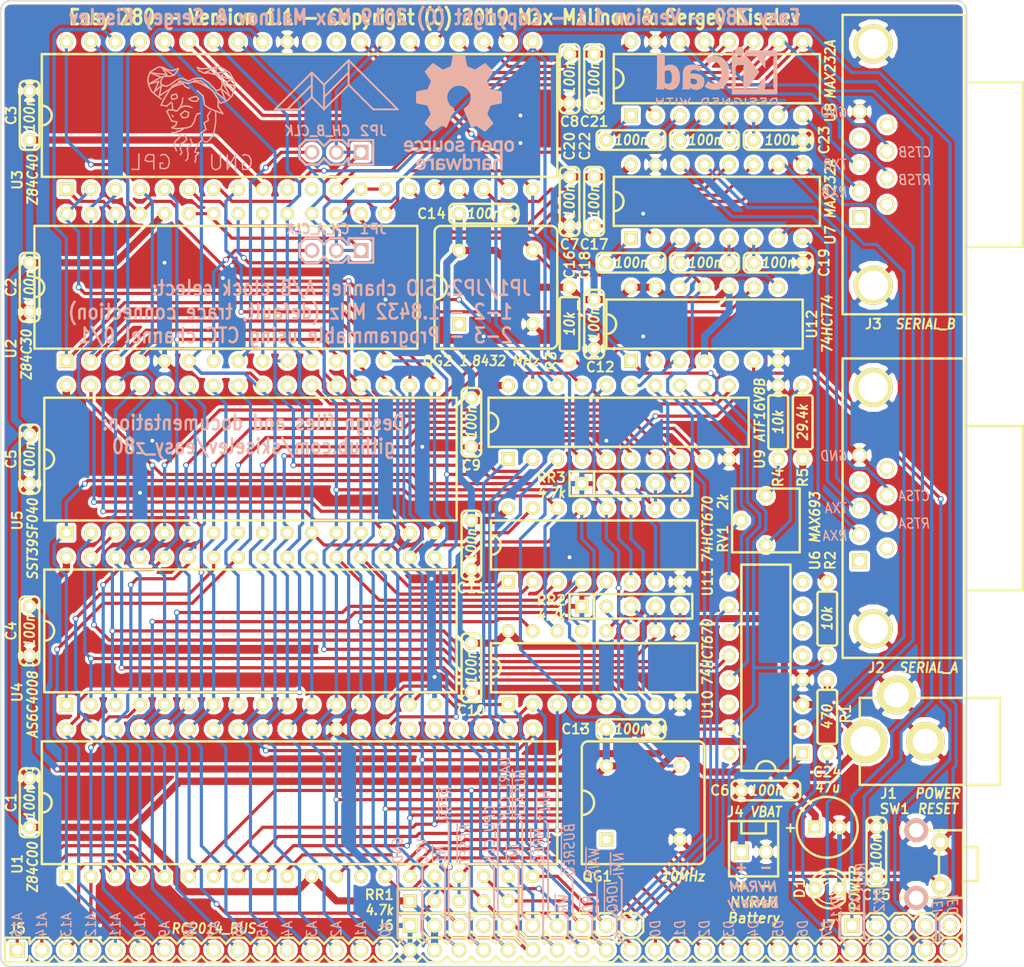
<source format=kicad_pcb>
(kicad_pcb (version 4) (host pcbnew 4.0.7)
  (layers (0 F.Cu signal) (31 B.Cu signal) (34 B.Paste user) (35 F.Paste user) (36 B.SilkS user) (37 F.SilkS user) (38 B.Mask user) (39 F.Mask user) (44 Edge.Cuts user))
  (net 0 "")
  (net 1 GND)
  (net 2 VCC)
  (net 3 /~RESET)
  (net 4 "Net-(C16-Pad1)")
  (net 5 "Net-(C16-Pad2)")
  (net 6 "Net-(C17-Pad1)")
  (net 7 "Net-(C18-Pad1)")
  (net 8 "Net-(C18-Pad2)")
  (net 9 "Net-(C19-Pad1)")
  (net 10 "Net-(C20-Pad1)")
  (net 11 "Net-(C20-Pad2)")
  (net 12 "Net-(C21-Pad1)")
  (net 13 "Net-(C22-Pad1)")
  (net 14 "Net-(C22-Pad2)")
  (net 15 "Net-(C23-Pad1)")
  (net 16 /A15)
  (net 17 /A14)
  (net 18 /A13)
  (net 19 /A12)
  (net 20 /A11)
  (net 21 /A10)
  (net 22 /A9)
  (net 23 /A8)
  (net 24 /A7)
  (net 25 /A6)
  (net 26 /A5)
  (net 27 /A4)
  (net 28 /A3)
  (net 29 /A2)
  (net 30 /A1)
  (net 31 /A0)
  (net 32 /~M1)
  (net 33 /CPU_CLK)
  (net 34 /~MREQ)
  (net 35 /~WR)
  (net 36 /~RD)
  (net 37 /~IORQ)
  (net 38 /D0)
  (net 39 /D1)
  (net 40 /D2)
  (net 41 /D3)
  (net 42 /D4)
  (net 43 /D5)
  (net 44 /D6)
  (net 45 /D7)
  (net 46 /~RFSH)
  (net 47 "Net-(J2-Pad4)")
  (net 48 /~BUSACK)
  (net 49 /~HALT)
  (net 50 /~BUSREQ)
  (net 51 /~WAIT)
  (net 52 /~NMI)
  (net 53 "Net-(J3-Pad1)")
  (net 54 /RXA)
  (net 55 /TXA)
  (net 56 "Net-(J3-Pad4)")
  (net 57 "Net-(J3-Pad9)")
  (net 58 /CTSA)
  (net 59 /RTSA)
  (net 60 "Net-(J3-Pad6)")
  (net 61 /RXB)
  (net 62 /TXB)
  (net 63 /CTSB)
  (net 64 /RTSB)
  (net 65 /~INT)
  (net 66 /MA14)
  (net 67 /MA15)
  (net 68 /MA16)
  (net 69 /MA17)
  (net 70 /MA18)
  (net 71 /MA19)
  (net 72 /MA20)
  (net 73 /MA21)
  (net 74 "Net-(RV1-Pad2)")
  (net 75 "Net-(U2-Pad11)")
  (net 76 /~CTC_CS)
  (net 77 /CTC_CLK)
  (net 78 "Net-(U3-Pad10)")
  (net 79 "Net-(U3-Pad11)")
  (net 80 /RXDA)
  (net 81 /TXDA)
  (net 82 "Net-(U3-Pad16)")
  (net 83 /~RTSA)
  (net 84 /~CTSA)
  (net 85 "Net-(U3-Pad22)")
  (net 86 /~CTSB)
  (net 87 /~RTSB)
  (net 88 /TXDB)
  (net 89 /RXDB)
  (net 90 "Net-(U3-Pad29)")
  (net 91 "Net-(U3-Pad30)")
  (net 92 /~SIO_CS)
  (net 93 /~RAM_CS)
  (net 94 /VRAM)
  (net 95 /~ROM_CS)
  (net 96 "Net-(U6-Pad5)")
  (net 97 "Net-(U6-Pad6)")
  (net 98 "Net-(U6-Pad8)")
  (net 99 /WDOG)
  (net 100 /~RAM_CSI)
  (net 101 "Net-(U6-Pad14)")
  (net 102 "Net-(U6-Pad16)")
  (net 103 /~PGEN_WR)
  (net 104 /~PAGE_WR)
  (net 105 /~PAGE_EN)
  (net 106 /USR1)
  (net 107 "Net-(U6-Pad7)")
  (net 108 "Net-(U12-Pad5)")
  (net 109 "Net-(U12-Pad12)")
  (net 110 /VBAT)
  (net 111 /CH_B_CLKI)
  (net 112 /CH_A_CLK)
  (net 113 /CH_A_CLKI)
  (net 114 "Net-(U2-Pad20)")
  (net 115 "Net-(D1-Pad2)")
  (net 116 "Net-(J2-Pad1)")
  (net 117 "Net-(J2-Pad9)")
  (net 118 "Net-(J2-Pad6)")
  (net 119 "Net-(J6-Pad4)")
  (net 120 /USR5)
  (net 121 /USR6)
  (net 122 /USR7)
  (net 123 /IEI)
  (net 124 /IEO)
  (net 125 "Net-(R4-Pad1)")
  (net 126 "Net-(R5-Pad2)")
  (module My_Components:Conn_Pin_Header_39x1_2.54mm (layer F.Cu) (at 127 175.26)
    (fp_text reference J5 (at -48.26 -2.2225) (layer F.SilkS) (effects (font (size 1.016 1.016) (thickness 0.2032))))
    (fp_text value RC2014_BUS (at -27.94 -2.2225) (layer F.SilkS) (effects (font (size 1.016 0.9144) (thickness 0.2032) italic)))
    (pad 1 thru_hole rect (at -48.26 0) (size 1.524 1.524) (drill 1.016) (layers *.Cu *.Mask F.SilkS) (net 16 /A15))
    (pad 2 thru_hole circle (at -45.72 0) (size 1.524 1.524) (drill 1.016) (layers *.Cu *.Mask F.SilkS) (net 17 /A14))
    (pad 3 thru_hole circle (at -43.18 0) (size 1.524 1.524) (drill 1.016) (layers *.Cu *.Mask F.SilkS) (net 18 /A13))
    (pad 4 thru_hole circle (at -40.64 0) (size 1.524 1.524) (drill 1.016) (layers *.Cu *.Mask F.SilkS) (net 19 /A12))
    (pad 5 thru_hole circle (at -38.1 0) (size 1.524 1.524) (drill 1.016) (layers *.Cu *.Mask F.SilkS) (net 20 /A11))
    (pad 6 thru_hole circle (at -35.56 0) (size 1.524 1.524) (drill 1.016) (layers *.Cu *.Mask F.SilkS) (net 21 /A10))
    (pad 7 thru_hole circle (at -33.02 0) (size 1.524 1.524) (drill 1.016) (layers *.Cu *.Mask F.SilkS) (net 22 /A9))
    (pad 8 thru_hole circle (at -30.48 0) (size 1.524 1.524) (drill 1.016) (layers *.Cu *.Mask F.SilkS) (net 23 /A8))
    (pad 9 thru_hole circle (at -27.94 0) (size 1.524 1.524) (drill 1.016) (layers *.Cu *.Mask F.SilkS) (net 24 /A7))
    (pad 10 thru_hole circle (at -25.4 0) (size 1.524 1.524) (drill 1.016) (layers *.Cu *.Mask F.SilkS) (net 25 /A6))
    (pad 11 thru_hole circle (at -22.86 0) (size 1.524 1.524) (drill 1.016) (layers *.Cu *.Mask F.SilkS) (net 26 /A5))
    (pad 12 thru_hole circle (at -20.32 0) (size 1.524 1.524) (drill 1.016) (layers *.Cu *.Mask F.SilkS) (net 27 /A4))
    (pad 13 thru_hole circle (at -17.78 0) (size 1.524 1.524) (drill 1.016) (layers *.Cu *.Mask F.SilkS) (net 28 /A3))
    (pad 14 thru_hole circle (at -15.24 0) (size 1.524 1.524) (drill 1.016) (layers *.Cu *.Mask F.SilkS) (net 29 /A2))
    (pad 15 thru_hole circle (at -12.7 0) (size 1.524 1.524) (drill 1.016) (layers *.Cu *.Mask F.SilkS) (net 30 /A1))
    (pad 16 thru_hole circle (at -10.16 0) (size 1.524 1.524) (drill 1.016) (layers *.Cu *.Mask F.SilkS) (net 31 /A0))
    (pad 17 thru_hole circle (at -7.62 0) (size 1.524 1.524) (drill 1.016) (layers *.Cu *.Mask F.SilkS) (net 1 GND))
    (pad 18 thru_hole circle (at -5.08 0) (size 1.524 1.524) (drill 1.016) (layers *.Cu *.Mask F.SilkS) (net 2 VCC))
    (pad 19 thru_hole circle (at -2.54 0) (size 1.524 1.524) (drill 1.016) (layers *.Cu *.Mask F.SilkS) (net 32 /~M1))
    (pad 20 thru_hole circle (at 0 0) (size 1.524 1.524) (drill 1.016) (layers *.Cu *.Mask F.SilkS) (net 3 /~RESET))
    (pad 21 thru_hole circle (at 2.54 0) (size 1.524 1.524) (drill 1.016) (layers *.Cu *.Mask F.SilkS) (net 33 /CPU_CLK))
    (pad 22 thru_hole circle (at 5.08 0) (size 1.524 1.524) (drill 1.016) (layers *.Cu *.Mask F.SilkS) (net 65 /~INT))
    (pad 23 thru_hole circle (at 7.62 0) (size 1.524 1.524) (drill 1.016) (layers *.Cu *.Mask F.SilkS) (net 34 /~MREQ))
    (pad 24 thru_hole circle (at 10.16 0) (size 1.524 1.524) (drill 1.016) (layers *.Cu *.Mask F.SilkS) (net 35 /~WR))
    (pad 25 thru_hole circle (at 12.7 0) (size 1.524 1.524) (drill 1.016) (layers *.Cu *.Mask F.SilkS) (net 36 /~RD))
    (pad 26 thru_hole circle (at 15.24 0) (size 1.524 1.524) (drill 1.016) (layers *.Cu *.Mask F.SilkS) (net 37 /~IORQ))
    (pad 27 thru_hole circle (at 17.78 0) (size 1.524 1.524) (drill 1.016) (layers *.Cu *.Mask F.SilkS) (net 38 /D0))
    (pad 28 thru_hole circle (at 20.32 0) (size 1.524 1.524) (drill 1.016) (layers *.Cu *.Mask F.SilkS) (net 39 /D1))
    (pad 29 thru_hole circle (at 22.86 0) (size 1.524 1.524) (drill 1.016) (layers *.Cu *.Mask F.SilkS) (net 40 /D2))
    (pad 30 thru_hole circle (at 25.4 0) (size 1.524 1.524) (drill 1.016) (layers *.Cu *.Mask F.SilkS) (net 41 /D3))
    (pad 31 thru_hole circle (at 27.94 0) (size 1.524 1.524) (drill 1.016) (layers *.Cu *.Mask F.SilkS) (net 42 /D4))
    (pad 32 thru_hole circle (at 30.48 0) (size 1.524 1.524) (drill 1.016) (layers *.Cu *.Mask F.SilkS) (net 43 /D5))
    (pad 33 thru_hole circle (at 33.02 0) (size 1.524 1.524) (drill 1.016) (layers *.Cu *.Mask F.SilkS) (net 44 /D6))
    (pad 34 thru_hole circle (at 35.56 0) (size 1.524 1.524) (drill 1.016) (layers *.Cu *.Mask F.SilkS) (net 45 /D7))
    (pad 35 thru_hole circle (at 38.1 0) (size 1.524 1.524) (drill 1.016) (layers *.Cu *.Mask F.SilkS) (net 81 /TXDA))
    (pad 36 thru_hole circle (at 40.64 0) (size 1.524 1.524) (drill 1.016) (layers *.Cu *.Mask F.SilkS) (net 80 /RXDA))
    (pad 37 thru_hole circle (at 43.18 0) (size 1.524 1.524) (drill 1.016) (layers *.Cu *.Mask F.SilkS) (net 106 /USR1))
    (pad 38 thru_hole circle (at 45.72 0) (size 1.524 1.524) (drill 1.016) (layers *.Cu *.Mask F.SilkS) (net 123 /IEI))
    (pad 39 thru_hole circle (at 48.26 0) (size 1.524 1.524) (drill 1.016) (layers *.Cu *.Mask F.SilkS) (net 124 /IEO))
  )
  (module My_Components:IC_DIP40_600 (layer F.Cu) (at 107.95 88.9)
    (fp_text reference U3 (at -29.21 6.6675 270) (layer F.SilkS) (effects (font (size 1.016 1.016) (thickness 0.2032))))
    (fp_text value Z84C40 (at -27.6225 6.6675 90) (layer F.SilkS) (effects (font (size 1.016 0.9144) (thickness 0.2032) italic)))
    (pad 1 thru_hole rect (at -24.13 7.62) (size 1.397 1.397) (drill 0.8128) (layers *.Cu *.Mask F.SilkS) (net 39 /D1))
    (pad 2 thru_hole circle (at -21.59 7.62) (size 1.397 1.397) (drill 0.8128) (layers *.Cu *.Mask F.SilkS) (net 41 /D3))
    (pad 3 thru_hole circle (at -19.05 7.62) (size 1.397 1.397) (drill 0.8128) (layers *.Cu *.Mask F.SilkS) (net 43 /D5))
    (pad 4 thru_hole circle (at -16.51 7.62) (size 1.397 1.397) (drill 0.8128) (layers *.Cu *.Mask F.SilkS) (net 45 /D7))
    (pad 5 thru_hole circle (at -13.97 7.62) (size 1.397 1.397) (drill 0.8128) (layers *.Cu *.Mask F.SilkS) (net 65 /~INT))
    (pad 6 thru_hole circle (at -11.43 7.62) (size 1.397 1.397) (drill 0.8128) (layers *.Cu *.Mask F.SilkS) (net 75 "Net-(U2-Pad11)"))
    (pad 7 thru_hole circle (at -8.89 7.62) (size 1.397 1.397) (drill 0.8128) (layers *.Cu *.Mask F.SilkS) (net 124 /IEO))
    (pad 8 thru_hole circle (at -6.35 7.62) (size 1.397 1.397) (drill 0.8128) (layers *.Cu *.Mask F.SilkS) (net 32 /~M1))
    (pad 9 thru_hole circle (at -3.81 7.62) (size 1.397 1.397) (drill 0.8128) (layers *.Cu *.Mask F.SilkS) (net 2 VCC))
    (pad 10 thru_hole circle (at -1.27 7.62) (size 1.397 1.397) (drill 0.8128) (layers *.Cu *.Mask F.SilkS) (net 78 "Net-(U3-Pad10)"))
    (pad 11 thru_hole circle (at 1.27 7.62) (size 1.397 1.397) (drill 0.8128) (layers *.Cu *.Mask F.SilkS) (net 79 "Net-(U3-Pad11)"))
    (pad 12 thru_hole circle (at 3.81 7.62) (size 1.397 1.397) (drill 0.8128) (layers *.Cu *.Mask F.SilkS) (net 80 /RXDA))
    (pad 13 thru_hole circle (at 6.35 7.62) (size 1.397 1.397) (drill 0.8128) (layers *.Cu *.Mask F.SilkS) (net 112 /CH_A_CLK))
    (pad 14 thru_hole circle (at 8.89 7.62) (size 1.397 1.397) (drill 0.8128) (layers *.Cu *.Mask F.SilkS) (net 112 /CH_A_CLK))
    (pad 15 thru_hole circle (at 11.43 7.62) (size 1.397 1.397) (drill 0.8128) (layers *.Cu *.Mask F.SilkS) (net 81 /TXDA))
    (pad 16 thru_hole circle (at 13.97 7.62) (size 1.397 1.397) (drill 0.8128) (layers *.Cu *.Mask F.SilkS) (net 82 "Net-(U3-Pad16)"))
    (pad 17 thru_hole circle (at 16.51 7.62) (size 1.397 1.397) (drill 0.8128) (layers *.Cu *.Mask F.SilkS) (net 83 /~RTSA))
    (pad 18 thru_hole circle (at 19.05 7.62) (size 1.397 1.397) (drill 0.8128) (layers *.Cu *.Mask F.SilkS) (net 84 /~CTSA))
    (pad 19 thru_hole circle (at 21.59 7.62) (size 1.397 1.397) (drill 0.8128) (layers *.Cu *.Mask F.SilkS) (net 82 "Net-(U3-Pad16)"))
    (pad 20 thru_hole circle (at 24.13 7.62) (size 1.397 1.397) (drill 0.8128) (layers *.Cu *.Mask F.SilkS) (net 33 /CPU_CLK))
    (pad 21 thru_hole circle (at 24.13 -7.62) (size 1.397 1.397) (drill 0.8128) (layers *.Cu *.Mask F.SilkS) (net 3 /~RESET))
    (pad 22 thru_hole circle (at 21.59 -7.62) (size 1.397 1.397) (drill 0.8128) (layers *.Cu *.Mask F.SilkS) (net 85 "Net-(U3-Pad22)"))
    (pad 23 thru_hole circle (at 19.05 -7.62) (size 1.397 1.397) (drill 0.8128) (layers *.Cu *.Mask F.SilkS) (net 86 /~CTSB))
    (pad 24 thru_hole circle (at 16.51 -7.62) (size 1.397 1.397) (drill 0.8128) (layers *.Cu *.Mask F.SilkS) (net 87 /~RTSB))
    (pad 25 thru_hole circle (at 13.97 -7.62) (size 1.397 1.397) (drill 0.8128) (layers *.Cu *.Mask F.SilkS) (net 85 "Net-(U3-Pad22)"))
    (pad 26 thru_hole circle (at 11.43 -7.62) (size 1.397 1.397) (drill 0.8128) (layers *.Cu *.Mask F.SilkS) (net 88 /TXDB))
    (pad 27 thru_hole circle (at 8.89 -7.62) (size 1.397 1.397) (drill 0.8128) (layers *.Cu *.Mask F.SilkS) (net 112 /CH_A_CLK))
    (pad 28 thru_hole circle (at 6.35 -7.62) (size 1.397 1.397) (drill 0.8128) (layers *.Cu *.Mask F.SilkS) (net 89 /RXDB))
    (pad 29 thru_hole circle (at 3.81 -7.62) (size 1.397 1.397) (drill 0.8128) (layers *.Cu *.Mask F.SilkS) (net 90 "Net-(U3-Pad29)"))
    (pad 30 thru_hole circle (at 1.27 -7.62) (size 1.397 1.397) (drill 0.8128) (layers *.Cu *.Mask F.SilkS) (net 91 "Net-(U3-Pad30)"))
    (pad 31 thru_hole circle (at -1.27 -7.62) (size 1.397 1.397) (drill 0.8128) (layers *.Cu *.Mask F.SilkS) (net 1 GND))
    (pad 32 thru_hole circle (at -3.81 -7.62) (size 1.397 1.397) (drill 0.8128) (layers *.Cu *.Mask F.SilkS) (net 36 /~RD))
    (pad 33 thru_hole circle (at -6.35 -7.62) (size 1.397 1.397) (drill 0.8128) (layers *.Cu *.Mask F.SilkS) (net 31 /A0))
    (pad 34 thru_hole circle (at -8.89 -7.62) (size 1.397 1.397) (drill 0.8128) (layers *.Cu *.Mask F.SilkS) (net 30 /A1))
    (pad 35 thru_hole circle (at -11.43 -7.62) (size 1.397 1.397) (drill 0.8128) (layers *.Cu *.Mask F.SilkS) (net 92 /~SIO_CS))
    (pad 36 thru_hole circle (at -13.97 -7.62) (size 1.397 1.397) (drill 0.8128) (layers *.Cu *.Mask F.SilkS) (net 37 /~IORQ))
    (pad 37 thru_hole circle (at -16.51 -7.62) (size 1.397 1.397) (drill 0.8128) (layers *.Cu *.Mask F.SilkS) (net 44 /D6))
    (pad 38 thru_hole circle (at -19.05 -7.62) (size 1.397 1.397) (drill 0.8128) (layers *.Cu *.Mask F.SilkS) (net 42 /D4))
    (pad 39 thru_hole circle (at -21.59 -7.62) (size 1.397 1.397) (drill 0.8128) (layers *.Cu *.Mask F.SilkS) (net 40 /D2))
    (pad 40 thru_hole circle (at -24.13 -7.62) (size 1.397 1.397) (drill 0.8128) (layers *.Cu *.Mask F.SilkS) (net 38 /D0))
  )
  (module My_Components:IC_DIP40_600 (layer F.Cu) (at 107.95 160.02)
    (fp_text reference U1 (at -29.21 6.35 90) (layer F.SilkS) (effects (font (size 1.016 1.016) (thickness 0.2032))))
    (fp_text value Z84C00 (at -27.6225 6.6675 90) (layer F.SilkS) (effects (font (size 1.016 0.9144) (thickness 0.2032) italic)))
    (pad 1 thru_hole rect (at -24.13 7.62) (size 1.397 1.397) (drill 0.8128) (layers *.Cu *.Mask F.SilkS) (net 20 /A11))
    (pad 2 thru_hole circle (at -21.59 7.62) (size 1.397 1.397) (drill 0.8128) (layers *.Cu *.Mask F.SilkS) (net 19 /A12))
    (pad 3 thru_hole circle (at -19.05 7.62) (size 1.397 1.397) (drill 0.8128) (layers *.Cu *.Mask F.SilkS) (net 18 /A13))
    (pad 4 thru_hole circle (at -16.51 7.62) (size 1.397 1.397) (drill 0.8128) (layers *.Cu *.Mask F.SilkS) (net 17 /A14))
    (pad 5 thru_hole circle (at -13.97 7.62) (size 1.397 1.397) (drill 0.8128) (layers *.Cu *.Mask F.SilkS) (net 16 /A15))
    (pad 6 thru_hole circle (at -11.43 7.62) (size 1.397 1.397) (drill 0.8128) (layers *.Cu *.Mask F.SilkS) (net 33 /CPU_CLK))
    (pad 7 thru_hole circle (at -8.89 7.62) (size 1.397 1.397) (drill 0.8128) (layers *.Cu *.Mask F.SilkS) (net 42 /D4))
    (pad 8 thru_hole circle (at -6.35 7.62) (size 1.397 1.397) (drill 0.8128) (layers *.Cu *.Mask F.SilkS) (net 41 /D3))
    (pad 9 thru_hole circle (at -3.81 7.62) (size 1.397 1.397) (drill 0.8128) (layers *.Cu *.Mask F.SilkS) (net 43 /D5))
    (pad 10 thru_hole circle (at -1.27 7.62) (size 1.397 1.397) (drill 0.8128) (layers *.Cu *.Mask F.SilkS) (net 44 /D6))
    (pad 11 thru_hole circle (at 1.27 7.62) (size 1.397 1.397) (drill 0.8128) (layers *.Cu *.Mask F.SilkS) (net 2 VCC))
    (pad 12 thru_hole circle (at 3.81 7.62) (size 1.397 1.397) (drill 0.8128) (layers *.Cu *.Mask F.SilkS) (net 40 /D2))
    (pad 13 thru_hole circle (at 6.35 7.62) (size 1.397 1.397) (drill 0.8128) (layers *.Cu *.Mask F.SilkS) (net 45 /D7))
    (pad 14 thru_hole circle (at 8.89 7.62) (size 1.397 1.397) (drill 0.8128) (layers *.Cu *.Mask F.SilkS) (net 38 /D0))
    (pad 15 thru_hole circle (at 11.43 7.62) (size 1.397 1.397) (drill 0.8128) (layers *.Cu *.Mask F.SilkS) (net 39 /D1))
    (pad 16 thru_hole circle (at 13.97 7.62) (size 1.397 1.397) (drill 0.8128) (layers *.Cu *.Mask F.SilkS) (net 65 /~INT))
    (pad 17 thru_hole circle (at 16.51 7.62) (size 1.397 1.397) (drill 0.8128) (layers *.Cu *.Mask F.SilkS) (net 52 /~NMI))
    (pad 18 thru_hole circle (at 19.05 7.62) (size 1.397 1.397) (drill 0.8128) (layers *.Cu *.Mask F.SilkS) (net 49 /~HALT))
    (pad 19 thru_hole circle (at 21.59 7.62) (size 1.397 1.397) (drill 0.8128) (layers *.Cu *.Mask F.SilkS) (net 34 /~MREQ))
    (pad 20 thru_hole circle (at 24.13 7.62) (size 1.397 1.397) (drill 0.8128) (layers *.Cu *.Mask F.SilkS) (net 37 /~IORQ))
    (pad 21 thru_hole circle (at 24.13 -7.62) (size 1.397 1.397) (drill 0.8128) (layers *.Cu *.Mask F.SilkS) (net 36 /~RD))
    (pad 22 thru_hole circle (at 21.59 -7.62) (size 1.397 1.397) (drill 0.8128) (layers *.Cu *.Mask F.SilkS) (net 35 /~WR))
    (pad 23 thru_hole circle (at 19.05 -7.62) (size 1.397 1.397) (drill 0.8128) (layers *.Cu *.Mask F.SilkS) (net 48 /~BUSACK))
    (pad 24 thru_hole circle (at 16.51 -7.62) (size 1.397 1.397) (drill 0.8128) (layers *.Cu *.Mask F.SilkS) (net 51 /~WAIT))
    (pad 25 thru_hole circle (at 13.97 -7.62) (size 1.397 1.397) (drill 0.8128) (layers *.Cu *.Mask F.SilkS) (net 50 /~BUSREQ))
    (pad 26 thru_hole circle (at 11.43 -7.62) (size 1.397 1.397) (drill 0.8128) (layers *.Cu *.Mask F.SilkS) (net 3 /~RESET))
    (pad 27 thru_hole circle (at 8.89 -7.62) (size 1.397 1.397) (drill 0.8128) (layers *.Cu *.Mask F.SilkS) (net 32 /~M1))
    (pad 28 thru_hole circle (at 6.35 -7.62) (size 1.397 1.397) (drill 0.8128) (layers *.Cu *.Mask F.SilkS) (net 46 /~RFSH))
    (pad 29 thru_hole circle (at 3.81 -7.62) (size 1.397 1.397) (drill 0.8128) (layers *.Cu *.Mask F.SilkS) (net 1 GND))
    (pad 30 thru_hole circle (at 1.27 -7.62) (size 1.397 1.397) (drill 0.8128) (layers *.Cu *.Mask F.SilkS) (net 31 /A0))
    (pad 31 thru_hole circle (at -1.27 -7.62) (size 1.397 1.397) (drill 0.8128) (layers *.Cu *.Mask F.SilkS) (net 30 /A1))
    (pad 32 thru_hole circle (at -3.81 -7.62) (size 1.397 1.397) (drill 0.8128) (layers *.Cu *.Mask F.SilkS) (net 29 /A2))
    (pad 33 thru_hole circle (at -6.35 -7.62) (size 1.397 1.397) (drill 0.8128) (layers *.Cu *.Mask F.SilkS) (net 28 /A3))
    (pad 34 thru_hole circle (at -8.89 -7.62) (size 1.397 1.397) (drill 0.8128) (layers *.Cu *.Mask F.SilkS) (net 27 /A4))
    (pad 35 thru_hole circle (at -11.43 -7.62) (size 1.397 1.397) (drill 0.8128) (layers *.Cu *.Mask F.SilkS) (net 26 /A5))
    (pad 36 thru_hole circle (at -13.97 -7.62) (size 1.397 1.397) (drill 0.8128) (layers *.Cu *.Mask F.SilkS) (net 25 /A6))
    (pad 37 thru_hole circle (at -16.51 -7.62) (size 1.397 1.397) (drill 0.8128) (layers *.Cu *.Mask F.SilkS) (net 24 /A7))
    (pad 38 thru_hole circle (at -19.05 -7.62) (size 1.397 1.397) (drill 0.8128) (layers *.Cu *.Mask F.SilkS) (net 23 /A8))
    (pad 39 thru_hole circle (at -21.59 -7.62) (size 1.397 1.397) (drill 0.8128) (layers *.Cu *.Mask F.SilkS) (net 22 /A9))
    (pad 40 thru_hole circle (at -24.13 -7.62) (size 1.397 1.397) (drill 0.8128) (layers *.Cu *.Mask F.SilkS) (net 21 /A10))
  )
  (module My_Components:Cap_Cer_508 (layer F.Cu) (at 80.01 160.02 90)
    (fp_text reference C1 (at 0 -1.905 90) (layer F.SilkS) (effects (font (size 1.016 1.016) (thickness 0.2032))))
    (fp_text value 100n (at 0 0 90) (layer F.SilkS) (effects (font (size 1.016 0.9144) (thickness 0.2032) italic)))
    (pad 1 thru_hole circle (at -2.54 0 90) (size 1.397 1.397) (drill 0.8128) (layers *.Cu *.Mask F.SilkS) (net 2 VCC))
    (pad 2 thru_hole circle (at 2.54 0 90) (size 1.397 1.397) (drill 0.8128) (layers *.Cu *.Mask F.SilkS) (net 1 GND))
  )
  (module My_Components:Cap_Cer_508 (layer F.Cu) (at 80.01 106.68 270)
    (fp_text reference C2 (at 0 1.905 270) (layer F.SilkS) (effects (font (size 1.016 1.016) (thickness 0.2032))))
    (fp_text value 100n (at 0 0 270) (layer F.SilkS) (effects (font (size 1.016 0.9144) (thickness 0.2032) italic)))
    (pad 1 thru_hole circle (at -2.54 0 270) (size 1.397 1.397) (drill 0.8128) (layers *.Cu *.Mask F.SilkS) (net 2 VCC))
    (pad 2 thru_hole circle (at 2.54 0 270) (size 1.397 1.397) (drill 0.8128) (layers *.Cu *.Mask F.SilkS) (net 1 GND))
  )
  (module My_Components:Cap_Cer_508 (layer F.Cu) (at 80.01 88.9 90)
    (fp_text reference C3 (at 0 -1.905 90) (layer F.SilkS) (effects (font (size 1.016 1.016) (thickness 0.2032))))
    (fp_text value 100n (at 0 0 90) (layer F.SilkS) (effects (font (size 1.016 0.9144) (thickness 0.2032) italic)))
    (pad 1 thru_hole circle (at -2.54 0 90) (size 1.397 1.397) (drill 0.8128) (layers *.Cu *.Mask F.SilkS) (net 2 VCC))
    (pad 2 thru_hole circle (at 2.54 0 90) (size 1.397 1.397) (drill 0.8128) (layers *.Cu *.Mask F.SilkS) (net 1 GND))
  )
  (module My_Components:Cap_Cer_508 (layer F.Cu) (at 80.01 142.24 270)
    (fp_text reference C4 (at 0 1.905 270) (layer F.SilkS) (effects (font (size 1.016 1.016) (thickness 0.2032))))
    (fp_text value 100n (at 0 0 270) (layer F.SilkS) (effects (font (size 1.016 0.9144) (thickness 0.2032) italic)))
    (pad 1 thru_hole circle (at -2.54 0 270) (size 1.397 1.397) (drill 0.8128) (layers *.Cu *.Mask F.SilkS) (net 94 /VRAM))
    (pad 2 thru_hole circle (at 2.54 0 270) (size 1.397 1.397) (drill 0.8128) (layers *.Cu *.Mask F.SilkS) (net 1 GND))
  )
  (module My_Components:Cap_Cer_508 (layer F.Cu) (at 80.01 124.46 270)
    (fp_text reference C5 (at 0 1.905 270) (layer F.SilkS) (effects (font (size 1.016 1.016) (thickness 0.2032))))
    (fp_text value 100n (at 0 0 270) (layer F.SilkS) (effects (font (size 1.016 0.9144) (thickness 0.2032) italic)))
    (pad 1 thru_hole circle (at -2.54 0 270) (size 1.397 1.397) (drill 0.8128) (layers *.Cu *.Mask F.SilkS) (net 2 VCC))
    (pad 2 thru_hole circle (at 2.54 0 270) (size 1.397 1.397) (drill 0.8128) (layers *.Cu *.Mask F.SilkS) (net 1 GND))
  )
  (module My_Components:Cap_Cer_508 (layer F.Cu) (at 156.21 158.75 180)
    (fp_text reference C6 (at 4.7625 0 180) (layer F.SilkS) (effects (font (size 1.016 1.016) (thickness 0.2032))))
    (fp_text value 100n (at 0 0 180) (layer F.SilkS) (effects (font (size 1.016 0.9144) (thickness 0.2032) italic)))
    (pad 1 thru_hole circle (at -2.54 0 180) (size 1.397 1.397) (drill 0.8128) (layers *.Cu *.Mask F.SilkS) (net 2 VCC))
    (pad 2 thru_hole circle (at 2.54 0 180) (size 1.397 1.397) (drill 0.8128) (layers *.Cu *.Mask F.SilkS) (net 1 GND))
  )
  (module My_Components:Cap_Cer_508 (layer F.Cu) (at 135.89 97.79 270)
    (fp_text reference C7 (at 4.445 0 360) (layer F.SilkS) (effects (font (size 1.016 1.016) (thickness 0.2032))))
    (fp_text value 100n (at 0 0 270) (layer F.SilkS) (effects (font (size 1.016 0.9144) (thickness 0.2032) italic)))
    (pad 1 thru_hole circle (at -2.54 0 270) (size 1.397 1.397) (drill 0.8128) (layers *.Cu *.Mask F.SilkS) (net 2 VCC))
    (pad 2 thru_hole circle (at 2.54 0 270) (size 1.397 1.397) (drill 0.8128) (layers *.Cu *.Mask F.SilkS) (net 1 GND))
  )
  (module My_Components:Cap_Cer_508 (layer F.Cu) (at 135.89 85.09 270)
    (fp_text reference C8 (at 4.445 0 360) (layer F.SilkS) (effects (font (size 1.016 1.016) (thickness 0.2032))))
    (fp_text value 100n (at 0 0 270) (layer F.SilkS) (effects (font (size 1.016 0.9144) (thickness 0.2032) italic)))
    (pad 1 thru_hole circle (at -2.54 0 270) (size 1.397 1.397) (drill 0.8128) (layers *.Cu *.Mask F.SilkS) (net 2 VCC))
    (pad 2 thru_hole circle (at 2.54 0 270) (size 1.397 1.397) (drill 0.8128) (layers *.Cu *.Mask F.SilkS) (net 1 GND))
  )
  (module My_Components:Cap_Cer_508 (layer F.Cu) (at 125.73 120.65 270)
    (fp_text reference C9 (at 4.445 0 360) (layer F.SilkS) (effects (font (size 1.016 1.016) (thickness 0.2032))))
    (fp_text value 100n (at 0 0 450) (layer F.SilkS) (effects (font (size 1.016 0.9144) (thickness 0.2032) italic)))
    (pad 1 thru_hole circle (at -2.54 0 270) (size 1.397 1.397) (drill 0.8128) (layers *.Cu *.Mask F.SilkS) (net 2 VCC))
    (pad 2 thru_hole circle (at 2.54 0 270) (size 1.397 1.397) (drill 0.8128) (layers *.Cu *.Mask F.SilkS) (net 1 GND))
  )
  (module My_Components:Cap_Cer_508 (layer F.Cu) (at 125.73 146.05 270)
    (fp_text reference C10 (at 4.445 0 360) (layer F.SilkS) (effects (font (size 1.016 1.016) (thickness 0.2032))))
    (fp_text value 100n (at 0 0 270) (layer F.SilkS) (effects (font (size 1.016 0.9144) (thickness 0.2032) italic)))
    (pad 1 thru_hole circle (at -2.54 0 270) (size 1.397 1.397) (drill 0.8128) (layers *.Cu *.Mask F.SilkS) (net 2 VCC))
    (pad 2 thru_hole circle (at 2.54 0 270) (size 1.397 1.397) (drill 0.8128) (layers *.Cu *.Mask F.SilkS) (net 1 GND))
  )
  (module My_Components:Cap_Cer_508 (layer F.Cu) (at 125.73 133.35 270)
    (fp_text reference C11 (at 4.445 0 360) (layer F.SilkS) (effects (font (size 1.016 1.016) (thickness 0.2032))))
    (fp_text value 100n (at 0 0 270) (layer F.SilkS) (effects (font (size 1.016 0.9144) (thickness 0.2032) italic)))
    (pad 1 thru_hole circle (at -2.54 0 270) (size 1.397 1.397) (drill 0.8128) (layers *.Cu *.Mask F.SilkS) (net 2 VCC))
    (pad 2 thru_hole circle (at 2.54 0 270) (size 1.397 1.397) (drill 0.8128) (layers *.Cu *.Mask F.SilkS) (net 1 GND))
  )
  (module My_Components:Cap_Cer_508 (layer F.Cu) (at 138.43 110.49 270)
    (fp_text reference C12 (at 4.445 -0.635 360) (layer F.SilkS) (effects (font (size 1.016 1.016) (thickness 0.2032))))
    (fp_text value 100n (at 0 0 270) (layer F.SilkS) (effects (font (size 1.016 0.9144) (thickness 0.2032) italic)))
    (pad 1 thru_hole circle (at -2.54 0 270) (size 1.397 1.397) (drill 0.8128) (layers *.Cu *.Mask F.SilkS) (net 2 VCC))
    (pad 2 thru_hole circle (at 2.54 0 270) (size 1.397 1.397) (drill 0.8128) (layers *.Cu *.Mask F.SilkS) (net 1 GND))
  )
  (module My_Components:Cap_Cer_508 (layer F.Cu) (at 142.24 152.4)
    (fp_text reference C13 (at -5.715 0) (layer F.SilkS) (effects (font (size 1.016 1.016) (thickness 0.2032))))
    (fp_text value 100n (at 0 0) (layer F.SilkS) (effects (font (size 1.016 0.9144) (thickness 0.2032) italic)))
    (pad 1 thru_hole circle (at -2.54 0) (size 1.397 1.397) (drill 0.8128) (layers *.Cu *.Mask F.SilkS) (net 2 VCC))
    (pad 2 thru_hole circle (at 2.54 0) (size 1.397 1.397) (drill 0.8128) (layers *.Cu *.Mask F.SilkS) (net 1 GND))
  )
  (module My_Components:Cap_Cer_508 (layer F.Cu) (at 127 99.06)
    (fp_text reference C14 (at -5.3975 0) (layer F.SilkS) (effects (font (size 1.016 1.016) (thickness 0.2032))))
    (fp_text value 100n (at 0 0) (layer F.SilkS) (effects (font (size 1.016 0.9144) (thickness 0.2032) italic)))
    (pad 1 thru_hole circle (at -2.54 0) (size 1.397 1.397) (drill 0.8128) (layers *.Cu *.Mask F.SilkS) (net 2 VCC))
    (pad 2 thru_hole circle (at 2.54 0) (size 1.397 1.397) (drill 0.8128) (layers *.Cu *.Mask F.SilkS) (net 1 GND))
  )
  (module My_Components:Cap_Cer_508 (layer F.Cu) (at 167.64 165.1 90)
    (fp_text reference C15 (at -4.445 0 180) (layer F.SilkS) (effects (font (size 1.016 1.016) (thickness 0.2032))))
    (fp_text value 100n (at 0 0 90) (layer F.SilkS) (effects (font (size 1.016 0.9144) (thickness 0.2032) italic)))
    (pad 1 thru_hole circle (at -2.54 0 90) (size 1.397 1.397) (drill 0.8128) (layers *.Cu *.Mask F.SilkS) (net 3 /~RESET))
    (pad 2 thru_hole circle (at 2.54 0 90) (size 1.397 1.397) (drill 0.8128) (layers *.Cu *.Mask F.SilkS) (net 1 GND))
  )
  (module My_Components:Cap_Cer_508 (layer F.Cu) (at 142.24 104.14 180)
    (fp_text reference C16 (at 6.35 -0.1905 270) (layer F.SilkS) (effects (font (size 1.016 1.016) (thickness 0.2032))))
    (fp_text value 100n (at 0 0 180) (layer F.SilkS) (effects (font (size 1.016 0.9144) (thickness 0.2032) italic)))
    (pad 1 thru_hole circle (at -2.54 0 180) (size 1.397 1.397) (drill 0.8128) (layers *.Cu *.Mask F.SilkS) (net 4 "Net-(C16-Pad1)"))
    (pad 2 thru_hole circle (at 2.54 0 180) (size 1.397 1.397) (drill 0.8128) (layers *.Cu *.Mask F.SilkS) (net 5 "Net-(C16-Pad2)"))
  )
  (module My_Components:Cap_Cer_508 (layer F.Cu) (at 138.43 97.79 90)
    (fp_text reference C17 (at -4.445 0 180) (layer F.SilkS) (effects (font (size 1.016 1.016) (thickness 0.2032))))
    (fp_text value 100n (at 0 0 90) (layer F.SilkS) (effects (font (size 1.016 0.9144) (thickness 0.2032) italic)))
    (pad 1 thru_hole circle (at -2.54 0 90) (size 1.397 1.397) (drill 0.8128) (layers *.Cu *.Mask F.SilkS) (net 6 "Net-(C17-Pad1)"))
    (pad 2 thru_hole circle (at 2.54 0 90) (size 1.397 1.397) (drill 0.8128) (layers *.Cu *.Mask F.SilkS) (net 2 VCC))
  )
  (module My_Components:Cap_Cer_508 (layer F.Cu) (at 149.86 104.14 180)
    (fp_text reference C18 (at 12.3825 -0.254 270) (layer F.SilkS) (effects (font (size 1.016 1.016) (thickness 0.2032))))
    (fp_text value 100n (at 0 0 180) (layer F.SilkS) (effects (font (size 1.016 0.9144) (thickness 0.2032) italic)))
    (pad 1 thru_hole circle (at -2.54 0 180) (size 1.397 1.397) (drill 0.8128) (layers *.Cu *.Mask F.SilkS) (net 7 "Net-(C18-Pad1)"))
    (pad 2 thru_hole circle (at 2.54 0 180) (size 1.397 1.397) (drill 0.8128) (layers *.Cu *.Mask F.SilkS) (net 8 "Net-(C18-Pad2)"))
  )
  (module My_Components:Cap_Cer_508 (layer F.Cu) (at 157.48 104.14)
    (fp_text reference C19 (at 4.7625 0 90) (layer F.SilkS) (effects (font (size 1.016 1.016) (thickness 0.2032))))
    (fp_text value 100n (at 0 0) (layer F.SilkS) (effects (font (size 1.016 0.9144) (thickness 0.2032) italic)))
    (pad 1 thru_hole circle (at -2.54 0) (size 1.397 1.397) (drill 0.8128) (layers *.Cu *.Mask F.SilkS) (net 9 "Net-(C19-Pad1)"))
    (pad 2 thru_hole circle (at 2.54 0) (size 1.397 1.397) (drill 0.8128) (layers *.Cu *.Mask F.SilkS) (net 1 GND))
  )
  (module My_Components:Cap_Cer_508 (layer F.Cu) (at 142.24 91.44 180)
    (fp_text reference C20 (at 6.35 -0.635 270) (layer F.SilkS) (effects (font (size 1.016 1.016) (thickness 0.2032))))
    (fp_text value 100n (at 0 0 180) (layer F.SilkS) (effects (font (size 1.016 0.9144) (thickness 0.2032) italic)))
    (pad 1 thru_hole circle (at -2.54 0 180) (size 1.397 1.397) (drill 0.8128) (layers *.Cu *.Mask F.SilkS) (net 10 "Net-(C20-Pad1)"))
    (pad 2 thru_hole circle (at 2.54 0 180) (size 1.397 1.397) (drill 0.8128) (layers *.Cu *.Mask F.SilkS) (net 11 "Net-(C20-Pad2)"))
  )
  (module My_Components:Cap_Cer_508 (layer F.Cu) (at 138.43 85.09 90)
    (fp_text reference C21 (at -4.445 0 180) (layer F.SilkS) (effects (font (size 1.016 1.016) (thickness 0.2032))))
    (fp_text value 100n (at 0 0 90) (layer F.SilkS) (effects (font (size 1.016 0.9144) (thickness 0.2032) italic)))
    (pad 1 thru_hole circle (at -2.54 0 90) (size 1.397 1.397) (drill 0.8128) (layers *.Cu *.Mask F.SilkS) (net 12 "Net-(C21-Pad1)"))
    (pad 2 thru_hole circle (at 2.54 0 90) (size 1.397 1.397) (drill 0.8128) (layers *.Cu *.Mask F.SilkS) (net 2 VCC))
  )
  (module My_Components:Cap_Cer_508 (layer F.Cu) (at 149.86 91.44 180)
    (fp_text reference C22 (at 12.3825 -0.635 270) (layer F.SilkS) (effects (font (size 1.016 1.016) (thickness 0.2032))))
    (fp_text value 100n (at 0 0 180) (layer F.SilkS) (effects (font (size 1.016 0.9144) (thickness 0.2032) italic)))
    (pad 1 thru_hole circle (at -2.54 0 180) (size 1.397 1.397) (drill 0.8128) (layers *.Cu *.Mask F.SilkS) (net 13 "Net-(C22-Pad1)"))
    (pad 2 thru_hole circle (at 2.54 0 180) (size 1.397 1.397) (drill 0.8128) (layers *.Cu *.Mask F.SilkS) (net 14 "Net-(C22-Pad2)"))
  )
  (module My_Components:Cap_Cer_508 (layer F.Cu) (at 157.48 91.44)
    (fp_text reference C23 (at 4.7625 0 90) (layer F.SilkS) (effects (font (size 1.016 1.016) (thickness 0.2032))))
    (fp_text value 100n (at 0.3175 0) (layer F.SilkS) (effects (font (size 1.016 0.9144) (thickness 0.2032) italic)))
    (pad 1 thru_hole circle (at -2.54 0) (size 1.397 1.397) (drill 0.8128) (layers *.Cu *.Mask F.SilkS) (net 15 "Net-(C23-Pad1)"))
    (pad 2 thru_hole circle (at 2.54 0) (size 1.397 1.397) (drill 0.8128) (layers *.Cu *.Mask F.SilkS) (net 1 GND))
  )
  (module My_Components:Cap_Elec_Radial_6.3mm (layer F.Cu) (at 162.56 162.56)
    (fp_text reference C24 (at 0 -5.715) (layer F.SilkS) (effects (font (size 1.016 1.016) (thickness 0.2032))))
    (fp_text value 47u (at 0 -4.1275) (layer F.SilkS) (effects (font (size 1.016 0.9144) (thickness 0.2032) italic)))
    (fp_text user + (at -3.81 0) (layer F.SilkS) (effects (font (size 1.016 1.016) (thickness 0.2032))))
    (pad 1 thru_hole rect (at -1.25 0) (size 1.49098 1.49098) (drill 0.8001) (layers *.Cu *.Mask F.SilkS) (net 2 VCC))
    (pad 2 thru_hole circle (at 1.25 0) (size 1.49098 1.49098) (drill 0.8001) (layers *.Cu *.Mask F.SilkS) (net 1 GND))
  )
  (module My_Components:Conn_Dsub_DE9M (layer F.Cu) (at 167.3225 129.54 270)
    (fp_text reference J2 (at 16.51 -0.3175 360) (layer F.SilkS) (effects (font (size 1.016 1.016) (thickness 0.2032))))
    (fp_text value SERIAL_A (at 16.51 -5.715 360) (layer F.SilkS) (effects (font (size 1.016 0.9144) (thickness 0.2032) italic)))
    (pad GND thru_hole circle (at 12.49426 0 270) (size 4.04876 4.04876) (drill 3.05054) (layers *.Cu *.Mask F.SilkS) (net 1 GND))
    (pad GND thru_hole circle (at -12.49426 0 270) (size 4.04876 4.04876) (drill 3.05054) (layers *.Cu *.Mask F.SilkS) (net 1 GND))
    (pad 1 thru_hole rect (at 5.4864 1.4224 270) (size 1.524 1.524) (drill 1.0414) (layers *.Cu *.Mask F.SilkS) (net 116 "Net-(J2-Pad1)"))
    (pad 2 thru_hole circle (at 2.7432 1.4224 270) (size 1.524 1.524) (drill 1.0414) (layers *.Cu *.Mask F.SilkS) (net 54 /RXA))
    (pad 3 thru_hole circle (at 0 1.4224 270) (size 1.524 1.524) (drill 1.0414) (layers *.Cu *.Mask F.SilkS) (net 55 /TXA))
    (pad 4 thru_hole circle (at -2.7432 1.4224 270) (size 1.524 1.524) (drill 1.0414) (layers *.Cu *.Mask F.SilkS) (net 47 "Net-(J2-Pad4)"))
    (pad 5 thru_hole circle (at -5.4864 1.4224 270) (size 1.524 1.524) (drill 1.0414) (layers *.Cu *.Mask F.SilkS) (net 1 GND))
    (pad 9 thru_hole circle (at -4.1148 -1.4224 270) (size 1.524 1.524) (drill 1.0414) (layers *.Cu *.Mask F.SilkS) (net 117 "Net-(J2-Pad9)"))
    (pad 8 thru_hole circle (at -1.3716 -1.4224 270) (size 1.524 1.524) (drill 1.0414) (layers *.Cu *.Mask F.SilkS) (net 58 /CTSA))
    (pad 7 thru_hole circle (at 1.397 -1.4224 270) (size 1.524 1.524) (drill 1.0414) (layers *.Cu *.Mask F.SilkS) (net 59 /RTSA))
    (pad 6 thru_hole circle (at 4.1148 -1.4224 270) (size 1.524 1.524) (drill 1.0414) (layers *.Cu *.Mask F.SilkS) (net 118 "Net-(J2-Pad6)"))
  )
  (module My_Components:Conn_Dsub_DE9M (layer F.Cu) (at 167.3225 93.98 270)
    (fp_text reference J3 (at 16.51 0 360) (layer F.SilkS) (effects (font (size 1.016 1.016) (thickness 0.2032))))
    (fp_text value SERIAL_B (at 16.51 -5.3975 360) (layer F.SilkS) (effects (font (size 1.016 0.9144) (thickness 0.2032) italic)))
    (pad GND thru_hole circle (at 12.49426 0 270) (size 4.04876 4.04876) (drill 3.05054) (layers *.Cu *.Mask F.SilkS) (net 1 GND))
    (pad GND thru_hole circle (at -12.49426 0 270) (size 4.04876 4.04876) (drill 3.05054) (layers *.Cu *.Mask F.SilkS) (net 1 GND))
    (pad 1 thru_hole rect (at 5.4864 1.4224 270) (size 1.524 1.524) (drill 1.0414) (layers *.Cu *.Mask F.SilkS) (net 53 "Net-(J3-Pad1)"))
    (pad 2 thru_hole circle (at 2.7432 1.4224 270) (size 1.524 1.524) (drill 1.0414) (layers *.Cu *.Mask F.SilkS) (net 61 /RXB))
    (pad 3 thru_hole circle (at 0 1.4224 270) (size 1.524 1.524) (drill 1.0414) (layers *.Cu *.Mask F.SilkS) (net 62 /TXB))
    (pad 4 thru_hole circle (at -2.7432 1.4224 270) (size 1.524 1.524) (drill 1.0414) (layers *.Cu *.Mask F.SilkS) (net 56 "Net-(J3-Pad4)"))
    (pad 5 thru_hole circle (at -5.4864 1.4224 270) (size 1.524 1.524) (drill 1.0414) (layers *.Cu *.Mask F.SilkS) (net 1 GND))
    (pad 9 thru_hole circle (at -4.1148 -1.4224 270) (size 1.524 1.524) (drill 1.0414) (layers *.Cu *.Mask F.SilkS) (net 57 "Net-(J3-Pad9)"))
    (pad 8 thru_hole circle (at -1.3716 -1.4224 270) (size 1.524 1.524) (drill 1.0414) (layers *.Cu *.Mask F.SilkS) (net 63 /CTSB))
    (pad 7 thru_hole circle (at 1.397 -1.4224 270) (size 1.524 1.524) (drill 1.0414) (layers *.Cu *.Mask F.SilkS) (net 64 /RTSB))
    (pad 6 thru_hole circle (at 4.1148 -1.4224 270) (size 1.524 1.524) (drill 1.0414) (layers *.Cu *.Mask F.SilkS) (net 60 "Net-(J3-Pad6)"))
  )
  (module My_Components:Conn_Power_Jack_Circular_Pads (layer F.Cu) (at 172.72 153.67 180)
    (fp_text reference J1 (at 3.81 -5.3975 180) (layer F.SilkS) (effects (font (size 1.016 1.016) (thickness 0.2032))))
    (fp_text value POWER (at -1.27 -5.3975 360) (layer F.SilkS) (effects (font (size 1.016 0.9144) (thickness 0.2032) italic)))
    (pad 2 thru_hole circle (at 0 0 180) (size 4 4) (drill 2.6) (layers *.Cu *.Mask F.SilkS) (net 1 GND))
    (pad 1 thru_hole circle (at 6.20014 0 180) (size 4.5 4.5) (drill 3.1) (layers *.Cu *.Mask F.SilkS) (net 2 VCC))
    (pad 3 thru_hole circle (at 2.99974 4.8006 180) (size 4 4) (drill 2.6) (layers *.Cu *.Mask F.SilkS) (net 1 GND))
  )
  (module My_Components:OSC_Half_Can_DIP8 (layer F.Cu) (at 143.51 160.02)
    (fp_text reference QG1 (at -4.7625 7.62) (layer F.SilkS) (effects (font (size 1.016 1.016) (thickness 0.2032))))
    (fp_text value 10MHz (at 4.1275 7.62) (layer F.SilkS) (effects (font (size 1.016 0.9144) (thickness 0.2032) italic)))
    (pad 1 thru_hole rect (at -3.81 3.81) (size 1.397 1.397) (drill 0.8128) (layers *.Cu *.Mask F.SilkS))
    (pad 4 thru_hole circle (at 3.81 3.81) (size 1.397 1.397) (drill 0.8128) (layers *.Cu *.Mask F.SilkS) (net 1 GND))
    (pad 5 thru_hole circle (at 3.81 -3.81) (size 1.397 1.397) (drill 0.8128) (layers *.Cu *.Mask F.SilkS) (net 33 /CPU_CLK))
    (pad 8 thru_hole circle (at -3.81 -3.81) (size 1.397 1.397) (drill 0.8128) (layers *.Cu *.Mask F.SilkS) (net 2 VCC))
  )
  (module My_Components:OSC_Half_Can_DIP8 (layer F.Cu) (at 128.27 106.68)
    (fp_text reference QG2 (at -6.0325 7.62) (layer F.SilkS) (effects (font (size 1.016 1.016) (thickness 0.2032))))
    (fp_text value "1.8432 MHz" (at 0.3175 7.62) (layer F.SilkS) (effects (font (size 1.016 0.9144) (thickness 0.2032) italic)))
    (pad 1 thru_hole rect (at -3.81 3.81) (size 1.397 1.397) (drill 0.8128) (layers *.Cu *.Mask F.SilkS))
    (pad 4 thru_hole circle (at 3.81 3.81) (size 1.397 1.397) (drill 0.8128) (layers *.Cu *.Mask F.SilkS) (net 1 GND))
    (pad 5 thru_hole circle (at 3.81 -3.81) (size 1.397 1.397) (drill 0.8128) (layers *.Cu *.Mask F.SilkS) (net 112 /CH_A_CLK))
    (pad 8 thru_hole circle (at -3.81 -3.81) (size 1.397 1.397) (drill 0.8128) (layers *.Cu *.Mask F.SilkS) (net 2 VCC))
  )
  (module My_Components:Trimmer_Bourns_3362P (layer F.Cu) (at 156.21 130.81 90)
    (fp_text reference RV1 (at -1.905 -4.445 90) (layer F.SilkS) (effects (font (size 1.016 1.016) (thickness 0.2032))))
    (fp_text value 2k (at 1.905 -4.445 90) (layer F.SilkS) (effects (font (size 1.016 0.9144) (thickness 0.2032) italic)))
    (pad 1 thru_hole circle (at -2.54 0 90) (size 1.397 1.397) (drill 0.8128) (layers *.Cu *.Mask F.SilkS) (net 126 "Net-(R5-Pad2)"))
    (pad 2 thru_hole circle (at 0 -2.54 90) (size 1.397 1.397) (drill 0.8128) (layers *.Cu *.Mask F.SilkS) (net 74 "Net-(RV1-Pad2)"))
    (pad 3 thru_hole circle (at 2.54 0 90) (size 1.397 1.397) (drill 0.8128) (layers *.Cu *.Mask F.SilkS) (net 125 "Net-(R4-Pad1)"))
  )
  (module My_Components:Switch_Tactile_6mm_Right (layer F.Cu) (at 178.1175 166.37 270)
    (fp_text reference SW1 (at -5.715 8.5725 360) (layer F.SilkS) (effects (font (size 1.016 1.016) (thickness 0.2032))))
    (fp_text value RESET (at -5.715 4.1275 360) (layer F.SilkS) (effects (font (size 1.016 0.9144) (thickness 0.2032) italic)))
    (pad GND thru_hole circle (at 3.50266 6.35 90) (size 2.49936 2.49936) (drill 1.50114) (layers *.Cu *.SilkS *.Mask) (net 1 GND))
    (pad GND thru_hole circle (at -3.49758 6.35 90) (size 2.49936 2.49936) (drill 1.50114) (layers *.Cu *.SilkS *.Mask) (net 1 GND))
    (pad 1 thru_hole circle (at 2.25298 3.85064 90) (size 1.80086 1.80086) (drill 1.00076) (layers *.Cu *.Mask F.SilkS) (net 3 /~RESET))
    (pad 2 thru_hole circle (at -2.2479 3.85064 90) (size 1.80086 1.80086) (drill 1.00076) (layers *.Cu *.Mask F.SilkS) (net 1 GND))
  )
  (module My_Components:IC_DIP28_600 (layer F.Cu) (at 100.33 106.68)
    (fp_text reference U2 (at -22.225 6.35 90) (layer F.SilkS) (effects (font (size 1.016 1.016) (thickness 0.2032))))
    (fp_text value Z84C30 (at -20.6375 6.985 90) (layer F.SilkS) (effects (font (size 1.016 0.9144) (thickness 0.2032) italic)))
    (pad 1 thru_hole rect (at -16.51 7.62) (size 1.397 1.397) (drill 0.8128) (layers *.Cu *.Mask F.SilkS) (net 42 /D4))
    (pad 2 thru_hole circle (at -13.97 7.62) (size 1.397 1.397) (drill 0.8128) (layers *.Cu *.Mask F.SilkS) (net 43 /D5))
    (pad 3 thru_hole circle (at -11.43 7.62) (size 1.397 1.397) (drill 0.8128) (layers *.Cu *.Mask F.SilkS) (net 44 /D6))
    (pad 4 thru_hole circle (at -8.89 7.62) (size 1.397 1.397) (drill 0.8128) (layers *.Cu *.Mask F.SilkS) (net 45 /D7))
    (pad 5 thru_hole circle (at -6.35 7.62) (size 1.397 1.397) (drill 0.8128) (layers *.Cu *.Mask F.SilkS) (net 1 GND))
    (pad 6 thru_hole circle (at -3.81 7.62) (size 1.397 1.397) (drill 0.8128) (layers *.Cu *.Mask F.SilkS) (net 36 /~RD))
    (pad 7 thru_hole circle (at -1.27 7.62) (size 1.397 1.397) (drill 0.8128) (layers *.Cu *.Mask F.SilkS) (net 113 /CH_A_CLKI))
    (pad 8 thru_hole circle (at 1.27 7.62) (size 1.397 1.397) (drill 0.8128) (layers *.Cu *.Mask F.SilkS) (net 111 /CH_B_CLKI))
    (pad 9 thru_hole circle (at 3.81 7.62) (size 1.397 1.397) (drill 0.8128) (layers *.Cu *.Mask F.SilkS) (net 114 "Net-(U2-Pad20)"))
    (pad 10 thru_hole circle (at 6.35 7.62) (size 1.397 1.397) (drill 0.8128) (layers *.Cu *.Mask F.SilkS) (net 37 /~IORQ))
    (pad 11 thru_hole circle (at 8.89 7.62) (size 1.397 1.397) (drill 0.8128) (layers *.Cu *.Mask F.SilkS) (net 75 "Net-(U2-Pad11)"))
    (pad 12 thru_hole circle (at 11.43 7.62) (size 1.397 1.397) (drill 0.8128) (layers *.Cu *.Mask F.SilkS) (net 65 /~INT))
    (pad 13 thru_hole circle (at 13.97 7.62) (size 1.397 1.397) (drill 0.8128) (layers *.Cu *.Mask F.SilkS) (net 123 /IEI))
    (pad 14 thru_hole circle (at 16.51 7.62) (size 1.397 1.397) (drill 0.8128) (layers *.Cu *.Mask F.SilkS) (net 32 /~M1))
    (pad 15 thru_hole circle (at 16.51 -7.62) (size 1.397 1.397) (drill 0.8128) (layers *.Cu *.Mask F.SilkS) (net 33 /CPU_CLK))
    (pad 16 thru_hole circle (at 13.97 -7.62) (size 1.397 1.397) (drill 0.8128) (layers *.Cu *.Mask F.SilkS) (net 76 /~CTC_CS))
    (pad 17 thru_hole circle (at 11.43 -7.62) (size 1.397 1.397) (drill 0.8128) (layers *.Cu *.Mask F.SilkS) (net 3 /~RESET))
    (pad 18 thru_hole circle (at 8.89 -7.62) (size 1.397 1.397) (drill 0.8128) (layers *.Cu *.Mask F.SilkS) (net 31 /A0))
    (pad 19 thru_hole circle (at 6.35 -7.62) (size 1.397 1.397) (drill 0.8128) (layers *.Cu *.Mask F.SilkS) (net 30 /A1))
    (pad 20 thru_hole circle (at 3.81 -7.62) (size 1.397 1.397) (drill 0.8128) (layers *.Cu *.Mask F.SilkS) (net 114 "Net-(U2-Pad20)"))
    (pad 21 thru_hole circle (at 1.27 -7.62) (size 1.397 1.397) (drill 0.8128) (layers *.Cu *.Mask F.SilkS) (net 77 /CTC_CLK))
    (pad 22 thru_hole circle (at -1.27 -7.62) (size 1.397 1.397) (drill 0.8128) (layers *.Cu *.Mask F.SilkS) (net 112 /CH_A_CLK))
    (pad 23 thru_hole circle (at -3.81 -7.62) (size 1.397 1.397) (drill 0.8128) (layers *.Cu *.Mask F.SilkS) (net 112 /CH_A_CLK))
    (pad 24 thru_hole circle (at -6.35 -7.62) (size 1.397 1.397) (drill 0.8128) (layers *.Cu *.Mask F.SilkS) (net 2 VCC))
    (pad 25 thru_hole circle (at -8.89 -7.62) (size 1.397 1.397) (drill 0.8128) (layers *.Cu *.Mask F.SilkS) (net 38 /D0))
    (pad 26 thru_hole circle (at -11.43 -7.62) (size 1.397 1.397) (drill 0.8128) (layers *.Cu *.Mask F.SilkS) (net 39 /D1))
    (pad 27 thru_hole circle (at -13.97 -7.62) (size 1.397 1.397) (drill 0.8128) (layers *.Cu *.Mask F.SilkS) (net 40 /D2))
    (pad 28 thru_hole circle (at -16.51 -7.62) (size 1.397 1.397) (drill 0.8128) (layers *.Cu *.Mask F.SilkS) (net 41 /D3))
  )
  (module My_Components:IC_DIP32_600 (layer F.Cu) (at 102.87 142.24)
    (fp_text reference U4 (at -24.13 6.35 270) (layer F.SilkS) (effects (font (size 1.016 1.016) (thickness 0.2032))))
    (fp_text value AS6C4008 (at -22.5425 7.62 270) (layer F.SilkS) (effects (font (size 1.016 0.9144) (thickness 0.2032) italic)))
    (pad 1 thru_hole rect (at -19.05 7.62) (size 1.397 1.397) (drill 0.8128) (layers *.Cu *.Mask F.SilkS) (net 70 /MA18))
    (pad 2 thru_hole circle (at -16.51 7.62) (size 1.397 1.397) (drill 0.8128) (layers *.Cu *.Mask F.SilkS) (net 68 /MA16))
    (pad 3 thru_hole circle (at -13.97 7.62) (size 1.397 1.397) (drill 0.8128) (layers *.Cu *.Mask F.SilkS) (net 66 /MA14))
    (pad 4 thru_hole circle (at -11.43 7.62) (size 1.397 1.397) (drill 0.8128) (layers *.Cu *.Mask F.SilkS) (net 19 /A12))
    (pad 5 thru_hole circle (at -8.89 7.62) (size 1.397 1.397) (drill 0.8128) (layers *.Cu *.Mask F.SilkS) (net 24 /A7))
    (pad 6 thru_hole circle (at -6.35 7.62) (size 1.397 1.397) (drill 0.8128) (layers *.Cu *.Mask F.SilkS) (net 25 /A6))
    (pad 7 thru_hole circle (at -3.81 7.62) (size 1.397 1.397) (drill 0.8128) (layers *.Cu *.Mask F.SilkS) (net 26 /A5))
    (pad 8 thru_hole circle (at -1.27 7.62) (size 1.397 1.397) (drill 0.8128) (layers *.Cu *.Mask F.SilkS) (net 27 /A4))
    (pad 9 thru_hole circle (at 1.27 7.62) (size 1.397 1.397) (drill 0.8128) (layers *.Cu *.Mask F.SilkS) (net 28 /A3))
    (pad 10 thru_hole circle (at 3.81 7.62) (size 1.397 1.397) (drill 0.8128) (layers *.Cu *.Mask F.SilkS) (net 29 /A2))
    (pad 11 thru_hole circle (at 6.35 7.62) (size 1.397 1.397) (drill 0.8128) (layers *.Cu *.Mask F.SilkS) (net 30 /A1))
    (pad 12 thru_hole circle (at 8.89 7.62) (size 1.397 1.397) (drill 0.8128) (layers *.Cu *.Mask F.SilkS) (net 31 /A0))
    (pad 13 thru_hole circle (at 11.43 7.62) (size 1.397 1.397) (drill 0.8128) (layers *.Cu *.Mask F.SilkS) (net 38 /D0))
    (pad 14 thru_hole circle (at 13.97 7.62) (size 1.397 1.397) (drill 0.8128) (layers *.Cu *.Mask F.SilkS) (net 39 /D1))
    (pad 15 thru_hole circle (at 16.51 7.62) (size 1.397 1.397) (drill 0.8128) (layers *.Cu *.Mask F.SilkS) (net 40 /D2))
    (pad 16 thru_hole circle (at 19.05 7.62) (size 1.397 1.397) (drill 0.8128) (layers *.Cu *.Mask F.SilkS) (net 1 GND))
    (pad 17 thru_hole circle (at 19.05 -7.62) (size 1.397 1.397) (drill 0.8128) (layers *.Cu *.Mask F.SilkS) (net 41 /D3))
    (pad 18 thru_hole circle (at 16.51 -7.62) (size 1.397 1.397) (drill 0.8128) (layers *.Cu *.Mask F.SilkS) (net 42 /D4))
    (pad 19 thru_hole circle (at 13.97 -7.62) (size 1.397 1.397) (drill 0.8128) (layers *.Cu *.Mask F.SilkS) (net 43 /D5))
    (pad 20 thru_hole circle (at 11.43 -7.62) (size 1.397 1.397) (drill 0.8128) (layers *.Cu *.Mask F.SilkS) (net 44 /D6))
    (pad 21 thru_hole circle (at 8.89 -7.62) (size 1.397 1.397) (drill 0.8128) (layers *.Cu *.Mask F.SilkS) (net 45 /D7))
    (pad 22 thru_hole circle (at 6.35 -7.62) (size 1.397 1.397) (drill 0.8128) (layers *.Cu *.Mask F.SilkS) (net 93 /~RAM_CS))
    (pad 23 thru_hole circle (at 3.81 -7.62) (size 1.397 1.397) (drill 0.8128) (layers *.Cu *.Mask F.SilkS) (net 21 /A10))
    (pad 24 thru_hole circle (at 1.27 -7.62) (size 1.397 1.397) (drill 0.8128) (layers *.Cu *.Mask F.SilkS) (net 36 /~RD))
    (pad 25 thru_hole circle (at -1.27 -7.62) (size 1.397 1.397) (drill 0.8128) (layers *.Cu *.Mask F.SilkS) (net 20 /A11))
    (pad 26 thru_hole circle (at -3.81 -7.62) (size 1.397 1.397) (drill 0.8128) (layers *.Cu *.Mask F.SilkS) (net 22 /A9))
    (pad 27 thru_hole circle (at -6.35 -7.62) (size 1.397 1.397) (drill 0.8128) (layers *.Cu *.Mask F.SilkS) (net 23 /A8))
    (pad 28 thru_hole circle (at -8.89 -7.62) (size 1.397 1.397) (drill 0.8128) (layers *.Cu *.Mask F.SilkS) (net 18 /A13))
    (pad 29 thru_hole circle (at -11.43 -7.62) (size 1.397 1.397) (drill 0.8128) (layers *.Cu *.Mask F.SilkS) (net 35 /~WR))
    (pad 30 thru_hole circle (at -13.97 -7.62) (size 1.397 1.397) (drill 0.8128) (layers *.Cu *.Mask F.SilkS) (net 69 /MA17))
    (pad 31 thru_hole circle (at -16.51 -7.62) (size 1.397 1.397) (drill 0.8128) (layers *.Cu *.Mask F.SilkS) (net 67 /MA15))
    (pad 32 thru_hole circle (at -19.05 -7.62) (size 1.397 1.397) (drill 0.8128) (layers *.Cu *.Mask F.SilkS) (net 94 /VRAM))
  )
  (module My_Components:IC_DIP32_600 (layer F.Cu) (at 102.87 124.46)
    (fp_text reference U5 (at -24.13 6.35 90) (layer F.SilkS) (effects (font (size 1.016 1.016) (thickness 0.2032))))
    (fp_text value SST39SF040 (at -22.5425 8.255 90) (layer F.SilkS) (effects (font (size 1.016 0.9144) (thickness 0.2032) italic)))
    (pad 1 thru_hole rect (at -19.05 7.62) (size 1.397 1.397) (drill 0.8128) (layers *.Cu *.Mask F.SilkS) (net 70 /MA18))
    (pad 2 thru_hole circle (at -16.51 7.62) (size 1.397 1.397) (drill 0.8128) (layers *.Cu *.Mask F.SilkS) (net 68 /MA16))
    (pad 3 thru_hole circle (at -13.97 7.62) (size 1.397 1.397) (drill 0.8128) (layers *.Cu *.Mask F.SilkS) (net 67 /MA15))
    (pad 4 thru_hole circle (at -11.43 7.62) (size 1.397 1.397) (drill 0.8128) (layers *.Cu *.Mask F.SilkS) (net 19 /A12))
    (pad 5 thru_hole circle (at -8.89 7.62) (size 1.397 1.397) (drill 0.8128) (layers *.Cu *.Mask F.SilkS) (net 24 /A7))
    (pad 6 thru_hole circle (at -6.35 7.62) (size 1.397 1.397) (drill 0.8128) (layers *.Cu *.Mask F.SilkS) (net 25 /A6))
    (pad 7 thru_hole circle (at -3.81 7.62) (size 1.397 1.397) (drill 0.8128) (layers *.Cu *.Mask F.SilkS) (net 26 /A5))
    (pad 8 thru_hole circle (at -1.27 7.62) (size 1.397 1.397) (drill 0.8128) (layers *.Cu *.Mask F.SilkS) (net 27 /A4))
    (pad 9 thru_hole circle (at 1.27 7.62) (size 1.397 1.397) (drill 0.8128) (layers *.Cu *.Mask F.SilkS) (net 28 /A3))
    (pad 10 thru_hole circle (at 3.81 7.62) (size 1.397 1.397) (drill 0.8128) (layers *.Cu *.Mask F.SilkS) (net 29 /A2))
    (pad 11 thru_hole circle (at 6.35 7.62) (size 1.397 1.397) (drill 0.8128) (layers *.Cu *.Mask F.SilkS) (net 30 /A1))
    (pad 12 thru_hole circle (at 8.89 7.62) (size 1.397 1.397) (drill 0.8128) (layers *.Cu *.Mask F.SilkS) (net 31 /A0))
    (pad 13 thru_hole circle (at 11.43 7.62) (size 1.397 1.397) (drill 0.8128) (layers *.Cu *.Mask F.SilkS) (net 38 /D0))
    (pad 14 thru_hole circle (at 13.97 7.62) (size 1.397 1.397) (drill 0.8128) (layers *.Cu *.Mask F.SilkS) (net 39 /D1))
    (pad 15 thru_hole circle (at 16.51 7.62) (size 1.397 1.397) (drill 0.8128) (layers *.Cu *.Mask F.SilkS) (net 40 /D2))
    (pad 16 thru_hole circle (at 19.05 7.62) (size 1.397 1.397) (drill 0.8128) (layers *.Cu *.Mask F.SilkS) (net 1 GND))
    (pad 17 thru_hole circle (at 19.05 -7.62) (size 1.397 1.397) (drill 0.8128) (layers *.Cu *.Mask F.SilkS) (net 41 /D3))
    (pad 18 thru_hole circle (at 16.51 -7.62) (size 1.397 1.397) (drill 0.8128) (layers *.Cu *.Mask F.SilkS) (net 42 /D4))
    (pad 19 thru_hole circle (at 13.97 -7.62) (size 1.397 1.397) (drill 0.8128) (layers *.Cu *.Mask F.SilkS) (net 43 /D5))
    (pad 20 thru_hole circle (at 11.43 -7.62) (size 1.397 1.397) (drill 0.8128) (layers *.Cu *.Mask F.SilkS) (net 44 /D6))
    (pad 21 thru_hole circle (at 8.89 -7.62) (size 1.397 1.397) (drill 0.8128) (layers *.Cu *.Mask F.SilkS) (net 45 /D7))
    (pad 22 thru_hole circle (at 6.35 -7.62) (size 1.397 1.397) (drill 0.8128) (layers *.Cu *.Mask F.SilkS) (net 95 /~ROM_CS))
    (pad 23 thru_hole circle (at 3.81 -7.62) (size 1.397 1.397) (drill 0.8128) (layers *.Cu *.Mask F.SilkS) (net 21 /A10))
    (pad 24 thru_hole circle (at 1.27 -7.62) (size 1.397 1.397) (drill 0.8128) (layers *.Cu *.Mask F.SilkS) (net 36 /~RD))
    (pad 25 thru_hole circle (at -1.27 -7.62) (size 1.397 1.397) (drill 0.8128) (layers *.Cu *.Mask F.SilkS) (net 20 /A11))
    (pad 26 thru_hole circle (at -3.81 -7.62) (size 1.397 1.397) (drill 0.8128) (layers *.Cu *.Mask F.SilkS) (net 22 /A9))
    (pad 27 thru_hole circle (at -6.35 -7.62) (size 1.397 1.397) (drill 0.8128) (layers *.Cu *.Mask F.SilkS) (net 23 /A8))
    (pad 28 thru_hole circle (at -8.89 -7.62) (size 1.397 1.397) (drill 0.8128) (layers *.Cu *.Mask F.SilkS) (net 18 /A13))
    (pad 29 thru_hole circle (at -11.43 -7.62) (size 1.397 1.397) (drill 0.8128) (layers *.Cu *.Mask F.SilkS) (net 66 /MA14))
    (pad 30 thru_hole circle (at -13.97 -7.62) (size 1.397 1.397) (drill 0.8128) (layers *.Cu *.Mask F.SilkS) (net 69 /MA17))
    (pad 31 thru_hole circle (at -16.51 -7.62) (size 1.397 1.397) (drill 0.8128) (layers *.Cu *.Mask F.SilkS) (net 35 /~WR))
    (pad 32 thru_hole circle (at -19.05 -7.62) (size 1.397 1.397) (drill 0.8128) (layers *.Cu *.Mask F.SilkS) (net 2 VCC))
  )
  (module My_Components:IC_DIP16_300 (layer F.Cu) (at 156.21 146.05 90)
    (fp_text reference U6 (at 11.1125 5.08 90) (layer F.SilkS) (effects (font (size 1.016 1.016) (thickness 0.2032))))
    (fp_text value MAX693 (at 15.5575 5.08 90) (layer F.SilkS) (effects (font (size 1.016 0.9144) (thickness 0.2032) italic)))
    (pad 1 thru_hole rect (at -8.89 3.81 90) (size 1.397 1.397) (drill 0.8128) (layers *.Cu *.Mask F.SilkS) (net 110 /VBAT))
    (pad 2 thru_hole circle (at -6.35 3.81 90) (size 1.397 1.397) (drill 0.8128) (layers *.Cu *.Mask F.SilkS) (net 94 /VRAM))
    (pad 3 thru_hole circle (at -3.81 3.81 90) (size 1.397 1.397) (drill 0.8128) (layers *.Cu *.Mask F.SilkS) (net 2 VCC))
    (pad 4 thru_hole circle (at -1.27 3.81 90) (size 1.397 1.397) (drill 0.8128) (layers *.Cu *.Mask F.SilkS) (net 1 GND))
    (pad 5 thru_hole circle (at 1.27 3.81 90) (size 1.397 1.397) (drill 0.8128) (layers *.Cu *.Mask F.SilkS) (net 96 "Net-(U6-Pad5)"))
    (pad 6 thru_hole circle (at 3.81 3.81 90) (size 1.397 1.397) (drill 0.8128) (layers *.Cu *.Mask F.SilkS) (net 97 "Net-(U6-Pad6)"))
    (pad 7 thru_hole circle (at 6.35 3.81 90) (size 1.397 1.397) (drill 0.8128) (layers *.Cu *.Mask F.SilkS) (net 107 "Net-(U6-Pad7)"))
    (pad 8 thru_hole circle (at 8.89 3.81 90) (size 1.397 1.397) (drill 0.8128) (layers *.Cu *.Mask F.SilkS) (net 98 "Net-(U6-Pad8)"))
    (pad 9 thru_hole circle (at 8.89 -3.81 90) (size 1.397 1.397) (drill 0.8128) (layers *.Cu *.Mask F.SilkS) (net 74 "Net-(RV1-Pad2)"))
    (pad 10 thru_hole circle (at 6.35 -3.81 90) (size 1.397 1.397) (drill 0.8128) (layers *.Cu *.Mask F.SilkS) (net 52 /~NMI))
    (pad 11 thru_hole circle (at 3.81 -3.81 90) (size 1.397 1.397) (drill 0.8128) (layers *.Cu *.Mask F.SilkS) (net 99 /WDOG))
    (pad 12 thru_hole circle (at 1.27 -3.81 90) (size 1.397 1.397) (drill 0.8128) (layers *.Cu *.Mask F.SilkS) (net 93 /~RAM_CS))
    (pad 13 thru_hole circle (at -1.27 -3.81 90) (size 1.397 1.397) (drill 0.8128) (layers *.Cu *.Mask F.SilkS) (net 100 /~RAM_CSI))
    (pad 14 thru_hole circle (at -3.81 -3.81 90) (size 1.397 1.397) (drill 0.8128) (layers *.Cu *.Mask F.SilkS) (net 101 "Net-(U6-Pad14)"))
    (pad 15 thru_hole circle (at -6.35 -3.81 90) (size 1.397 1.397) (drill 0.8128) (layers *.Cu *.Mask F.SilkS) (net 3 /~RESET))
    (pad 16 thru_hole circle (at -8.89 -3.81 90) (size 1.397 1.397) (drill 0.8128) (layers *.Cu *.Mask F.SilkS) (net 102 "Net-(U6-Pad16)"))
  )
  (module My_Components:IC_DIP16_300 (layer F.Cu) (at 151.13 97.79)
    (fp_text reference U7 (at 11.7475 3.4925 90) (layer F.SilkS) (effects (font (size 1.016 1.016) (thickness 0.2032))))
    (fp_text value MAX232A (at 11.7475 -1.27 90) (layer F.SilkS) (effects (font (size 1.016 0.9144) (thickness 0.2032) italic)))
    (pad 1 thru_hole rect (at -8.89 3.81) (size 1.397 1.397) (drill 0.8128) (layers *.Cu *.Mask F.SilkS) (net 5 "Net-(C16-Pad2)"))
    (pad 2 thru_hole circle (at -6.35 3.81) (size 1.397 1.397) (drill 0.8128) (layers *.Cu *.Mask F.SilkS) (net 6 "Net-(C17-Pad1)"))
    (pad 3 thru_hole circle (at -3.81 3.81) (size 1.397 1.397) (drill 0.8128) (layers *.Cu *.Mask F.SilkS) (net 4 "Net-(C16-Pad1)"))
    (pad 4 thru_hole circle (at -1.27 3.81) (size 1.397 1.397) (drill 0.8128) (layers *.Cu *.Mask F.SilkS) (net 8 "Net-(C18-Pad2)"))
    (pad 5 thru_hole circle (at 1.27 3.81) (size 1.397 1.397) (drill 0.8128) (layers *.Cu *.Mask F.SilkS) (net 7 "Net-(C18-Pad1)"))
    (pad 6 thru_hole circle (at 3.81 3.81) (size 1.397 1.397) (drill 0.8128) (layers *.Cu *.Mask F.SilkS) (net 9 "Net-(C19-Pad1)"))
    (pad 7 thru_hole circle (at 6.35 3.81) (size 1.397 1.397) (drill 0.8128) (layers *.Cu *.Mask F.SilkS) (net 55 /TXA))
    (pad 8 thru_hole circle (at 8.89 3.81) (size 1.397 1.397) (drill 0.8128) (layers *.Cu *.Mask F.SilkS) (net 54 /RXA))
    (pad 9 thru_hole circle (at 8.89 -3.81) (size 1.397 1.397) (drill 0.8128) (layers *.Cu *.Mask F.SilkS) (net 80 /RXDA))
    (pad 10 thru_hole circle (at 6.35 -3.81) (size 1.397 1.397) (drill 0.8128) (layers *.Cu *.Mask F.SilkS) (net 81 /TXDA))
    (pad 11 thru_hole circle (at 3.81 -3.81) (size 1.397 1.397) (drill 0.8128) (layers *.Cu *.Mask F.SilkS) (net 83 /~RTSA))
    (pad 12 thru_hole circle (at 1.27 -3.81) (size 1.397 1.397) (drill 0.8128) (layers *.Cu *.Mask F.SilkS) (net 84 /~CTSA))
    (pad 13 thru_hole circle (at -1.27 -3.81) (size 1.397 1.397) (drill 0.8128) (layers *.Cu *.Mask F.SilkS) (net 58 /CTSA))
    (pad 14 thru_hole circle (at -3.81 -3.81) (size 1.397 1.397) (drill 0.8128) (layers *.Cu *.Mask F.SilkS) (net 59 /RTSA))
    (pad 15 thru_hole circle (at -6.35 -3.81) (size 1.397 1.397) (drill 0.8128) (layers *.Cu *.Mask F.SilkS) (net 1 GND))
    (pad 16 thru_hole circle (at -8.89 -3.81) (size 1.397 1.397) (drill 0.8128) (layers *.Cu *.Mask F.SilkS) (net 2 VCC))
  )
  (module My_Components:IC_DIP16_300 (layer F.Cu) (at 151.13 85.09)
    (fp_text reference U8 (at 11.7475 3.4925 90) (layer F.SilkS) (effects (font (size 1.016 1.016) (thickness 0.2032))))
    (fp_text value MAX232A (at 11.7475 -0.9525 90) (layer F.SilkS) (effects (font (size 1.016 0.9144) (thickness 0.2032) italic)))
    (pad 1 thru_hole rect (at -8.89 3.81) (size 1.397 1.397) (drill 0.8128) (layers *.Cu *.Mask F.SilkS) (net 11 "Net-(C20-Pad2)"))
    (pad 2 thru_hole circle (at -6.35 3.81) (size 1.397 1.397) (drill 0.8128) (layers *.Cu *.Mask F.SilkS) (net 12 "Net-(C21-Pad1)"))
    (pad 3 thru_hole circle (at -3.81 3.81) (size 1.397 1.397) (drill 0.8128) (layers *.Cu *.Mask F.SilkS) (net 10 "Net-(C20-Pad1)"))
    (pad 4 thru_hole circle (at -1.27 3.81) (size 1.397 1.397) (drill 0.8128) (layers *.Cu *.Mask F.SilkS) (net 14 "Net-(C22-Pad2)"))
    (pad 5 thru_hole circle (at 1.27 3.81) (size 1.397 1.397) (drill 0.8128) (layers *.Cu *.Mask F.SilkS) (net 13 "Net-(C22-Pad1)"))
    (pad 6 thru_hole circle (at 3.81 3.81) (size 1.397 1.397) (drill 0.8128) (layers *.Cu *.Mask F.SilkS) (net 15 "Net-(C23-Pad1)"))
    (pad 7 thru_hole circle (at 6.35 3.81) (size 1.397 1.397) (drill 0.8128) (layers *.Cu *.Mask F.SilkS) (net 62 /TXB))
    (pad 8 thru_hole circle (at 8.89 3.81) (size 1.397 1.397) (drill 0.8128) (layers *.Cu *.Mask F.SilkS) (net 61 /RXB))
    (pad 9 thru_hole circle (at 8.89 -3.81) (size 1.397 1.397) (drill 0.8128) (layers *.Cu *.Mask F.SilkS) (net 89 /RXDB))
    (pad 10 thru_hole circle (at 6.35 -3.81) (size 1.397 1.397) (drill 0.8128) (layers *.Cu *.Mask F.SilkS) (net 88 /TXDB))
    (pad 11 thru_hole circle (at 3.81 -3.81) (size 1.397 1.397) (drill 0.8128) (layers *.Cu *.Mask F.SilkS) (net 87 /~RTSB))
    (pad 12 thru_hole circle (at 1.27 -3.81) (size 1.397 1.397) (drill 0.8128) (layers *.Cu *.Mask F.SilkS) (net 86 /~CTSB))
    (pad 13 thru_hole circle (at -1.27 -3.81) (size 1.397 1.397) (drill 0.8128) (layers *.Cu *.Mask F.SilkS) (net 63 /CTSB))
    (pad 14 thru_hole circle (at -3.81 -3.81) (size 1.397 1.397) (drill 0.8128) (layers *.Cu *.Mask F.SilkS) (net 64 /RTSB))
    (pad 15 thru_hole circle (at -6.35 -3.81) (size 1.397 1.397) (drill 0.8128) (layers *.Cu *.Mask F.SilkS) (net 1 GND))
    (pad 16 thru_hole circle (at -8.89 -3.81) (size 1.397 1.397) (drill 0.8128) (layers *.Cu *.Mask F.SilkS) (net 2 VCC))
  )
  (module My_Components:IC_DIP20_300 (layer F.Cu) (at 140.97 120.65)
    (fp_text reference U9 (at 14.605 3.81 90) (layer F.SilkS) (effects (font (size 1.016 1.016) (thickness 0.2032))))
    (fp_text value ATF16V8B (at 14.605 -1.27 90) (layer F.SilkS) (effects (font (size 1.016 0.9144) (thickness 0.2032) italic)))
    (pad 1 thru_hole rect (at -11.43 3.81) (size 1.397 1.397) (drill 0.8128) (layers *.Cu *.Mask F.SilkS) (net 34 /~MREQ))
    (pad 2 thru_hole circle (at -8.89 3.81) (size 1.397 1.397) (drill 0.8128) (layers *.Cu *.Mask F.SilkS) (net 37 /~IORQ))
    (pad 3 thru_hole circle (at -6.35 3.81) (size 1.397 1.397) (drill 0.8128) (layers *.Cu *.Mask F.SilkS) (net 35 /~WR))
    (pad 4 thru_hole circle (at -3.81 3.81) (size 1.397 1.397) (drill 0.8128) (layers *.Cu *.Mask F.SilkS) (net 32 /~M1))
    (pad 5 thru_hole circle (at -1.27 3.81) (size 1.397 1.397) (drill 0.8128) (layers *.Cu *.Mask F.SilkS) (net 29 /A2))
    (pad 6 thru_hole circle (at 1.27 3.81) (size 1.397 1.397) (drill 0.8128) (layers *.Cu *.Mask F.SilkS) (net 28 /A3))
    (pad 7 thru_hole circle (at 3.81 3.81) (size 1.397 1.397) (drill 0.8128) (layers *.Cu *.Mask F.SilkS) (net 27 /A4))
    (pad 8 thru_hole circle (at 6.35 3.81) (size 1.397 1.397) (drill 0.8128) (layers *.Cu *.Mask F.SilkS) (net 26 /A5))
    (pad 9 thru_hole circle (at 8.89 3.81) (size 1.397 1.397) (drill 0.8128) (layers *.Cu *.Mask F.SilkS) (net 25 /A6))
    (pad 10 thru_hole circle (at 11.43 3.81) (size 1.397 1.397) (drill 0.8128) (layers *.Cu *.Mask F.SilkS) (net 1 GND))
    (pad 11 thru_hole circle (at 11.43 -3.81) (size 1.397 1.397) (drill 0.8128) (layers *.Cu *.Mask F.SilkS) (net 24 /A7))
    (pad 12 thru_hole circle (at 8.89 -3.81) (size 1.397 1.397) (drill 0.8128) (layers *.Cu *.Mask F.SilkS) (net 100 /~RAM_CSI))
    (pad 13 thru_hole circle (at 6.35 -3.81) (size 1.397 1.397) (drill 0.8128) (layers *.Cu *.Mask F.SilkS) (net 99 /WDOG))
    (pad 14 thru_hole circle (at 3.81 -3.81) (size 1.397 1.397) (drill 0.8128) (layers *.Cu *.Mask F.SilkS) (net 71 /MA19))
    (pad 15 thru_hole circle (at 1.27 -3.81) (size 1.397 1.397) (drill 0.8128) (layers *.Cu *.Mask F.SilkS) (net 103 /~PGEN_WR))
    (pad 16 thru_hole circle (at -1.27 -3.81) (size 1.397 1.397) (drill 0.8128) (layers *.Cu *.Mask F.SilkS) (net 104 /~PAGE_WR))
    (pad 17 thru_hole circle (at -3.81 -3.81) (size 1.397 1.397) (drill 0.8128) (layers *.Cu *.Mask F.SilkS) (net 95 /~ROM_CS))
    (pad 18 thru_hole circle (at -6.35 -3.81) (size 1.397 1.397) (drill 0.8128) (layers *.Cu *.Mask F.SilkS) (net 92 /~SIO_CS))
    (pad 19 thru_hole circle (at -8.89 -3.81) (size 1.397 1.397) (drill 0.8128) (layers *.Cu *.Mask F.SilkS) (net 76 /~CTC_CS))
    (pad 20 thru_hole circle (at -11.43 -3.81) (size 1.397 1.397) (drill 0.8128) (layers *.Cu *.Mask F.SilkS) (net 2 VCC))
  )
  (module My_Components:IC_DIP16_300 (layer F.Cu) (at 138.43 146.05)
    (fp_text reference U10 (at 11.7475 3.81 90) (layer F.SilkS) (effects (font (size 1.016 1.016) (thickness 0.2032))))
    (fp_text value 74HCT670 (at 11.7475 -1.5875 90) (layer F.SilkS) (effects (font (size 1.016 0.9144) (thickness 0.2032) italic)))
    (pad 1 thru_hole rect (at -8.89 3.81) (size 1.397 1.397) (drill 0.8128) (layers *.Cu *.Mask F.SilkS) (net 39 /D1))
    (pad 2 thru_hole circle (at -6.35 3.81) (size 1.397 1.397) (drill 0.8128) (layers *.Cu *.Mask F.SilkS) (net 40 /D2))
    (pad 3 thru_hole circle (at -3.81 3.81) (size 1.397 1.397) (drill 0.8128) (layers *.Cu *.Mask F.SilkS) (net 41 /D3))
    (pad 4 thru_hole circle (at -1.27 3.81) (size 1.397 1.397) (drill 0.8128) (layers *.Cu *.Mask F.SilkS) (net 16 /A15))
    (pad 5 thru_hole circle (at 1.27 3.81) (size 1.397 1.397) (drill 0.8128) (layers *.Cu *.Mask F.SilkS) (net 17 /A14))
    (pad 6 thru_hole circle (at 3.81 3.81) (size 1.397 1.397) (drill 0.8128) (layers *.Cu *.Mask F.SilkS) (net 69 /MA17))
    (pad 7 thru_hole circle (at 6.35 3.81) (size 1.397 1.397) (drill 0.8128) (layers *.Cu *.Mask F.SilkS) (net 68 /MA16))
    (pad 8 thru_hole circle (at 8.89 3.81) (size 1.397 1.397) (drill 0.8128) (layers *.Cu *.Mask F.SilkS) (net 1 GND))
    (pad 9 thru_hole circle (at 8.89 -3.81) (size 1.397 1.397) (drill 0.8128) (layers *.Cu *.Mask F.SilkS) (net 67 /MA15))
    (pad 10 thru_hole circle (at 6.35 -3.81) (size 1.397 1.397) (drill 0.8128) (layers *.Cu *.Mask F.SilkS) (net 66 /MA14))
    (pad 11 thru_hole circle (at 3.81 -3.81) (size 1.397 1.397) (drill 0.8128) (layers *.Cu *.Mask F.SilkS) (net 105 /~PAGE_EN))
    (pad 12 thru_hole circle (at 1.27 -3.81) (size 1.397 1.397) (drill 0.8128) (layers *.Cu *.Mask F.SilkS) (net 104 /~PAGE_WR))
    (pad 13 thru_hole circle (at -1.27 -3.81) (size 1.397 1.397) (drill 0.8128) (layers *.Cu *.Mask F.SilkS) (net 30 /A1))
    (pad 14 thru_hole circle (at -3.81 -3.81) (size 1.397 1.397) (drill 0.8128) (layers *.Cu *.Mask F.SilkS) (net 31 /A0))
    (pad 15 thru_hole circle (at -6.35 -3.81) (size 1.397 1.397) (drill 0.8128) (layers *.Cu *.Mask F.SilkS) (net 38 /D0))
    (pad 16 thru_hole circle (at -8.89 -3.81) (size 1.397 1.397) (drill 0.8128) (layers *.Cu *.Mask F.SilkS) (net 2 VCC))
  )
  (module My_Components:IC_DIP16_300 (layer F.Cu) (at 138.43 133.35)
    (fp_text reference U11 (at 11.7475 3.81 90) (layer F.SilkS) (effects (font (size 1.016 1.016) (thickness 0.2032))))
    (fp_text value 74HCT670 (at 11.7475 -1.5875 90) (layer F.SilkS) (effects (font (size 1.016 0.9144) (thickness 0.2032) italic)))
    (pad 1 thru_hole rect (at -8.89 3.81) (size 1.397 1.397) (drill 0.8128) (layers *.Cu *.Mask F.SilkS) (net 43 /D5))
    (pad 2 thru_hole circle (at -6.35 3.81) (size 1.397 1.397) (drill 0.8128) (layers *.Cu *.Mask F.SilkS) (net 44 /D6))
    (pad 3 thru_hole circle (at -3.81 3.81) (size 1.397 1.397) (drill 0.8128) (layers *.Cu *.Mask F.SilkS) (net 45 /D7))
    (pad 4 thru_hole circle (at -1.27 3.81) (size 1.397 1.397) (drill 0.8128) (layers *.Cu *.Mask F.SilkS) (net 16 /A15))
    (pad 5 thru_hole circle (at 1.27 3.81) (size 1.397 1.397) (drill 0.8128) (layers *.Cu *.Mask F.SilkS) (net 17 /A14))
    (pad 6 thru_hole circle (at 3.81 3.81) (size 1.397 1.397) (drill 0.8128) (layers *.Cu *.Mask F.SilkS) (net 73 /MA21))
    (pad 7 thru_hole circle (at 6.35 3.81) (size 1.397 1.397) (drill 0.8128) (layers *.Cu *.Mask F.SilkS) (net 72 /MA20))
    (pad 8 thru_hole circle (at 8.89 3.81) (size 1.397 1.397) (drill 0.8128) (layers *.Cu *.Mask F.SilkS) (net 1 GND))
    (pad 9 thru_hole circle (at 8.89 -3.81) (size 1.397 1.397) (drill 0.8128) (layers *.Cu *.Mask F.SilkS) (net 71 /MA19))
    (pad 10 thru_hole circle (at 6.35 -3.81) (size 1.397 1.397) (drill 0.8128) (layers *.Cu *.Mask F.SilkS) (net 70 /MA18))
    (pad 11 thru_hole circle (at 3.81 -3.81) (size 1.397 1.397) (drill 0.8128) (layers *.Cu *.Mask F.SilkS) (net 105 /~PAGE_EN))
    (pad 12 thru_hole circle (at 1.27 -3.81) (size 1.397 1.397) (drill 0.8128) (layers *.Cu *.Mask F.SilkS) (net 104 /~PAGE_WR))
    (pad 13 thru_hole circle (at -1.27 -3.81) (size 1.397 1.397) (drill 0.8128) (layers *.Cu *.Mask F.SilkS) (net 30 /A1))
    (pad 14 thru_hole circle (at -3.81 -3.81) (size 1.397 1.397) (drill 0.8128) (layers *.Cu *.Mask F.SilkS) (net 31 /A0))
    (pad 15 thru_hole circle (at -6.35 -3.81) (size 1.397 1.397) (drill 0.8128) (layers *.Cu *.Mask F.SilkS) (net 42 /D4))
    (pad 16 thru_hole circle (at -8.89 -3.81) (size 1.397 1.397) (drill 0.8128) (layers *.Cu *.Mask F.SilkS) (net 2 VCC))
  )
  (module My_Components:IC_DIP14_300 (layer F.Cu) (at 149.86 110.49)
    (fp_text reference U12 (at 11.1125 0 90) (layer F.SilkS) (effects (font (size 1.016 1.016) (thickness 0.2032))))
    (fp_text value 74HCT74 (at 12.7 0 90) (layer F.SilkS) (effects (font (size 1.016 0.9144) (thickness 0.2032) italic)))
    (pad 1 thru_hole rect (at -7.62 3.81) (size 1.397 1.397) (drill 0.8128) (layers *.Cu *.Mask F.SilkS) (net 3 /~RESET))
    (pad 2 thru_hole circle (at -5.08 3.81) (size 1.397 1.397) (drill 0.8128) (layers *.Cu *.Mask F.SilkS) (net 38 /D0))
    (pad 3 thru_hole circle (at -2.54 3.81) (size 1.397 1.397) (drill 0.8128) (layers *.Cu *.Mask F.SilkS) (net 103 /~PGEN_WR))
    (pad 4 thru_hole circle (at 0 3.81) (size 1.397 1.397) (drill 0.8128) (layers *.Cu *.Mask F.SilkS) (net 2 VCC))
    (pad 5 thru_hole circle (at 2.54 3.81) (size 1.397 1.397) (drill 0.8128) (layers *.Cu *.Mask F.SilkS) (net 108 "Net-(U12-Pad5)"))
    (pad 6 thru_hole circle (at 5.08 3.81) (size 1.397 1.397) (drill 0.8128) (layers *.Cu *.Mask F.SilkS) (net 105 /~PAGE_EN))
    (pad 7 thru_hole circle (at 7.62 3.81) (size 1.397 1.397) (drill 0.8128) (layers *.Cu *.Mask F.SilkS) (net 1 GND))
    (pad 8 thru_hole circle (at 7.62 -3.81) (size 1.397 1.397) (drill 0.8128) (layers *.Cu *.Mask F.SilkS) (net 109 "Net-(U12-Pad12)"))
    (pad 9 thru_hole circle (at 5.08 -3.81) (size 1.397 1.397) (drill 0.8128) (layers *.Cu *.Mask F.SilkS) (net 77 /CTC_CLK))
    (pad 10 thru_hole circle (at 2.54 -3.81) (size 1.397 1.397) (drill 0.8128) (layers *.Cu *.Mask F.SilkS) (net 2 VCC))
    (pad 11 thru_hole circle (at 0 -3.81) (size 1.397 1.397) (drill 0.8128) (layers *.Cu *.Mask F.SilkS) (net 112 /CH_A_CLK))
    (pad 12 thru_hole circle (at -2.54 -3.81) (size 1.397 1.397) (drill 0.8128) (layers *.Cu *.Mask F.SilkS) (net 109 "Net-(U12-Pad12)"))
    (pad 13 thru_hole circle (at -5.08 -3.81) (size 1.397 1.397) (drill 0.8128) (layers *.Cu *.Mask F.SilkS) (net 2 VCC))
    (pad 14 thru_hole circle (at -7.62 -3.81) (size 1.397 1.397) (drill 0.8128) (layers *.Cu *.Mask F.SilkS) (net 2 VCC))
  )
  (module My_Components:Conn_Friction_Lock_2P_2.54mm (layer F.Cu) (at 154.94 165.1)
    (fp_text reference J4 (at -1.905 -4.1275) (layer F.SilkS) (effects (font (size 1.016 1.016) (thickness 0.2032))))
    (fp_text value VBAT (at 1.27 -4.1275) (layer F.SilkS) (effects (font (size 1.016 0.9144) (thickness 0.2032) italic)))
    (pad 1 thru_hole rect (at -1.27 0) (size 1.524 1.524) (drill 1.016) (layers *.Cu *.Mask F.SilkS) (net 110 /VBAT))
    (pad 2 thru_hole circle (at 1.27 0) (size 1.524 1.524) (drill 1.016) (layers *.Cu *.Mask F.SilkS) (net 1 GND))
  )
  (module My_Components:Res_762 (layer F.Cu) (at 157.48 120.65 90)
    (fp_text reference R4 (at -5.715 0 90) (layer F.SilkS) (effects (font (size 1.016 1.016) (thickness 0.2032))))
    (fp_text value 10k (at 0 0 90) (layer F.SilkS) (effects (font (size 1.016 0.9144) (thickness 0.2032) italic)))
    (pad 1 thru_hole circle (at -3.81 0 90) (size 1.397 1.397) (drill 0.8128) (layers *.Cu *.Mask F.SilkS) (net 125 "Net-(R4-Pad1)"))
    (pad 2 thru_hole circle (at 3.81 0 90) (size 1.397 1.397) (drill 0.8128) (layers *.Cu *.Mask F.SilkS) (net 1 GND))
  )
  (module My_Components:Res_762 (layer F.Cu) (at 160.02 120.65 90)
    (fp_text reference R5 (at -5.715 0 90) (layer F.SilkS) (effects (font (size 1.016 1.016) (thickness 0.2032))))
    (fp_text value 29.4k (at 0 0 90) (layer F.SilkS) (effects (font (size 1.016 0.9144) (thickness 0.2032) italic)))
    (pad 1 thru_hole circle (at -3.81 0 90) (size 1.397 1.397) (drill 0.8128) (layers *.Cu *.Mask F.SilkS) (net 2 VCC))
    (pad 2 thru_hole circle (at 3.81 0 90) (size 1.397 1.397) (drill 0.8128) (layers *.Cu *.Mask F.SilkS) (net 126 "Net-(R5-Pad2)"))
  )
  (module My_Components:Conn_SIL5 (layer F.Cu) (at 142.24 139.7)
    (fp_text reference RR2 (at -8.255 -0.635) (layer F.SilkS) (effects (font (size 1.016 1.016) (thickness 0.2032))))
    (fp_text value 4.7k (at -8.255 0.9525) (layer F.SilkS) (effects (font (size 1.016 0.9144) (thickness 0.2032) italic)))
    (pad 1 thru_hole rect (at -5.08 0) (size 1.397 1.397) (drill 0.8128) (layers *.Cu *.Mask F.SilkS) (net 1 GND))
    (pad 2 thru_hole circle (at -2.54 0) (size 1.397 1.397) (drill 0.8128) (layers *.Cu *.Mask F.SilkS) (net 69 /MA17))
    (pad 3 thru_hole circle (at 0 0) (size 1.397 1.397) (drill 0.8128) (layers *.Cu *.Mask F.SilkS) (net 68 /MA16))
    (pad 4 thru_hole circle (at 2.54 0) (size 1.397 1.397) (drill 0.8128) (layers *.Cu *.Mask F.SilkS) (net 66 /MA14))
    (pad 5 thru_hole circle (at 5.08 0) (size 1.397 1.397) (drill 0.8128) (layers *.Cu *.Mask F.SilkS) (net 67 /MA15))
  )
  (module My_Components:Conn_SIL5 (layer F.Cu) (at 142.24 127)
    (fp_text reference RR3 (at -8.255 -0.635) (layer F.SilkS) (effects (font (size 1.016 1.016) (thickness 0.2032))))
    (fp_text value 4.7k (at -8.255 0.9525) (layer F.SilkS) (effects (font (size 1.016 0.9144) (thickness 0.2032) italic)))
    (pad 1 thru_hole rect (at -5.08 0) (size 1.397 1.397) (drill 0.8128) (layers *.Cu *.Mask F.SilkS) (net 1 GND))
    (pad 2 thru_hole circle (at -2.54 0) (size 1.397 1.397) (drill 0.8128) (layers *.Cu *.Mask F.SilkS) (net 73 /MA21))
    (pad 3 thru_hole circle (at 0 0) (size 1.397 1.397) (drill 0.8128) (layers *.Cu *.Mask F.SilkS) (net 72 /MA20))
    (pad 4 thru_hole circle (at 2.54 0) (size 1.397 1.397) (drill 0.8128) (layers *.Cu *.Mask F.SilkS) (net 70 /MA18))
    (pad 5 thru_hole circle (at 5.08 0) (size 1.397 1.397) (drill 0.8128) (layers *.Cu *.Mask F.SilkS) (net 71 /MA19))
  )
  (module Symbols:Symbol_GNU-Logo_SilkscreenTop (layer B.Cu) (at 96.52 87.63 180)
    (fp_text reference REF** hide)
    (fp_text value Symbol_GNU-Logo_SilkscreenTop hide)
  )
  (module Symbols:OSHW-Logo_11.4x12mm_SilkScreen (layer B.Cu) (at 124.46 88.5825 180)
    (fp_text reference REF*** hide)
    (fp_text value OSHW-Logo_11.4x12mm_SilkScreen hide)
  )
  (module Symbols:KiCad-Logo2_6mm_SilkScreen (layer B.Cu) (at 151.13 84.7725 180)
    (fp_text reference REF*** hide)
    (fp_text value KiCad-Logo2_6mm_SilkScreen hide)
  )
  (module My_Components:LED_3mm (layer F.Cu) (at 162.56 168.91)
    (fp_text reference D1 (at -2.8575 0 90) (layer F.SilkS) (effects (font (size 1.016 1.016) (thickness 0.2032))))
    (fp_text value POWER (at 2.8575 0 90) (layer F.SilkS) (effects (font (size 1.016 0.9144) (thickness 0.2032) italic)))
    (pad 2 thru_hole circle (at -1.27 0) (size 1.397 1.397) (drill 0.8128) (layers *.Cu *.Mask F.SilkS) (net 115 "Net-(D1-Pad2)"))
    (pad 1 thru_hole circle (at 1.27 0) (size 1.397 1.397) (drill 0.8128) (layers *.Cu *.Mask F.SilkS) (net 1 GND))
  )
  (module My_Components:Res_762 (layer F.Cu) (at 162.56 151.13 270)
    (fp_text reference R1 (at -0.3175 -1.905 270) (layer F.SilkS) (effects (font (size 1.016 1.016) (thickness 0.2032))))
    (fp_text value 470 (at 0 0 270) (layer F.SilkS) (effects (font (size 1.016 0.9144) (thickness 0.2032) italic)))
    (pad 1 thru_hole circle (at -3.81 0 270) (size 1.397 1.397) (drill 0.8128) (layers *.Cu *.Mask F.SilkS) (net 2 VCC))
    (pad 2 thru_hole circle (at 3.81 0 270) (size 1.397 1.397) (drill 0.8128) (layers *.Cu *.Mask F.SilkS) (net 115 "Net-(D1-Pad2)"))
  )
  (module My_Components:Conn_SIL5 (layer F.Cu) (at 124.46 170.18)
    (fp_text reference RR1 (at -8.255 -0.635) (layer F.SilkS) (effects (font (size 1.016 1.016) (thickness 0.2032))))
    (fp_text value 4.7k (at -8.255 0.9525) (layer F.SilkS) (effects (font (size 1.016 0.9144) (thickness 0.2032) italic)))
    (pad 1 thru_hole rect (at -5.08 0) (size 1.397 1.397) (drill 0.8128) (layers *.Cu *.Mask F.SilkS) (net 2 VCC))
    (pad 2 thru_hole circle (at -2.54 0) (size 1.397 1.397) (drill 0.8128) (layers *.Cu *.Mask F.SilkS) (net 65 /~INT))
    (pad 3 thru_hole circle (at 0 0) (size 1.397 1.397) (drill 0.8128) (layers *.Cu *.Mask F.SilkS) (net 52 /~NMI))
    (pad 4 thru_hole circle (at 2.54 0) (size 1.397 1.397) (drill 0.8128) (layers *.Cu *.Mask F.SilkS) (net 50 /~BUSREQ))
    (pad 5 thru_hole circle (at 5.08 0) (size 1.397 1.397) (drill 0.8128) (layers *.Cu *.Mask F.SilkS) (net 51 /~WAIT))
  )
  (module My_Components:Res_762 (layer F.Cu) (at 162.56 140.97 90)
    (fp_text reference R2 (at 6.0325 0.3175 90) (layer F.SilkS) (effects (font (size 1.016 1.016) (thickness 0.2032))))
    (fp_text value 10k (at 0 0 90) (layer F.SilkS) (effects (font (size 1.016 0.9144) (thickness 0.2032) italic)))
    (pad 1 thru_hole circle (at -3.81 0 90) (size 1.397 1.397) (drill 0.8128) (layers *.Cu *.Mask F.SilkS) (net 3 /~RESET))
    (pad 2 thru_hole circle (at 3.81 0 90) (size 1.397 1.397) (drill 0.8128) (layers *.Cu *.Mask F.SilkS) (net 2 VCC))
  )
  (module My_Components:Res_762 (layer F.Cu) (at 135.89 110.49 90)
    (fp_text reference R3 (at -3.81 -1.905 90) (layer F.SilkS) (effects (font (size 1.016 1.016) (thickness 0.2032))))
    (fp_text value 10k (at 0 0 90) (layer F.SilkS) (effects (font (size 1.016 0.9144) (thickness 0.2032) italic)))
    (pad 1 thru_hole circle (at -3.81 0 90) (size 1.397 1.397) (drill 0.8128) (layers *.Cu *.Mask F.SilkS) (net 123 /IEI))
    (pad 2 thru_hole circle (at 3.81 0 90) (size 1.397 1.397) (drill 0.8128) (layers *.Cu *.Mask F.SilkS) (net 2 VCC))
  )
  (module My_Components:Conn_Pin_Header_10x1_2.54mm (layer F.Cu) (at 130.81 172.72)
    (fp_text reference J6 (at -13.97 0) (layer F.SilkS) (effects (font (size 1.016 1.016) (thickness 0.2032))))
    (fp_text value RC2014_EXT hide)
    (pad 1 thru_hole rect (at -11.43 0) (size 1.524 1.524) (drill 1.016) (layers *.Cu *.Mask F.SilkS) (net 1 GND))
    (pad 2 thru_hole circle (at -8.89 0) (size 1.524 1.524) (drill 1.016) (layers *.Cu *.Mask F.SilkS) (net 2 VCC))
    (pad 3 thru_hole circle (at -6.35 0) (size 1.524 1.524) (drill 1.016) (layers *.Cu *.Mask F.SilkS) (net 46 /~RFSH))
    (pad 4 thru_hole circle (at -3.81 0) (size 1.524 1.524) (drill 1.016) (layers *.Cu *.Mask F.SilkS) (net 119 "Net-(J6-Pad4)"))
    (pad 5 thru_hole circle (at -1.27 0) (size 1.524 1.524) (drill 1.016) (layers *.Cu *.Mask F.SilkS) (net 112 /CH_A_CLK))
    (pad 6 thru_hole circle (at 1.27 0) (size 1.524 1.524) (drill 1.016) (layers *.Cu *.Mask F.SilkS) (net 48 /~BUSACK))
    (pad 7 thru_hole circle (at 3.81 0) (size 1.524 1.524) (drill 1.016) (layers *.Cu *.Mask F.SilkS) (net 49 /~HALT))
    (pad 8 thru_hole circle (at 6.35 0) (size 1.524 1.524) (drill 1.016) (layers *.Cu *.Mask F.SilkS) (net 50 /~BUSREQ))
    (pad 9 thru_hole circle (at 8.89 0) (size 1.524 1.524) (drill 1.016) (layers *.Cu *.Mask F.SilkS) (net 51 /~WAIT))
    (pad 10 thru_hole circle (at 11.43 0) (size 1.524 1.524) (drill 1.016) (layers *.Cu *.Mask F.SilkS) (net 52 /~NMI))
  )
  (module My_Components:Conn_Pin_Header_5x1_2.54mm (layer F.Cu) (at 170.18 172.72)
    (fp_text reference J7 (at -7.62 0) (layer F.SilkS) (effects (font (size 1.016 1.016) (thickness 0.2032))))
    (fp_text value RC2014_SPARE hide)
    (pad 1 thru_hole rect (at -5.08 0) (size 1.524 1.524) (drill 1.016) (layers *.Cu *.Mask F.SilkS) (net 88 /TXDB))
    (pad 2 thru_hole circle (at -2.54 0) (size 1.524 1.524) (drill 1.016) (layers *.Cu *.Mask F.SilkS) (net 89 /RXDB))
    (pad 3 thru_hole circle (at 0 0) (size 1.524 1.524) (drill 1.016) (layers *.Cu *.Mask F.SilkS) (net 120 /USR5))
    (pad 4 thru_hole circle (at 2.54 0) (size 1.524 1.524) (drill 1.016) (layers *.Cu *.Mask F.SilkS) (net 121 /USR6))
    (pad 5 thru_hole circle (at 5.08 0) (size 1.524 1.524) (drill 1.016) (layers *.Cu *.Mask F.SilkS) (net 122 /USR7))
  )
  (module My_Components:Conn_Pin_Header_3x1_2.54mm (layer B.Cu) (at 111.76 102.87 180)
    (fp_text reference JP1 (at -3.81 2.2225 180) (layer B.SilkS) (effects (font (size 1.016 1.016) (thickness 0.2032)) (justify mirror)))
    (fp_text value CH_A_CLK (at 1.905 2.2225 180) (layer B.SilkS) (effects (font (size 1.016 0.9144) (thickness 0.2032) italic) (justify mirror)))
    (pad 1 thru_hole rect (at -2.54 0 180) (size 1.524 1.524) (drill 1.016) (layers *.Cu *.Mask B.SilkS) (net 112 /CH_A_CLK))
    (pad 2 thru_hole circle (at 0 0 180) (size 1.524 1.524) (drill 1.016) (layers *.Cu *.Mask B.SilkS) (net 112 /CH_A_CLK))
    (pad 3 thru_hole circle (at 2.54 0 180) (size 1.524 1.524) (drill 1.016) (layers *.Cu *.Mask B.SilkS) (net 113 /CH_A_CLKI))
  )
  (module My_Components:Conn_Pin_Header_3x1_2.54mm (layer B.Cu) (at 111.76 92.71 180)
    (fp_text reference JP2 (at -3.81 2.2225 180) (layer B.SilkS) (effects (font (size 1.016 1.016) (thickness 0.2032)) (justify mirror)))
    (fp_text value CH_B_CLK (at 1.905 2.2225 180) (layer B.SilkS) (effects (font (size 1.016 0.9144) (thickness 0.2032) italic) (justify mirror)))
    (pad 1 thru_hole rect (at -2.54 0 180) (size 1.524 1.524) (drill 1.016) (layers *.Cu *.Mask B.SilkS) (net 112 /CH_A_CLK))
    (pad 2 thru_hole circle (at 0 0 180) (size 1.524 1.524) (drill 1.016) (layers *.Cu *.Mask B.SilkS) (net 112 /CH_A_CLK))
    (pad 3 thru_hole circle (at 2.54 0 180) (size 1.524 1.524) (drill 1.016) (layers *.Cu *.Mask B.SilkS) (net 111 /CH_B_CLKI))
  )
  (gr_text "Design files and documentation:\ngithub.com/skiselev/easy_z80" (at 103.1875 121.92) (layer B.SilkS) (effects (font (size 1.524 1.27) (thickness 0.254)) (justify mirror)))
  (gr_line (start 174.1805 172.212) (end 174.8155 171.577) (angle 90) (layer B.SilkS) (width 0.2))
  (gr_line (start 140.7795 171.8945) (end 140.335 171.45) (angle 90) (layer B.SilkS) (width 0.2))
  (gr_line (start 140.7795 173.7995) (end 140.7795 171.8945) (angle 90) (layer B.SilkS) (width 0.2))
  (gr_line (start 141.605 174.625) (end 140.7795 173.7995) (angle 90) (layer B.SilkS) (width 0.2))
  (gr_line (start 138.2395 173.7995) (end 139.065 174.625) (angle 90) (layer B.SilkS) (width 0.2))
  (gr_line (start 138.2395 171.8945) (end 138.2395 173.7995) (angle 90) (layer B.SilkS) (width 0.2))
  (gr_line (start 137.795 171.45) (end 138.2395 171.8945) (angle 90) (layer B.SilkS) (width 0.2))
  (gr_line (start 136.525 174.625) (end 135.6995 173.7995) (angle 90) (layer B.SilkS) (width 0.2))
  (gr_line (start 135.6995 171.8945) (end 135.255 171.45) (angle 90) (layer B.SilkS) (width 0.2))
  (gr_line (start 135.6995 173.7995) (end 135.6995 171.8945) (angle 90) (layer B.SilkS) (width 0.2))
  (gr_line (start 133.1595 166.8145) (end 132.715 166.37) (angle 90) (layer B.SilkS) (width 0.2))
  (gr_line (start 133.1595 173.7995) (end 133.1595 166.8145) (angle 90) (layer B.SilkS) (width 0.2))
  (gr_line (start 133.985 174.625) (end 133.1595 173.7995) (angle 90) (layer B.SilkS) (width 0.2))
  (gr_line (start 131.0005 162.1155) (end 130.81 161.925) (angle 90) (layer B.SilkS) (width 0.2))
  (gr_line (start 131.0005 171.6405) (end 131.0005 162.1155) (angle 90) (layer B.SilkS) (width 0.2))
  (gr_line (start 131.445 172.085) (end 131.0005 171.6405) (angle 90) (layer B.SilkS) (width 0.2))
  (gr_line (start 128.4605 171.6405) (end 128.4605 162.3695) (angle 90) (layer B.SilkS) (width 0.2))
  (gr_line (start 128.4605 171.6405) (end 128.905 172.085) (angle 90) (layer B.SilkS) (width 0.2))
  (gr_line (start 128.905 161.925) (end 128.4605 162.3695) (angle 90) (layer B.SilkS) (width 0.2))
  (gr_line (start 130.6195 166.8145) (end 130.6195 173.7995) (angle 90) (layer B.SilkS) (width 0.2))
  (gr_line (start 130.6195 166.8145) (end 130.175 166.37) (angle 90) (layer B.SilkS) (width 0.2))
  (gr_line (start 131.445 174.625) (end 130.6195 173.7995) (angle 90) (layer B.SilkS) (width 0.2))
  (gr_line (start 128.0795 166.8145) (end 127.635 166.37) (angle 90) (layer B.SilkS) (width 0.2))
  (gr_line (start 128.0795 173.7995) (end 128.0795 166.8145) (angle 90) (layer B.SilkS) (width 0.2))
  (gr_line (start 128.905 174.625) (end 128.0795 173.7995) (angle 90) (layer B.SilkS) (width 0.2))
  (gr_line (start 125.5395 173.7995) (end 126.365 174.625) (angle 90) (layer B.SilkS) (width 0.2))
  (gr_line (start 125.5395 166.8145) (end 125.095 166.37) (angle 90) (layer B.SilkS) (width 0.2))
  (gr_line (start 125.5395 173.7995) (end 125.5395 166.8145) (angle 90) (layer B.SilkS) (width 0.2))
  (gr_line (start 123.825 174.625) (end 122.9995 173.7995) (angle 90) (layer B.SilkS) (width 0.2))
  (gr_line (start 123.19 161.925) (end 123.3805 162.1155) (angle 90) (layer B.SilkS) (width 0.2))
  (gr_line (start 123.3805 171.6405) (end 123.3805 162.1155) (angle 90) (layer B.SilkS) (width 0.2))
  (gr_line (start 123.825 172.085) (end 123.3805 171.6405) (angle 90) (layer B.SilkS) (width 0.2))
  (gr_line (start 122.9995 166.8145) (end 122.555 166.37) (angle 90) (layer B.SilkS) (width 0.2))
  (gr_line (start 122.9995 173.7995) (end 122.9995 166.8145) (angle 90) (layer B.SilkS) (width 0.2))
  (gr_line (start 174.1805 174.1805) (end 174.1805 172.212) (angle 90) (layer B.SilkS) (width 0.2))
  (gr_line (start 174.625 174.625) (end 174.1805 174.1805) (angle 90) (layer B.SilkS) (width 0.2))
  (gr_line (start 173.355 174.625) (end 173.7995 174.1805) (angle 90) (layer B.SilkS) (width 0.2))
  (gr_line (start 173.7995 171.6405) (end 173.99 171.45) (angle 90) (layer B.SilkS) (width 0.2))
  (gr_line (start 173.7995 171.6405) (end 173.7995 174.1805) (angle 90) (layer B.SilkS) (width 0.2))
  (gr_line (start 173.355 174.625) (end 173.736 174.244) (angle 90) (layer B.SilkS) (width 0.2))
  (gr_line (start 174.625 174.625) (end 174.3075 174.3075) (angle 90) (layer B.SilkS) (width 0.2))
  (gr_line (start 173.355 174.625) (end 173.6725 174.3075) (angle 90) (layer B.SilkS) (width 0.2))
  (gr_text IEO (at 175.5775 171.7675 90) (layer B.SilkS) (effects (font (size 1.016 0.9144) (thickness 0.1524) italic) (justify right mirror)))
  (gr_text IEI (at 173.99 171.45 90) (layer B.SilkS) (effects (font (size 1.016 0.9144) (thickness 0.1524) italic) (justify right mirror)))
  (gr_text "NVRAM\nBattery" (at 154.94 169.545) (layer B.SilkS) (effects (font (size 1.016 1.016) (thickness 0.2032) italic) (justify mirror)))
  (gr_text - (at 156.21 166.6875) (layer B.SilkS) (effects (font (size 1.016 1.016) (thickness 0.254)) (justify mirror)))
  (gr_text + (at 153.67 166.6875) (layer B.SilkS) (effects (font (size 1.016 1.016) (thickness 0.254)) (justify mirror)))
  (gr_text RTSB (at 169.8625 95.5675) (layer B.SilkS) (effects (font (size 1.016 0.9144) (thickness 0.1524) italic) (justify right mirror)))
  (gr_text CTSB (at 169.8625 92.71) (layer B.SilkS) (effects (font (size 1.016 0.9144) (thickness 0.1524) italic) (justify right mirror)))
  (gr_text RXB (at 164.7825 96.8375) (layer B.SilkS) (effects (font (size 1.016 0.9144) (thickness 0.1524) italic) (justify left mirror)))
  (gr_text TXB (at 164.7825 93.98) (layer B.SilkS) (effects (font (size 1.016 0.9144) (thickness 0.1524) italic) (justify left mirror)))
  (gr_text GND (at 164.7825 88.5825) (layer B.SilkS) (effects (font (size 1.016 0.9144) (thickness 0.1524) italic) (justify left mirror)))
  (gr_text RTSA (at 169.8625 131.1275) (layer B.SilkS) (effects (font (size 1.016 0.9144) (thickness 0.1524) italic) (justify right mirror)))
  (gr_text CTSA (at 169.8625 128.27) (layer B.SilkS) (effects (font (size 1.016 0.9144) (thickness 0.1524) italic) (justify right mirror)))
  (gr_text GND (at 164.7825 124.1425) (layer B.SilkS) (effects (font (size 1.016 0.9144) (thickness 0.1524) italic) (justify left mirror)))
  (gr_text RXA (at 164.7825 132.3975) (layer B.SilkS) (effects (font (size 1.016 0.9144) (thickness 0.1524) italic) (justify left mirror)))
  (gr_text TXA (at 164.7825 129.54) (layer B.SilkS) (effects (font (size 1.016 0.9144) (thickness 0.1524) italic) (justify left mirror)))
  (gr_text UART_CLK (at 129.2225 161.925 90) (layer B.SilkS) (effects (font (size 1.016 0.9144) (thickness 0.1524) italic) (justify right mirror)))
  (gr_line (start 163.83 173.99) (end 163.83 172.4025) (angle 90) (layer B.SilkS) (width 0.2))
  (gr_line (start 163.83 172.4025) (end 163.5125 172.085) (angle 90) (layer B.SilkS) (width 0.2))
  (gr_line (start 166.37 169.2275) (end 166.0525 168.91) (angle 90) (layer B.SilkS) (width 0.2))
  (gr_line (start 166.37 173.99) (end 166.37 169.2275) (angle 90) (layer B.SilkS) (width 0.2))
  (gr_line (start 167.005 174.625) (end 166.37 173.99) (angle 90) (layer B.SilkS) (width 0.2))
  (gr_line (start 164.465 174.625) (end 163.83 173.99) (angle 90) (layer B.SilkS) (width 0.2))
  (gr_text RX2 (at 167.9575 171.45 90) (layer B.SilkS) (effects (font (size 1.016 0.9144) (thickness 0.1524) italic) (justify right mirror)))
  (gr_text RX1 (at 166.0525 168.91 90) (layer B.SilkS) (effects (font (size 1.016 0.9144) (thickness 0.1524) italic) (justify right mirror)))
  (gr_text TX2 (at 165.4175 171.45 90) (layer B.SilkS) (effects (font (size 1.016 0.9144) (thickness 0.1524) italic) (justify right mirror)))
  (gr_text TX1 (at 163.5125 172.085 90) (layer B.SilkS) (effects (font (size 1.016 0.9144) (thickness 0.1524) italic) (justify right mirror)))
  (gr_text "JP1/JP2: SIO channel A/B clock select:\n  1-2 - 1.8432 MHz (default, trace connection)\n  2-3 - Programmable using CTC channel 0/1" (at 132.08 109.22) (layer B.SilkS) (effects (font (size 1.524 1.27) (thickness 0.254)) (justify left mirror)))
  (gr_line (start 106.68 88.265) (end 109.22 85.725) (angle 90) (layer B.SilkS) (width 0.2))
  (gr_line (start 110.49 86.995) (end 113.03 84.455) (angle 90) (layer B.SilkS) (width 0.2))
  (gr_line (start 109.22 86.995) (end 109.22 84.455) (angle 90) (layer B.SilkS) (width 0.2))
  (gr_line (start 110.49 88.265) (end 110.49 85.725) (angle 90) (layer B.SilkS) (width 0.2))
  (gr_line (start 113.03 85.725) (end 113.03 83.185) (angle 90) (layer B.SilkS) (width 0.2))
  (gr_line (start 115.57 88.265) (end 118.11 88.265) (angle 90) (layer B.SilkS) (width 0.2))
  (gr_line (start 113.03 85.725) (end 115.57 88.265) (angle 90) (layer B.SilkS) (width 0.2))
  (gr_line (start 110.49 88.265) (end 113.03 85.725) (angle 90) (layer B.SilkS) (width 0.2))
  (gr_line (start 109.22 86.995) (end 110.49 88.265) (angle 90) (layer B.SilkS) (width 0.2))
  (gr_line (start 107.95 88.265) (end 109.22 86.995) (angle 90) (layer B.SilkS) (width 0.2))
  (gr_line (start 105.41 88.265) (end 107.95 88.265) (angle 90) (layer B.SilkS) (width 0.2))
  (gr_line (start 109.22 84.455) (end 105.41 88.265) (angle 90) (layer B.SilkS) (width 0.2))
  (gr_line (start 110.49 85.725) (end 109.22 84.455) (angle 90) (layer B.SilkS) (width 0.2))
  (gr_line (start 113.03 83.185) (end 110.49 85.725) (angle 90) (layer B.SilkS) (width 0.2))
  (gr_line (start 118.11 88.265) (end 113.03 83.185) (angle 90) (layer B.SilkS) (width 0.2))
  (gr_text "Easy Z80 - Version 1.1 - Copyright (C) 2019 Max Malinov & Sergey Kiselev" (at 121.92 78.74) (layer F.SilkS) (effects (font (size 1.524 1.27) (thickness 0.3048))))
  (gr_text "Easy Z80 - Version 1.1 - Copyright (C) 2019 Max Malinov & Sergey Kiselev" (at 121.92 78.74) (layer B.SilkS) (effects (font (size 1.524 1.27) (thickness 0.3048)) (justify mirror)))
  (gr_line (start 133.6675 162.2425) (end 133.35 161.925) (angle 90) (layer B.SilkS) (width 0.2))
  (gr_line (start 133.6675 171.7675) (end 133.6675 162.2425) (angle 90) (layer B.SilkS) (width 0.2))
  (gr_text ~NMI (at 140.97 167.64 90) (layer B.SilkS) (effects (font (size 1.016 0.9144) (thickness 0.1524) italic) (justify right mirror)))
  (gr_line (start 141.2875 167.9575) (end 140.97 167.64) (angle 90) (layer B.SilkS) (width 0.2))
  (gr_line (start 141.2875 171.7675) (end 141.2875 167.9575) (angle 90) (layer B.SilkS) (width 0.2))
  (gr_line (start 141.605 172.085) (end 141.2875 171.7675) (angle 90) (layer B.SilkS) (width 0.2))
  (gr_text ~IORQ (at 140.335 171.45 90) (layer B.SilkS) (effects (font (size 1.016 0.9144) (thickness 0.1524) italic) (justify right mirror)))
  (gr_text ~WAIT (at 138.43 167.64 90) (layer B.SilkS) (effects (font (size 1.016 0.9144) (thickness 0.1524) italic) (justify right mirror)))
  (gr_line (start 138.7475 167.9575) (end 138.43 167.64) (angle 90) (layer B.SilkS) (width 0.2))
  (gr_line (start 138.7475 171.7675) (end 138.7475 167.9575) (angle 90) (layer B.SilkS) (width 0.2))
  (gr_line (start 139.065 172.085) (end 138.7475 171.7675) (angle 90) (layer B.SilkS) (width 0.2))
  (gr_text ~RD (at 137.795 171.45 90) (layer B.SilkS) (effects (font (size 1.016 0.9144) (thickness 0.1524) italic) (justify right mirror)))
  (gr_text ~BUSREQ (at 135.89 167.64 90) (layer B.SilkS) (effects (font (size 1.016 0.9144) (thickness 0.1524) italic) (justify right mirror)))
  (gr_line (start 136.2075 167.9575) (end 135.89 167.64) (angle 90) (layer B.SilkS) (width 0.2))
  (gr_line (start 136.2075 171.7675) (end 136.2075 167.9575) (angle 90) (layer B.SilkS) (width 0.2))
  (gr_line (start 136.525 172.085) (end 136.2075 171.7675) (angle 90) (layer B.SilkS) (width 0.2))
  (gr_text ~WR (at 135.255 171.45 90) (layer B.SilkS) (effects (font (size 1.016 0.9144) (thickness 0.1524) italic) (justify right mirror)))
  (gr_text ~HALT (at 133.35 161.925 90) (layer B.SilkS) (effects (font (size 1.016 0.9144) (thickness 0.1524) italic) (justify right mirror)))
  (gr_line (start 133.985 172.085) (end 133.6675 171.7675) (angle 90) (layer B.SilkS) (width 0.2))
  (gr_text ~MREQ (at 132.715 166.37 90) (layer B.SilkS) (effects (font (size 1.016 0.9144) (thickness 0.1524) italic) (justify right mirror)))
  (gr_text ~BUSACK (at 130.81 161.925 90) (layer B.SilkS) (effects (font (size 1.016 0.9144) (thickness 0.1524) italic) (justify right mirror)))
  (gr_text ~INT (at 130.175 166.37 90) (layer B.SilkS) (effects (font (size 1.016 0.9144) (thickness 0.1524) italic) (justify right mirror)))
  (gr_line (start 130.4925 166.6875) (end 130.175 166.37) (angle 90) (layer B.SilkS) (width 0.2))
  (gr_text CPU_CLK (at 127.635 166.37 90) (layer B.SilkS) (effects (font (size 1.016 0.9144) (thickness 0.1524) italic) (justify right mirror)))
  (gr_text ~RESET (at 125.095 166.37 90) (layer B.SilkS) (effects (font (size 1.016 0.9144) (thickness 0.1524) italic) (justify right mirror)))
  (gr_text ~RFSH (at 123.19 161.925 90) (layer B.SilkS) (effects (font (size 1.016 0.9144) (thickness 0.1524) italic) (justify right mirror)))
  (gr_text ~M1 (at 122.555 166.37 90) (layer B.SilkS) (effects (font (size 1.016 0.9144) (thickness 0.1524) italic) (justify right mirror)))
  (gr_text VCC (at 120.65 166.37 90) (layer B.SilkS) (effects (font (size 1.016 0.9144) (thickness 0.1524) italic) (justify right mirror)))
  (gr_text GND (at 118.11 166.37 90) (layer B.SilkS) (effects (font (size 1.016 0.9144) (thickness 0.1524) italic) (justify right mirror)))
  (gr_line (start 120.65 171.7675) (end 120.9675 172.085) (angle 90) (layer B.SilkS) (width 0.2))
  (gr_line (start 118.11 171.45) (end 118.4275 171.7675) (angle 90) (layer B.SilkS) (width 0.2))
  (gr_line (start 120.65 173.99) (end 120.65 166.37) (angle 90) (layer B.SilkS) (width 0.2))
  (gr_line (start 121.285 174.625) (end 120.65 173.99) (angle 90) (layer B.SilkS) (width 0.2))
  (gr_line (start 118.11 173.99) (end 118.11 166.37) (angle 90) (layer B.SilkS) (width 0.2))
  (gr_line (start 118.745 174.625) (end 118.11 173.99) (angle 90) (layer B.SilkS) (width 0.2))
  (gr_text D7 (at 162.56 173.99 90) (layer B.SilkS) (effects (font (size 1.016 0.9144) (thickness 0.1524) italic) (justify right mirror)))
  (gr_text D6 (at 160.02 173.99 90) (layer B.SilkS) (effects (font (size 1.016 0.9144) (thickness 0.1524) italic) (justify right mirror)))
  (gr_text D5 (at 157.48 173.99 90) (layer B.SilkS) (effects (font (size 1.016 0.9144) (thickness 0.1524) italic) (justify right mirror)))
  (gr_text D4 (at 154.94 173.99 90) (layer B.SilkS) (effects (font (size 1.016 0.9144) (thickness 0.1524) italic) (justify right mirror)))
  (gr_text D3 (at 152.4 173.99 90) (layer B.SilkS) (effects (font (size 1.016 0.9144) (thickness 0.1524) italic) (justify right mirror)))
  (gr_text D2 (at 149.86 173.99 90) (layer B.SilkS) (effects (font (size 1.016 0.9144) (thickness 0.1524) italic) (justify right mirror)))
  (gr_text D1 (at 147.32 173.99 90) (layer B.SilkS) (effects (font (size 1.016 0.9144) (thickness 0.1524) italic) (justify right mirror)))
  (gr_text D0 (at 144.78 173.99 90) (layer B.SilkS) (effects (font (size 1.016 0.9144) (thickness 0.1524) italic) (justify right mirror)))
  (gr_text A0 (at 116.84 173.99 90) (layer B.SilkS) (effects (font (size 1.016 0.9144) (thickness 0.1524) italic) (justify right mirror)))
  (gr_text A1 (at 114.3 173.99 90) (layer B.SilkS) (effects (font (size 1.016 0.9144) (thickness 0.1524) italic) (justify right mirror)))
  (gr_text A2 (at 111.76 173.99 90) (layer B.SilkS) (effects (font (size 1.016 0.9144) (thickness 0.1524) italic) (justify right mirror)))
  (gr_text A3 (at 109.22 173.99 90) (layer B.SilkS) (effects (font (size 1.016 0.9144) (thickness 0.1524) italic) (justify right mirror)))
  (gr_text A4 (at 106.68 173.99 90) (layer B.SilkS) (effects (font (size 1.016 0.9144) (thickness 0.1524) italic) (justify right mirror)))
  (gr_text A5 (at 104.14 173.99 90) (layer B.SilkS) (effects (font (size 1.016 0.9144) (thickness 0.1524) italic) (justify right mirror)))
  (gr_text A6 (at 101.6 173.99 90) (layer B.SilkS) (effects (font (size 1.016 0.9144) (thickness 0.1524) italic) (justify right mirror)))
  (gr_text A7 (at 99.06 173.99 90) (layer B.SilkS) (effects (font (size 1.016 0.9144) (thickness 0.1524) italic) (justify right mirror)))
  (gr_text A8 (at 96.52 173.99 90) (layer B.SilkS) (effects (font (size 1.016 0.9144) (thickness 0.1524) italic) (justify right mirror)))
  (gr_text A9 (at 93.98 173.99 90) (layer B.SilkS) (effects (font (size 1.016 0.9144) (thickness 0.1524) italic) (justify right mirror)))
  (gr_text A10 (at 91.44 173.99 90) (layer B.SilkS) (effects (font (size 1.016 0.9144) (thickness 0.1524) italic) (justify right mirror)))
  (gr_text A11 (at 88.9 173.99 90) (layer B.SilkS) (effects (font (size 1.016 0.9144) (thickness 0.1524) italic) (justify right mirror)))
  (gr_text A12 (at 86.36 173.99 90) (layer B.SilkS) (effects (font (size 1.016 0.9144) (thickness 0.1524) italic) (justify right mirror)))
  (gr_text A13 (at 83.82 173.99 90) (layer B.SilkS) (effects (font (size 1.016 0.9144) (thickness 0.1524) italic) (justify right mirror)))
  (gr_text A14 (at 81.28 173.99 90) (layer B.SilkS) (effects (font (size 1.016 0.9144) (thickness 0.1524) italic) (justify right mirror)))
  (gr_text A15 (at 78.74 173.99 90) (layer B.SilkS) (effects (font (size 1.016 0.9144) (thickness 0.1524) italic) (justify right mirror)))
  (gr_line (start 176.9745 175.9585) (end 176.9745 78.0415) (angle 90) (layer Edge.Cuts) (width 0.15))
  (gr_line (start 78.0415 176.9745) (end 175.9585 176.9745) (angle 90) (layer Edge.Cuts) (width 0.15))
  (gr_line (start 77.0255 78.0415) (end 77.0255 175.9585) (angle 90) (layer Edge.Cuts) (width 0.15))
  (gr_line (start 175.9585 77.0255) (end 78.0415 77.0255) (angle 90) (layer Edge.Cuts) (width 0.15))
  (gr_text "NVRAM\nBattery" (at 154.94 171.1325) (layer F.SilkS) (effects (font (size 1.016 1.016) (thickness 0.2032) italic)))
  (gr_text - (at 156.21 168.5925) (layer F.SilkS) (effects (font (size 1.016 1.016) (thickness 0.254))))
  (gr_text + (at 153.67 168.5925) (layer F.SilkS) (effects (font (size 1.016 1.016) (thickness 0.254))))
  (gr_arc (start 175.9585 78.0415) (end 175.9585 77.0255) (angle 90) (layer Edge.Cuts) (width 0.15))
  (gr_arc (start 78.0415 78.0415) (end 77.0255 78.0415) (angle 90) (layer Edge.Cuts) (width 0.15))
  (gr_arc (start 175.9585 175.9585) (end 176.9745 175.9585) (angle 90) (layer Edge.Cuts) (width 0.15))
  (gr_arc (start 78.0415 175.9585) (end 78.0415 176.9745) (angle 90) (layer Edge.Cuts) (width 0.15))
  (segment (start 158.75 111.76) (end 171.45 111.76) (width 0.5) (layer F.Cu) (net 1))
  (segment (start 171.45 112.91824) (end 171.45 111.76) (width 0.5) (layer F.Cu) (net 1))
  (segment (start 171.45 111.76) (end 171.45 110.60176) (width 0.5) (layer F.Cu) (net 1))
  (segment (start 158.75 111.76) (end 143.51 111.76) (width 0.5) (layer F.Cu) (net 1))
  (segment (start 158.75 111.76) (end 158.75 113.03) (width 0.5) (layer F.Cu) (net 1))
  (segment (start 158.75 111.76) (end 158.75 105.41) (width 0.5) (layer F.Cu) (net 1))
  (segment (start 143.51 111.76) (end 139.7 111.76) (width 0.5) (layer F.Cu) (net 1))
  (segment (start 139.7 111.76) (end 138.43 113.03) (width 0.5) (layer F.Cu) (net 1))
  (segment (start 143.51 111.76) (end 143.51 115.2525) (width 0.5) (layer B.Cu) (net 1))
  (via (at 143.51 111.76) (size 0.6) (drill 0.4) (layers F.Cu B.Cu) (net 1))
  (segment (start 143.51 111.76) (end 143.51 99.06) (width 0.5) (layer B.Cu) (net 1))
  (via (at 139.7 122.555) (size 0.6) (drill 0.4) (layers F.Cu B.Cu) (net 1))
  (segment (start 139.7 120.9675) (end 140.97 119.6975) (width 0.5) (layer B.Cu) (net 1))
  (segment (start 140.97 119.6975) (end 140.97 116.205) (width 0.5) (layer B.Cu) (net 1))
  (segment (start 140.97 116.205) (end 141.605 115.57) (width 0.5) (layer B.Cu) (net 1))
  (segment (start 141.605 115.57) (end 143.1925 115.57) (width 0.5) (layer B.Cu) (net 1))
  (segment (start 143.1925 115.57) (end 143.51 115.2525) (width 0.5) (layer B.Cu) (net 1))
  (segment (start 139.7 120.9675) (end 139.7 122.555) (width 0.5) (layer B.Cu) (net 1))
  (segment (start 158.75 105.41) (end 160.02 104.14) (width 0.5) (layer F.Cu) (net 1))
  (segment (start 158.75 113.03) (end 157.48 114.3) (width 0.5) (layer F.Cu) (net 1))
  (segment (start 171.45 112.91824) (end 167.3225 117.04574) (width 0.5) (layer F.Cu) (net 1))
  (via (at 100.965 104.4575) (size 0.6) (drill 0.4) (layers F.Cu B.Cu) (net 1))
  (segment (start 100.0125 105.7275) (end 100.965 104.775) (width 0.5) (layer B.Cu) (net 1))
  (segment (start 100.965 104.775) (end 100.965 104.4575) (width 0.5) (layer B.Cu) (net 1))
  (segment (start 101.6 105.0925) (end 113.9825 105.0925) (width 0.5) (layer F.Cu) (net 1))
  (segment (start 116.84 107.95) (end 113.9825 105.0925) (width 0.5) (layer F.Cu) (net 1))
  (via (at 100.0125 105.7275) (size 0.6) (drill 0.4) (layers F.Cu B.Cu) (net 1))
  (segment (start 83.5025 105.7275) (end 100.0125 105.7275) (width 0.5) (layer F.Cu) (net 1))
  (segment (start 83.5025 105.7275) (end 80.01 109.22) (width 0.5) (layer F.Cu) (net 1))
  (segment (start 100.965 104.4575) (end 101.6 105.0925) (width 0.5) (layer F.Cu) (net 1))
  (segment (start 120.65 94.9325) (end 124.46 91.1225) (width 0.5) (layer B.Cu) (net 1))
  (via (at 124.46 91.1225) (size 0.6) (drill 0.4) (layers F.Cu B.Cu) (net 1))
  (segment (start 133.35 111.76) (end 137.16 111.76) (width 0.5) (layer F.Cu) (net 1))
  (segment (start 132.08 110.49) (end 133.0325 111.4425) (width 0.5) (layer F.Cu) (net 1))
  (segment (start 133.35 111.76) (end 133.0325 111.4425) (width 0.5) (layer F.Cu) (net 1))
  (segment (start 137.16 111.76) (end 138.43 113.03) (width 0.5) (layer F.Cu) (net 1))
  (via (at 143.51 99.06) (size 0.6) (drill 0.4) (layers F.Cu B.Cu) (net 1))
  (segment (start 163.83 168.91) (end 166.37 171.45) (width 0.5) (layer F.Cu) (net 1))
  (segment (start 170.19016 171.45) (end 171.7675 169.87266) (width 0.5) (layer F.Cu) (net 1))
  (segment (start 166.37 171.45) (end 170.19016 171.45) (width 0.5) (layer F.Cu) (net 1))
  (segment (start 169.545 163.83) (end 170.815 165.1) (width 0.5) (layer F.Cu) (net 1))
  (segment (start 167.3225 106.47426) (end 171.45 102.34676) (width 0.5) (layer F.Cu) (net 1))
  (segment (start 171.45 85.61324) (end 167.3225 81.48574) (width 0.5) (layer F.Cu) (net 1))
  (segment (start 171.45 102.34676) (end 171.45 85.61324) (width 0.5) (layer F.Cu) (net 1))
  (segment (start 171.45 110.60176) (end 167.3225 106.47426) (width 0.5) (layer F.Cu) (net 1))
  (segment (start 167.3225 142.03426) (end 171.45 146.16176) (width 0.5) (layer F.Cu) (net 1))
  (segment (start 171.45 147.13966) (end 169.72026 148.8694) (width 0.5) (layer F.Cu) (net 1))
  (segment (start 171.45 146.16176) (end 171.45 147.13966) (width 0.5) (layer F.Cu) (net 1))
  (segment (start 157.48 166.37) (end 162.56 166.37) (width 0.5) (layer F.Cu) (net 1))
  (segment (start 163.83 168.91) (end 163.83 162.58) (width 0.5) (layer B.Cu) (net 1))
  (segment (start 163.83 162.58) (end 163.81 162.56) (width 0.5) (layer B.Cu) (net 1))
  (segment (start 163.81 165.12) (end 163.81 165.1) (width 0.5) (layer F.Cu) (net 1))
  (segment (start 162.56 166.37) (end 163.81 165.12) (width 0.5) (layer F.Cu) (net 1))
  (segment (start 156.21 165.1) (end 157.48 166.37) (width 0.5) (layer F.Cu) (net 1))
  (segment (start 163.83 165.1) (end 165.1 163.83) (width 0.5) (layer F.Cu) (net 1))
  (segment (start 163.81 165.1) (end 163.83 165.1) (width 0.5) (layer F.Cu) (net 1))
  (segment (start 147.32 137.16) (end 148.59 135.89) (width 0.5) (layer F.Cu) (net 1))
  (segment (start 148.59 135.89) (end 148.59 125.73) (width 0.5) (layer F.Cu) (net 1))
  (segment (start 165.1 163.83) (end 165.08 163.83) (width 0.5) (layer F.Cu) (net 1))
  (segment (start 165.08 163.83) (end 163.81 162.56) (width 0.5) (layer F.Cu) (net 1))
  (via (at 91.44 127.9525) (size 0.6) (drill 0.4) (layers F.Cu B.Cu) (net 1))
  (segment (start 92.71 115.57) (end 92.71 122.555) (width 0.5) (layer F.Cu) (net 1))
  (via (at 92.71 122.555) (size 0.6) (drill 0.4) (layers F.Cu B.Cu) (net 1))
  (segment (start 91.44 123.825) (end 92.71 122.555) (width 0.5) (layer B.Cu) (net 1))
  (segment (start 91.44 123.825) (end 91.44 127.9525) (width 0.5) (layer B.Cu) (net 1))
  (via (at 116.84 107.95) (size 0.6) (drill 0.4) (layers F.Cu B.Cu) (net 1))
  (via (at 130.81 91.7575) (size 0.6) (drill 0.4) (layers F.Cu B.Cu) (net 1))
  (segment (start 130.81 91.7575) (end 125.095 91.7575) (width 0.5) (layer F.Cu) (net 1))
  (segment (start 124.46 91.1225) (end 125.095 91.7575) (width 0.5) (layer F.Cu) (net 1))
  (segment (start 120.65 104.14) (end 120.65 94.9325) (width 0.5) (layer B.Cu) (net 1))
  (segment (start 120.65 104.14) (end 116.84 107.95) (width 0.5) (layer B.Cu) (net 1))
  (segment (start 93.98 114.3) (end 93.98 104.14) (width 0.5) (layer B.Cu) (net 1))
  (segment (start 93.98 105.7275) (end 93.98 105.41) (width 0.5) (layer F.Cu) (net 1))
  (segment (start 93.98 104.14) (end 93.98 105.7275) (width 0.5) (layer F.Cu) (net 1))
  (via (at 93.98 104.14) (size 0.6) (drill 0.4) (layers F.Cu B.Cu) (net 1))
  (segment (start 120.65 111.76) (end 116.84 107.95) (width 0.5) (layer F.Cu) (net 1))
  (segment (start 127 111.76) (end 120.65 111.76) (width 0.5) (layer F.Cu) (net 1))
  (segment (start 113.03 87.63) (end 106.68 81.28) (width 0.5) (layer F.Cu) (net 1))
  (segment (start 130.81 88.9) (end 129.54 87.63) (width 0.5) (layer F.Cu) (net 1))
  (segment (start 113.03 87.63) (end 113.3475 87.63) (width 0.5) (layer F.Cu) (net 1))
  (segment (start 129.54 87.63) (end 113.03 87.63) (width 0.5) (layer F.Cu) (net 1))
  (segment (start 137.16 155.575) (end 137.16 152.4) (width 0.5) (layer B.Cu) (net 1))
  (segment (start 147.32 163.83) (end 146.05 162.56) (width 0.5) (layer B.Cu) (net 1))
  (segment (start 144.145 162.56) (end 146.05 162.56) (width 0.5) (layer B.Cu) (net 1))
  (via (at 137.16 152.4) (size 0.6) (drill 0.4) (layers F.Cu B.Cu) (net 1))
  (segment (start 137.16 152.4) (end 137.16 151.13) (width 0.5) (layer F.Cu) (net 1))
  (segment (start 144.145 162.56) (end 137.16 155.575) (width 0.5) (layer B.Cu) (net 1))
  (segment (start 106.68 81.28) (end 104.775 79.375) (width 0.5) (layer F.Cu) (net 1))
  (segment (start 81.28 85.09) (end 81.28 81.915) (width 0.5) (layer F.Cu) (net 1))
  (segment (start 80.01 86.36) (end 81.28 85.09) (width 0.5) (layer F.Cu) (net 1))
  (segment (start 104.775 79.375) (end 83.82 79.375) (width 0.5) (layer F.Cu) (net 1))
  (segment (start 83.82 79.375) (end 81.28 81.915) (width 0.5) (layer F.Cu) (net 1))
  (segment (start 130.81 153.035) (end 130.81 151.765) (width 0.5) (layer F.Cu) (net 1))
  (segment (start 130.81 151.765) (end 131.445 151.13) (width 0.5) (layer F.Cu) (net 1))
  (segment (start 131.445 151.13) (end 137.16 151.13) (width 0.5) (layer F.Cu) (net 1))
  (segment (start 111.76 152.4) (end 113.03 153.67) (width 0.5) (layer F.Cu) (net 1))
  (segment (start 130.175 153.67) (end 130.81 153.035) (width 0.5) (layer F.Cu) (net 1))
  (segment (start 113.03 153.67) (end 130.175 153.67) (width 0.5) (layer F.Cu) (net 1))
  (segment (start 111.76 152.4) (end 113.03 151.13) (width 0.5) (layer F.Cu) (net 1))
  (segment (start 113.03 151.13) (end 113.03 147.0025) (width 0.5) (layer F.Cu) (net 1))
  (segment (start 91.44 153.67) (end 110.49 153.67) (width 0.5) (layer F.Cu) (net 1))
  (segment (start 110.49 153.67) (end 111.76 152.4) (width 0.5) (layer F.Cu) (net 1))
  (segment (start 113.03 154.305) (end 113.03 164.465) (width 0.5) (layer B.Cu) (net 1))
  (segment (start 113.03 164.465) (end 115.57 167.005) (width 0.5) (layer B.Cu) (net 1))
  (segment (start 121.92 147.0025) (end 121.6025 146.685) (width 0.5) (layer B.Cu) (net 1))
  (segment (start 121.6025 146.685) (end 121.6025 136.8425) (width 0.5) (layer B.Cu) (net 1))
  (segment (start 121.92 149.86) (end 121.92 147.0025) (width 0.5) (layer B.Cu) (net 1))
  (via (at 121.92 147.0025) (size 0.6) (drill 0.4) (layers F.Cu B.Cu) (net 1))
  (segment (start 125.73 148.59) (end 124.46 148.59) (width 0.5) (layer F.Cu) (net 1))
  (segment (start 82.2325 147.0025) (end 80.01 144.78) (width 0.5) (layer F.Cu) (net 1))
  (segment (start 113.03 147.0025) (end 82.2325 147.0025) (width 0.5) (layer F.Cu) (net 1))
  (segment (start 122.8725 147.0025) (end 121.92 147.0025) (width 0.5) (layer F.Cu) (net 1))
  (segment (start 121.92 147.0025) (end 113.03 147.0025) (width 0.5) (layer F.Cu) (net 1))
  (segment (start 124.46 148.59) (end 122.8725 147.0025) (width 0.5) (layer F.Cu) (net 1))
  (segment (start 125.73 135.89) (end 124.7775 136.8425) (width 0.5) (layer F.Cu) (net 1))
  (via (at 121.6025 136.8425) (size 0.6) (drill 0.4) (layers F.Cu B.Cu) (net 1))
  (segment (start 124.7775 136.8425) (end 121.6025 136.8425) (width 0.5) (layer F.Cu) (net 1))
  (segment (start 80.01 144.78) (end 80.01 157.48) (width 0.5) (layer B.Cu) (net 1))
  (via (at 135.89 134.62) (size 0.6) (drill 0.4) (layers F.Cu B.Cu) (net 1))
  (segment (start 135.89 134.62) (end 135.89 127) (width 0.5) (layer B.Cu) (net 1))
  (segment (start 135.89 127) (end 137.16 127) (width 0.5) (layer B.Cu) (net 1))
  (segment (start 125.73 123.19) (end 127 121.92) (width 0.5) (layer B.Cu) (net 1))
  (segment (start 127 121.92) (end 127 111.76) (width 0.5) (layer B.Cu) (net 1))
  (via (at 127 111.76) (size 0.6) (drill 0.4) (layers F.Cu B.Cu) (net 1))
  (segment (start 132.08 110.49) (end 130.81 111.76) (width 0.5) (layer F.Cu) (net 1))
  (segment (start 130.81 111.76) (end 127 111.76) (width 0.5) (layer F.Cu) (net 1))
  (segment (start 129.54 99.06) (end 130.81 97.79) (width 0.5) (layer B.Cu) (net 1))
  (segment (start 134.62 88.9) (end 135.89 87.63) (width 0.5) (layer F.Cu) (net 1))
  (segment (start 130.81 88.9) (end 134.62 88.9) (width 0.5) (layer F.Cu) (net 1))
  (via (at 130.81 88.9) (size 0.6) (drill 0.4) (layers F.Cu B.Cu) (net 1))
  (segment (start 130.81 97.79) (end 130.81 91.7575) (width 0.5) (layer B.Cu) (net 1))
  (segment (start 130.81 91.7575) (end 130.81 88.9) (width 0.5) (layer B.Cu) (net 1))
  (segment (start 129.54 99.06) (end 130.81 100.33) (width 0.5) (layer B.Cu) (net 1))
  (segment (start 130.81 100.33) (end 130.81 109.22) (width 0.5) (layer B.Cu) (net 1))
  (segment (start 130.81 109.22) (end 130.81 108.9025) (width 0.5) (layer B.Cu) (net 1))
  (segment (start 130.81 108.9025) (end 130.81 109.22) (width 0.5) (layer B.Cu) (net 1))
  (segment (start 106.68 81.28) (end 108.585 79.375) (width 0.5) (layer F.Cu) (net 1))
  (segment (start 142.875 79.375) (end 144.78 81.28) (width 0.5) (layer F.Cu) (net 1))
  (segment (start 108.585 79.375) (end 142.875 79.375) (width 0.5) (layer F.Cu) (net 1))
  (segment (start 87.3125 172.72) (end 87.3125 173.99) (width 0.5) (layer F.Cu) (net 1))
  (via (at 87.3125 173.99) (size 0.6) (drill 0.4) (layers F.Cu B.Cu) (net 1))
  (segment (start 119.38 172.72) (end 87.3125 172.72) (width 0.5) (layer F.Cu) (net 1))
  (segment (start 81.915 168.91) (end 81.915 159.385) (width 0.5) (layer B.Cu) (net 1))
  (segment (start 81.915 159.385) (end 80.01 157.48) (width 0.5) (layer B.Cu) (net 1))
  (segment (start 85.725 172.72) (end 81.915 168.91) (width 0.5) (layer B.Cu) (net 1))
  (segment (start 87.3125 172.72) (end 85.725 172.72) (width 0.5) (layer B.Cu) (net 1))
  (via (at 87.3125 172.72) (size 0.6) (drill 0.4) (layers F.Cu B.Cu) (net 1))
  (segment (start 82.2325 155.2575) (end 89.8525 155.2575) (width 0.5) (layer F.Cu) (net 1))
  (segment (start 89.8525 155.2575) (end 91.44 153.67) (width 0.5) (layer F.Cu) (net 1))
  (segment (start 113.03 154.305) (end 111.76 153.035) (width 0.5) (layer B.Cu) (net 1))
  (segment (start 111.76 153.035) (end 111.76 152.4) (width 0.5) (layer B.Cu) (net 1))
  (segment (start 115.57 170.4975) (end 115.57 167.005) (width 0.5) (layer B.Cu) (net 1))
  (segment (start 117.7925 172.72) (end 115.57 170.4975) (width 0.5) (layer B.Cu) (net 1))
  (segment (start 119.38 172.72) (end 117.7925 172.72) (width 0.5) (layer B.Cu) (net 1))
  (segment (start 111.76 152.4) (end 111.76 153.035) (width 0.5) (layer B.Cu) (net 1))
  (segment (start 121.6025 136.2075) (end 121.6025 136.8425) (width 0.5) (layer B.Cu) (net 1))
  (segment (start 120.65 133.985) (end 120.65 135.255) (width 0.5) (layer B.Cu) (net 1))
  (segment (start 121.92 132.715) (end 120.65 133.985) (width 0.5) (layer B.Cu) (net 1))
  (segment (start 121.6025 136.2075) (end 120.65 135.255) (width 0.5) (layer B.Cu) (net 1))
  (segment (start 170.815 165.1) (end 173.28896 165.1) (width 0.5) (layer F.Cu) (net 1))
  (segment (start 173.28896 165.1) (end 174.26686 164.1221) (width 0.5) (layer F.Cu) (net 1))
  (segment (start 169.545 161.29) (end 169.545 163.83) (width 0.5) (layer F.Cu) (net 1))
  (segment (start 166.37 163.83) (end 167.64 162.56) (width 0.5) (layer F.Cu) (net 1))
  (segment (start 165.1 163.83) (end 166.37 163.83) (width 0.5) (layer F.Cu) (net 1))
  (segment (start 167.64 162.56) (end 168.91 161.29) (width 0.5) (layer F.Cu) (net 1))
  (segment (start 169.545 161.29) (end 170.18508 161.29) (width 0.5) (layer F.Cu) (net 1))
  (segment (start 170.18508 161.29) (end 171.7675 162.87242) (width 0.5) (layer F.Cu) (net 1))
  (segment (start 161.29 90.17) (end 164.2237 90.17) (width 0.5) (layer F.Cu) (net 1))
  (segment (start 160.02 91.44) (end 161.29 90.17) (width 0.5) (layer F.Cu) (net 1))
  (segment (start 164.2237 90.17) (end 165.9001 88.4936) (width 0.5) (layer F.Cu) (net 1))
  (segment (start 152.4 124.46) (end 154.94 121.92) (width 0.5) (layer F.Cu) (net 1))
  (segment (start 154.94 121.92) (end 154.94 119.38) (width 0.5) (layer F.Cu) (net 1))
  (segment (start 130.81 109.22) (end 132.08 110.49) (width 0.5) (layer B.Cu) (net 1))
  (segment (start 147.32 149.86) (end 148.59 151.13) (width 0.5) (layer B.Cu) (net 1))
  (segment (start 148.59 162.56) (end 147.32 163.83) (width 0.5) (layer B.Cu) (net 1))
  (segment (start 148.59 151.13) (end 148.59 162.56) (width 0.5) (layer B.Cu) (net 1))
  (segment (start 147.32 149.86) (end 144.78 152.4) (width 0.5) (layer B.Cu) (net 1))
  (segment (start 80.01 157.48) (end 82.2325 155.2575) (width 0.5) (layer F.Cu) (net 1))
  (segment (start 137.16 139.7) (end 137.16 138.43) (width 0.5) (layer F.Cu) (net 1))
  (segment (start 140.97 125.73) (end 137.16 125.73) (width 0.5) (layer F.Cu) (net 1))
  (segment (start 137.16 125.73) (end 137.16 127) (width 0.5) (layer F.Cu) (net 1))
  (segment (start 125.73 123.19) (end 120.65 123.19) (width 0.5) (layer F.Cu) (net 1))
  (segment (start 120.65 130.175) (end 121.92 131.445) (width 0.5) (layer B.Cu) (net 1))
  (segment (start 120.65 123.19) (end 120.65 130.175) (width 0.5) (layer B.Cu) (net 1))
  (via (at 120.65 123.19) (size 0.6) (drill 0.4) (layers F.Cu B.Cu) (net 1))
  (segment (start 121.92 131.445) (end 121.92 132.08) (width 0.5) (layer B.Cu) (net 1))
  (segment (start 128.905 121.92) (end 139.045002 121.92) (width 0.5) (layer F.Cu) (net 1))
  (segment (start 127.635 123.19) (end 128.905 121.92) (width 0.5) (layer F.Cu) (net 1))
  (segment (start 125.73 123.19) (end 127.635 123.19) (width 0.5) (layer F.Cu) (net 1))
  (segment (start 140.97 123.825) (end 140.97 125.73) (width 0.5) (layer F.Cu) (net 1))
  (segment (start 139.7 122.555) (end 140.97 123.825) (width 0.5) (layer F.Cu) (net 1))
  (segment (start 139.065 121.92) (end 139.065 121.92) (width 0.5) (layer F.Cu) (net 1))
  (segment (start 139.065 121.92) (end 139.7 122.555) (width 0.5) (layer F.Cu) (net 1))
  (segment (start 140.97 125.73) (end 148.59 125.73) (width 0.5) (layer F.Cu) (net 1))
  (segment (start 148.59 125.73) (end 151.13 125.73) (width 0.5) (layer F.Cu) (net 1))
  (segment (start 152.4 124.46) (end 151.13 125.73) (width 0.5) (layer F.Cu) (net 1))
  (segment (start 80.9625 127.9525) (end 91.44 127.9525) (width 0.5) (layer F.Cu) (net 1))
  (segment (start 80.9625 127.9525) (end 80.01 127) (width 0.5) (layer F.Cu) (net 1))
  (segment (start 91.44 127.9525) (end 109.855 127.9525) (width 0.5) (layer F.Cu) (net 1))
  (segment (start 118.4275 128.5875) (end 110.49 128.5875) (width 0.5) (layer F.Cu) (net 1))
  (segment (start 121.92 132.08) (end 118.4275 128.5875) (width 0.5) (layer F.Cu) (net 1))
  (segment (start 109.855 127.9525) (end 110.49 128.5875) (width 0.5) (layer F.Cu) (net 1))
  (segment (start 93.98 114.3) (end 92.71 115.57) (width 0.5) (layer F.Cu) (net 1))
  (segment (start 92.71 115.57) (end 78.74 115.57) (width 0.5) (layer F.Cu) (net 1))
  (segment (start 158.75 88.265) (end 158.75 90.17) (width 0.5) (layer F.Cu) (net 1))
  (segment (start 158.75 90.17) (end 160.02 91.44) (width 0.5) (layer F.Cu) (net 1))
  (segment (start 137.16 86.36) (end 156.845 86.36) (width 0.5) (layer F.Cu) (net 1))
  (segment (start 135.89 87.63) (end 137.16 86.36) (width 0.5) (layer F.Cu) (net 1))
  (segment (start 156.845 86.36) (end 158.75 88.265) (width 0.5) (layer F.Cu) (net 1))
  (segment (start 158.75 100.965) (end 158.75 102.87) (width 0.5) (layer F.Cu) (net 1))
  (segment (start 156.845 99.06) (end 158.75 100.965) (width 0.5) (layer F.Cu) (net 1))
  (segment (start 143.51 99.06) (end 144.78 99.06) (width 0.5) (layer F.Cu) (net 1))
  (segment (start 144.78 99.06) (end 147.32 99.06) (width 0.5) (layer F.Cu) (net 1))
  (segment (start 147.32 99.06) (end 149.86 99.06) (width 0.5) (layer F.Cu) (net 1))
  (segment (start 149.86 99.06) (end 156.845 99.06) (width 0.5) (layer F.Cu) (net 1))
  (segment (start 158.75 102.87) (end 160.02 104.14) (width 0.5) (layer F.Cu) (net 1))
  (segment (start 135.255 148.59) (end 137.795 148.59) (width 0.5) (layer F.Cu) (net 1))
  (segment (start 138.43 149.225) (end 138.43 151.13) (width 0.5) (layer F.Cu) (net 1))
  (segment (start 137.795 148.59) (end 138.43 149.225) (width 0.5) (layer F.Cu) (net 1))
  (segment (start 164.4015 122.8725) (end 165.5826 124.0536) (width 0.5) (layer F.Cu) (net 1))
  (segment (start 147.32 163.83) (end 148.59 162.56) (width 0.5) (layer F.Cu) (net 1))
  (segment (start 148.59 162.56) (end 154.94 162.56) (width 0.5) (layer F.Cu) (net 1))
  (segment (start 156.21 165.1) (end 154.94 163.83) (width 0.5) (layer F.Cu) (net 1))
  (segment (start 154.94 163.83) (end 154.94 162.56) (width 0.5) (layer F.Cu) (net 1))
  (segment (start 154.94 160.02) (end 153.67 158.75) (width 0.5) (layer F.Cu) (net 1))
  (segment (start 154.94 162.56) (end 154.94 160.02) (width 0.5) (layer F.Cu) (net 1))
  (segment (start 138.43 134.62) (end 135.89 134.62) (width 0.5) (layer F.Cu) (net 1))
  (segment (start 135.89 134.62) (end 127 134.62) (width 0.5) (layer F.Cu) (net 1))
  (segment (start 127 134.62) (end 125.73 135.89) (width 0.5) (layer F.Cu) (net 1))
  (segment (start 138.43 137.795) (end 137.795 138.43) (width 0.5) (layer F.Cu) (net 1))
  (segment (start 138.43 134.62) (end 138.43 137.795) (width 0.5) (layer F.Cu) (net 1))
  (segment (start 137.795 138.43) (end 137.16 138.43) (width 0.5) (layer F.Cu) (net 1))
  (segment (start 153.67 158.75) (end 156.21 156.21) (width 0.5) (layer B.Cu) (net 1))
  (segment (start 156.21 151.13) (end 160.02 147.32) (width 0.5) (layer B.Cu) (net 1))
  (segment (start 156.21 156.21) (end 156.21 151.13) (width 0.5) (layer B.Cu) (net 1))
  (segment (start 80.01 109.22) (end 78.74 107.95) (width 0.5) (layer F.Cu) (net 1))
  (segment (start 78.74 107.95) (end 78.74 87.63) (width 0.5) (layer F.Cu) (net 1))
  (segment (start 78.74 87.63) (end 80.01 86.36) (width 0.5) (layer F.Cu) (net 1))
  (segment (start 80.01 127) (end 78.74 125.73) (width 0.5) (layer F.Cu) (net 1))
  (segment (start 78.74 125.73) (end 78.74 115.57) (width 0.5) (layer F.Cu) (net 1))
  (segment (start 78.74 115.57) (end 78.74 112.395) (width 0.5) (layer F.Cu) (net 1))
  (segment (start 78.74 110.49) (end 80.01 109.22) (width 0.5) (layer F.Cu) (net 1))
  (segment (start 78.74 112.395) (end 78.74 110.49) (width 0.5) (layer F.Cu) (net 1))
  (segment (start 80.01 144.78) (end 78.74 143.51) (width 0.5) (layer F.Cu) (net 1))
  (segment (start 78.74 128.27) (end 80.01 127) (width 0.5) (layer F.Cu) (net 1))
  (segment (start 78.74 143.51) (end 78.74 128.27) (width 0.5) (layer F.Cu) (net 1))
  (segment (start 80.01 157.48) (end 78.74 156.21) (width 0.5) (layer F.Cu) (net 1))
  (segment (start 78.74 156.21) (end 78.74 146.05) (width 0.5) (layer F.Cu) (net 1))
  (segment (start 78.74 146.05) (end 80.01 144.78) (width 0.5) (layer F.Cu) (net 1))
  (segment (start 137.16 96.52) (end 142.24 96.52) (width 0.5) (layer B.Cu) (net 1))
  (segment (start 137.16 99.06) (end 137.16 96.52) (width 0.5) (layer B.Cu) (net 1))
  (segment (start 137.16 96.52) (end 137.16 88.9) (width 0.5) (layer B.Cu) (net 1))
  (segment (start 137.16 88.9) (end 135.89 87.63) (width 0.5) (layer B.Cu) (net 1))
  (segment (start 119.38 175.26) (end 119.38 172.72) (width 0.5) (layer B.Cu) (net 1))
  (segment (start 135.89 100.33) (end 137.16 99.06) (width 0.5) (layer F.Cu) (net 1))
  (segment (start 137.16 99.06) (end 143.51 99.06) (width 0.5) (layer F.Cu) (net 1))
  (segment (start 171.45 151.13) (end 171.45 150.59914) (width 0.5) (layer F.Cu) (net 1))
  (segment (start 171.45 150.59914) (end 169.72026 148.8694) (width 0.5) (layer F.Cu) (net 1))
  (segment (start 172.72 153.67) (end 170.815 151.765) (width 0.5) (layer F.Cu) (net 1))
  (segment (start 170.815 151.765) (end 171.45 151.13) (width 0.5) (layer F.Cu) (net 1))
  (segment (start 167.64 160.02) (end 170.18 157.48) (width 0.5) (layer F.Cu) (net 1))
  (segment (start 170.18 156.21) (end 172.72 153.67) (width 0.5) (layer F.Cu) (net 1))
  (segment (start 170.18 157.48) (end 170.18 156.21) (width 0.5) (layer F.Cu) (net 1))
  (segment (start 168.91 161.29) (end 169.545 161.29) (width 0.5) (layer F.Cu) (net 1))
  (segment (start 167.64 160.02) (end 168.91 161.29) (width 0.5) (layer F.Cu) (net 1))
  (segment (start 147.32 149.86) (end 148.59 148.59) (width 0.5) (layer B.Cu) (net 1))
  (segment (start 148.59 138.43) (end 147.32 137.16) (width 0.5) (layer B.Cu) (net 1))
  (segment (start 148.59 148.59) (end 148.59 138.43) (width 0.5) (layer B.Cu) (net 1))
  (segment (start 121.92 132.08) (end 121.92 132.715) (width 0.5) (layer B.Cu) (net 1))
  (segment (start 125.73 148.59) (end 135.255 148.59) (width 0.5) (layer F.Cu) (net 1))
  (segment (start 146.05 151.13) (end 147.32 149.86) (width 0.5) (layer F.Cu) (net 1))
  (segment (start 138.43 151.13) (end 146.05 151.13) (width 0.5) (layer F.Cu) (net 1))
  (segment (start 137.16 151.13) (end 138.43 151.13) (width 0.5) (layer F.Cu) (net 1))
  (segment (start 135.89 87.63) (end 138.43 85.09) (width 0.5) (layer B.Cu) (net 1))
  (segment (start 138.43 85.09) (end 140.97 85.09) (width 0.5) (layer B.Cu) (net 1))
  (segment (start 140.97 85.09) (end 144.78 81.28) (width 0.5) (layer B.Cu) (net 1))
  (segment (start 135.89 100.33) (end 137.16 99.06) (width 0.5) (layer B.Cu) (net 1))
  (segment (start 142.24 96.52) (end 144.78 93.98) (width 0.5) (layer B.Cu) (net 1))
  (segment (start 144.78 134.62) (end 147.32 137.16) (width 0.5) (layer F.Cu) (net 1))
  (segment (start 138.43 134.62) (end 144.78 134.62) (width 0.5) (layer F.Cu) (net 1))
  (segment (start 163.5125 122.8725) (end 164.4015 122.8725) (width 0.5) (layer F.Cu) (net 1))
  (segment (start 154.94 119.38) (end 157.48 116.84) (width 0.5) (layer F.Cu) (net 1))
  (segment (start 157.48 116.84) (end 163.5125 122.8725) (width 0.5) (layer F.Cu) (net 1))
  (segment (start 135.89 106.68) (end 132.08 106.68) (width 0.74) (layer F.Cu) (net 2))
  (segment (start 138.43 107.95) (end 137.16 107.95) (width 0.74) (layer F.Cu) (net 2))
  (segment (start 137.16 107.95) (end 135.89 106.68) (width 0.74) (layer F.Cu) (net 2))
  (segment (start 128.27 102.87) (end 124.46 102.87) (width 0.74) (layer F.Cu) (net 2))
  (segment (start 132.08 106.68) (end 128.27 102.87) (width 0.74) (layer F.Cu) (net 2))
  (segment (start 138.43 107.95) (end 138.43 105.0925) (width 0.74) (layer B.Cu) (net 2))
  (segment (start 134.3025 100.965) (end 134.3025 96.8375) (width 0.74) (layer B.Cu) (net 2))
  (segment (start 134.3025 96.8375) (end 135.89 95.25) (width 0.74) (layer B.Cu) (net 2))
  (segment (start 138.43 105.0925) (end 134.3025 100.965) (width 0.74) (layer B.Cu) (net 2))
  (segment (start 162.56 137.16) (end 160.02 134.62) (width 0.74) (layer F.Cu) (net 2))
  (segment (start 158.115 147.955) (end 160.02 149.86) (width 0.74) (layer F.Cu) (net 2))
  (segment (start 162.56 147.32) (end 162.56 149.71014) (width 0.74) (layer F.Cu) (net 2))
  (segment (start 162.56 149.71014) (end 162.70986 149.86) (width 0.74) (layer F.Cu) (net 2))
  (segment (start 161.31 162.56) (end 161.31 161.31) (width 0.74) (layer F.Cu) (net 2))
  (segment (start 161.31 161.31) (end 158.75 158.75) (width 0.74) (layer F.Cu) (net 2))
  (segment (start 104.14 96.52) (end 99.06 91.44) (width 0.74) (layer F.Cu) (net 2))
  (segment (start 99.06 91.44) (end 80.01 91.44) (width 0.74) (layer F.Cu) (net 2))
  (segment (start 166.51986 153.67) (end 162.70986 149.86) (width 0.74) (layer F.Cu) (net 2))
  (segment (start 162.70986 149.86) (end 162.56 149.86) (width 0.74) (layer F.Cu) (net 2))
  (segment (start 135.89 95.25) (end 134.3025 93.6625) (width 0.74) (layer B.Cu) (net 2))
  (segment (start 134.3025 93.6625) (end 134.3025 84.1375) (width 0.74) (layer B.Cu) (net 2))
  (segment (start 134.3025 84.1375) (end 135.89 82.55) (width 0.74) (layer B.Cu) (net 2))
  (segment (start 124.46 99.06) (end 124.46 102.87) (width 0.74) (layer B.Cu) (net 2))
  (segment (start 146.685 154.94) (end 145.415 156.21) (width 0.74) (layer F.Cu) (net 2))
  (segment (start 147.955 154.94) (end 146.685 154.94) (width 0.74) (layer F.Cu) (net 2))
  (segment (start 147.955 154.94) (end 148.59 155.575) (width 0.74) (layer F.Cu) (net 2))
  (segment (start 156.845 156.845) (end 149.86 156.845) (width 0.74) (layer F.Cu) (net 2))
  (segment (start 149.86 156.845) (end 148.59 155.575) (width 0.74) (layer F.Cu) (net 2))
  (segment (start 157.48 157.48) (end 156.845 156.845) (width 0.74) (layer F.Cu) (net 2))
  (segment (start 158.75 158.75) (end 157.48 157.48) (width 0.74) (layer F.Cu) (net 2))
  (segment (start 145.415 156.21) (end 139.7 156.21) (width 0.74) (layer F.Cu) (net 2))
  (segment (start 139.7 152.4) (end 139.7 156.21) (width 0.74) (layer B.Cu) (net 2))
  (segment (start 129.54 116.84) (end 127 116.84) (width 0.74) (layer F.Cu) (net 2))
  (segment (start 127 116.84) (end 125.73 118.11) (width 0.74) (layer F.Cu) (net 2))
  (segment (start 144.78 106.68) (end 146.05 107.95) (width 0.74) (layer F.Cu) (net 2))
  (segment (start 151.13 107.95) (end 152.4 106.68) (width 0.74) (layer F.Cu) (net 2))
  (segment (start 146.05 107.95) (end 151.13 107.95) (width 0.74) (layer F.Cu) (net 2))
  (segment (start 142.24 106.68) (end 144.78 106.68) (width 0.74) (layer F.Cu) (net 2))
  (segment (start 138.43 107.95) (end 140.97 107.95) (width 0.74) (layer F.Cu) (net 2))
  (segment (start 140.97 107.95) (end 142.24 106.68) (width 0.74) (layer F.Cu) (net 2))
  (segment (start 142.5575 143.8275) (end 143.51 142.875) (width 0.74) (layer F.Cu) (net 2))
  (segment (start 129.54 142.24) (end 131.1275 143.8275) (width 0.74) (layer F.Cu) (net 2))
  (segment (start 131.1275 143.8275) (end 142.5575 143.8275) (width 0.74) (layer F.Cu) (net 2))
  (segment (start 95.25 168.275) (end 96.2025 169.2275) (width 0.74) (layer F.Cu) (net 2))
  (segment (start 109.22 167.64) (end 107.6325 169.2275) (width 0.74) (layer F.Cu) (net 2))
  (segment (start 95.25 167.005) (end 95.25 168.275) (width 0.74) (layer F.Cu) (net 2))
  (segment (start 107.6325 169.2275) (end 96.2025 169.2275) (width 0.74) (layer F.Cu) (net 2))
  (segment (start 95.25 167.005) (end 90.805 162.56) (width 0.74) (layer F.Cu) (net 2))
  (segment (start 162.56 149.86) (end 162.70986 149.86) (width 0.74) (layer F.Cu) (net 2))
  (segment (start 160.02 149.86) (end 162.56 149.86) (width 0.74) (layer F.Cu) (net 2))
  (segment (start 80.01 121.92) (end 83.82 118.11) (width 0.74) (layer F.Cu) (net 2))
  (segment (start 83.82 118.11) (end 83.82 116.84) (width 0.74) (layer F.Cu) (net 2))
  (segment (start 80.01 104.14) (end 88.9 104.14) (width 0.74) (layer F.Cu) (net 2))
  (segment (start 88.9 104.14) (end 93.98 99.06) (width 0.74) (layer F.Cu) (net 2))
  (segment (start 78.4225 160.9725) (end 78.4225 123.5075) (width 0.74) (layer B.Cu) (net 2))
  (segment (start 80.01 162.56) (end 78.4225 160.9725) (width 0.74) (layer B.Cu) (net 2))
  (segment (start 78.4225 123.5075) (end 80.01 121.92) (width 0.74) (layer B.Cu) (net 2))
  (segment (start 78.4225 120.3325) (end 78.4225 105.7275) (width 0.74) (layer B.Cu) (net 2))
  (segment (start 80.01 121.92) (end 78.4225 120.3325) (width 0.74) (layer B.Cu) (net 2))
  (segment (start 78.4225 105.7275) (end 80.01 104.14) (width 0.74) (layer B.Cu) (net 2))
  (segment (start 80.01 91.44) (end 80.01 104.14) (width 0.74) (layer B.Cu) (net 2))
  (segment (start 80.01 104.14) (end 80.01 103.8225) (width 0.74) (layer B.Cu) (net 2))
  (segment (start 90.805 162.56) (end 80.01 162.56) (width 0.74) (layer F.Cu) (net 2))
  (segment (start 121.92 172.72) (end 121.92 175.26) (width 0.74) (layer B.Cu) (net 2))
  (segment (start 121.92 172.72) (end 119.38 170.18) (width 0.5) (layer B.Cu) (net 2))
  (segment (start 109.22 167.64) (end 111.76 170.18) (width 0.74) (layer F.Cu) (net 2))
  (segment (start 111.76 170.18) (end 119.38 170.18) (width 0.74) (layer F.Cu) (net 2))
  (segment (start 139.7 156.21) (end 138.1125 157.7975) (width 0.74) (layer F.Cu) (net 2))
  (segment (start 138.1125 157.7975) (end 95.5675 157.7975) (width 0.74) (layer F.Cu) (net 2))
  (segment (start 95.5675 157.7975) (end 90.805 162.56) (width 0.74) (layer F.Cu) (net 2))
  (segment (start 162.79368 157.39618) (end 160.10382 157.39618) (width 0.74) (layer F.Cu) (net 2))
  (segment (start 160.10382 157.39618) (end 158.75 158.75) (width 0.74) (layer F.Cu) (net 2))
  (segment (start 166.51986 153.67) (end 162.79368 157.39618) (width 0.74) (layer F.Cu) (net 2))
  (segment (start 125.73 130.81) (end 125.73 133.35) (width 0.74) (layer B.Cu) (net 2))
  (segment (start 125.73 133.35) (end 124.46 134.62) (width 0.74) (layer B.Cu) (net 2))
  (segment (start 125.73 130.81) (end 125.73 127.635) (width 0.74) (layer B.Cu) (net 2))
  (segment (start 124.46 126.365) (end 124.46 119.38) (width 0.74) (layer B.Cu) (net 2))
  (segment (start 124.46 119.38) (end 125.73 118.11) (width 0.74) (layer B.Cu) (net 2))
  (segment (start 125.73 127.635) (end 124.46 126.365) (width 0.74) (layer B.Cu) (net 2))
  (segment (start 95.5675 157.7975) (end 138.1125 157.7975) (width 0.74) (layer F.Cu) (net 2))
  (segment (start 95.5675 157.7975) (end 90.805 162.56) (width 0.74) (layer F.Cu) (net 2))
  (segment (start 125.73 118.11) (end 125.73 115.57) (width 0.74) (layer B.Cu) (net 2))
  (segment (start 124.46 102.87) (end 123.19 104.14) (width 0.74) (layer B.Cu) (net 2))
  (segment (start 135.89 82.55) (end 138.43 82.55) (width 0.74) (layer F.Cu) (net 2))
  (segment (start 138.43 82.55) (end 140.97 82.55) (width 0.74) (layer F.Cu) (net 2))
  (segment (start 140.97 82.55) (end 142.24 81.28) (width 0.74) (layer F.Cu) (net 2))
  (segment (start 138.43 95.25) (end 140.97 95.25) (width 0.74) (layer F.Cu) (net 2))
  (segment (start 140.97 95.25) (end 142.24 93.98) (width 0.74) (layer F.Cu) (net 2))
  (segment (start 135.89 95.25) (end 138.43 95.25) (width 0.74) (layer F.Cu) (net 2))
  (segment (start 125.73 143.51) (end 124.46 142.24) (width 0.74) (layer B.Cu) (net 2))
  (segment (start 124.46 142.24) (end 124.46 134.62) (width 0.74) (layer B.Cu) (net 2))
  (segment (start 125.73 143.51) (end 128.27 143.51) (width 0.74) (layer F.Cu) (net 2))
  (segment (start 128.27 143.51) (end 129.54 142.24) (width 0.74) (layer F.Cu) (net 2))
  (segment (start 149.86 114.3) (end 149.86 111.76) (width 0.74) (layer B.Cu) (net 2))
  (segment (start 149.86 111.76) (end 152.4 109.22) (width 0.74) (layer B.Cu) (net 2))
  (segment (start 152.4 109.22) (end 152.4 106.68) (width 0.74) (layer B.Cu) (net 2))
  (segment (start 83.82 116.84) (end 83.82 118.11) (width 0.74) (layer F.Cu) (net 2))
  (segment (start 83.82 117.475) (end 83.82 116.84) (width 0.74) (layer F.Cu) (net 2))
  (segment (start 125.73 130.81) (end 128.27 130.81) (width 0.74) (layer F.Cu) (net 2))
  (segment (start 128.27 130.81) (end 129.54 129.54) (width 0.74) (layer F.Cu) (net 2))
  (segment (start 125.73 115.57) (end 123.19 113.03) (width 0.74) (layer B.Cu) (net 2))
  (segment (start 123.19 104.14) (end 123.19 113.03) (width 0.74) (layer B.Cu) (net 2))
  (segment (start 158.115 140.97) (end 158.115 136.525) (width 0.74) (layer F.Cu) (net 2))
  (segment (start 160.02 134.62) (end 158.115 136.525) (width 0.74) (layer F.Cu) (net 2))
  (segment (start 158.115 136.525) (end 158.4325 136.2075) (width 0.74) (layer F.Cu) (net 2))
  (segment (start 158.115 140.97) (end 158.115 147.955) (width 0.74) (layer F.Cu) (net 2))
  (segment (start 144.145 140.97) (end 158.115 140.97) (width 0.74) (layer F.Cu) (net 2))
  (segment (start 143.51 141.605) (end 144.145 140.97) (width 0.74) (layer F.Cu) (net 2))
  (segment (start 143.51 142.875) (end 143.51 141.605) (width 0.74) (layer F.Cu) (net 2))
  (segment (start 160.02 134.62) (end 160.02 124.46) (width 0.74) (layer F.Cu) (net 2))
  (segment (start 143.51 115.57) (end 150.495 115.57) (width 0.33) (layer F.Cu) (net 3))
  (via (at 150.495 115.57) (size 0.6) (drill 0.4) (layers F.Cu B.Cu) (net 3))
  (segment (start 142.24 114.3) (end 143.51 115.57) (width 0.33) (layer F.Cu) (net 3))
  (segment (start 150.495 115.57) (end 151.13 116.205) (width 0.33) (layer B.Cu) (net 3))
  (segment (start 151.13 116.205) (end 151.13 117.475) (width 0.33) (layer B.Cu) (net 3))
  (segment (start 137.16 109.22) (end 137.16 105.0925) (width 0.33) (layer B.Cu) (net 3))
  (segment (start 137.16 105.0925) (end 133.35 101.2825) (width 0.33) (layer B.Cu) (net 3))
  (segment (start 133.35 83.185) (end 132.08 81.915) (width 0.33) (layer B.Cu) (net 3))
  (segment (start 132.08 81.915) (end 132.08 81.28) (width 0.33) (layer B.Cu) (net 3))
  (segment (start 118.11 95.885) (end 132.08 81.915) (width 0.33) (layer B.Cu) (net 3))
  (segment (start 117.475 97.79) (end 118.11 97.155) (width 0.33) (layer B.Cu) (net 3))
  (segment (start 113.665 97.79) (end 117.475 97.79) (width 0.33) (layer B.Cu) (net 3))
  (segment (start 118.11 95.885) (end 118.11 97.155) (width 0.33) (layer B.Cu) (net 3))
  (segment (start 112.395 99.06) (end 113.665 97.79) (width 0.33) (layer B.Cu) (net 3))
  (segment (start 132.08 81.915) (end 132.08 81.28) (width 0.33) (layer B.Cu) (net 3))
  (segment (start 151.13 117.475) (end 154.94 121.285) (width 0.33) (layer B.Cu) (net 3))
  (segment (start 154.94 121.285) (end 154.94 128.5875) (width 0.33) (layer B.Cu) (net 3))
  (segment (start 154.94 133.0325) (end 156.21 131.7625) (width 0.33) (layer B.Cu) (net 3))
  (segment (start 156.21 131.7625) (end 156.21 129.8575) (width 0.33) (layer B.Cu) (net 3))
  (segment (start 156.21 129.8575) (end 154.94 128.5875) (width 0.33) (layer B.Cu) (net 3))
  (segment (start 154.94 133.0325) (end 154.94 146.05) (width 0.33) (layer B.Cu) (net 3))
  (segment (start 142.24 114.3) (end 137.16 109.22) (width 0.33) (layer B.Cu) (net 3))
  (segment (start 167.64 167.64) (end 173.28388 167.64) (width 0.33) (layer F.Cu) (net 3))
  (segment (start 173.28388 167.64) (end 174.26686 168.62298) (width 0.33) (layer F.Cu) (net 3))
  (segment (start 152.4 166.37) (end 153.67 167.64) (width 0.33) (layer B.Cu) (net 3))
  (via (at 153.67 167.64) (size 0.6) (drill 0.4) (layers F.Cu B.Cu) (net 3))
  (segment (start 167.64 167.64) (end 153.67 167.64) (width 0.33) (layer F.Cu) (net 3))
  (segment (start 152.4 152.4) (end 152.4 152.7175) (width 0.33) (layer B.Cu) (net 3))
  (segment (start 152.4 152.7175) (end 153.67 153.9875) (width 0.33) (layer B.Cu) (net 3))
  (segment (start 153.67 153.9875) (end 153.67 155.575) (width 0.33) (layer B.Cu) (net 3))
  (segment (start 153.67 155.575) (end 152.4 156.845) (width 0.33) (layer B.Cu) (net 3))
  (segment (start 152.4 156.845) (end 152.4 166.37) (width 0.33) (layer B.Cu) (net 3))
  (segment (start 154.94 146.05) (end 161.29 146.05) (width 0.33) (layer B.Cu) (net 3))
  (segment (start 161.29 146.05) (end 162.56 144.78) (width 0.33) (layer B.Cu) (net 3))
  (segment (start 154.94 149.86) (end 154.94 146.05) (width 0.33) (layer B.Cu) (net 3))
  (segment (start 152.4 152.4) (end 154.94 149.86) (width 0.33) (layer B.Cu) (net 3))
  (segment (start 123.19 167.3225) (end 123.19 170.815) (width 0.33) (layer B.Cu) (net 3))
  (segment (start 122.555 165.735) (end 120.65 163.83) (width 0.33) (layer B.Cu) (net 3))
  (segment (start 120.65 155.575) (end 120.65 163.83) (width 0.33) (layer B.Cu) (net 3))
  (segment (start 122.555 166.6875) (end 123.19 167.3225) (width 0.33) (layer B.Cu) (net 3))
  (segment (start 122.555 165.735) (end 122.555 166.6875) (width 0.33) (layer B.Cu) (net 3))
  (segment (start 125.095 171.45) (end 123.825 171.45) (width 0.33) (layer B.Cu) (net 3))
  (segment (start 123.825 171.45) (end 123.19 170.815) (width 0.33) (layer B.Cu) (net 3))
  (segment (start 125.73 173.99) (end 127 175.26) (width 0.33) (layer B.Cu) (net 3))
  (segment (start 125.73 172.085) (end 125.73 173.99) (width 0.33) (layer B.Cu) (net 3))
  (segment (start 125.73 172.085) (end 125.095 171.45) (width 0.33) (layer B.Cu) (net 3))
  (segment (start 111.76 99.06) (end 112.395 99.06) (width 0.33) (layer B.Cu) (net 3))
  (segment (start 152.4 152.4) (end 146.3675 152.4) (width 0.33) (layer F.Cu) (net 3))
  (segment (start 120.65 155.575) (end 134.62 155.575) (width 0.33) (layer F.Cu) (net 3))
  (via (at 120.65 155.575) (size 0.6) (drill 0.4) (layers F.Cu B.Cu) (net 3))
  (segment (start 134.62 155.575) (end 136.525 153.67) (width 0.33) (layer F.Cu) (net 3))
  (segment (start 146.3675 152.4) (end 145.0975 153.67) (width 0.33) (layer F.Cu) (net 3))
  (segment (start 145.0975 153.67) (end 136.525 153.67) (width 0.33) (layer F.Cu) (net 3))
  (segment (start 120.65 154.305) (end 119.38 153.035) (width 0.33) (layer B.Cu) (net 3))
  (segment (start 119.38 153.035) (end 119.38 152.4) (width 0.33) (layer B.Cu) (net 3))
  (segment (start 119.38 153.035) (end 119.38 152.4) (width 0.33) (layer B.Cu) (net 3))
  (segment (start 119.38 153.035) (end 119.38 152.4) (width 0.33) (layer B.Cu) (net 3))
  (segment (start 133.35 101.2825) (end 133.35 83.185) (width 0.33) (layer B.Cu) (net 3))
  (segment (start 134.3025 102.235) (end 133.35 101.2825) (width 0.33) (layer B.Cu) (net 3))
  (segment (start 120.65 155.575) (end 120.65 154.305) (width 0.33) (layer B.Cu) (net 3))
  (segment (start 144.78 104.14) (end 147.32 101.6) (width 0.33) (layer B.Cu) (net 4))
  (segment (start 139.7 104.14) (end 142.24 101.6) (width 0.33) (layer B.Cu) (net 5))
  (segment (start 138.43 100.33) (end 143.51 100.33) (width 0.33) (layer F.Cu) (net 6))
  (segment (start 143.51 100.33) (end 144.78 101.6) (width 0.33) (layer F.Cu) (net 6))
  (segment (start 152.4 104.14) (end 152.4 101.6) (width 0.33) (layer B.Cu) (net 7))
  (segment (start 147.32 104.14) (end 149.86 101.6) (width 0.33) (layer B.Cu) (net 8))
  (segment (start 154.94 104.14) (end 154.94 101.6) (width 0.33) (layer B.Cu) (net 9))
  (segment (start 144.78 91.44) (end 147.32 88.9) (width 0.33) (layer B.Cu) (net 10))
  (segment (start 139.7 91.44) (end 142.24 88.9) (width 0.33) (layer B.Cu) (net 11))
  (segment (start 138.43 87.63) (end 143.51 87.63) (width 0.33) (layer F.Cu) (net 12))
  (segment (start 143.51 87.63) (end 144.78 88.9) (width 0.33) (layer F.Cu) (net 12))
  (segment (start 152.4 91.44) (end 152.4 88.9) (width 0.33) (layer B.Cu) (net 13))
  (segment (start 147.32 91.44) (end 149.86 88.9) (width 0.33) (layer B.Cu) (net 14))
  (segment (start 154.94 91.44) (end 154.94 88.9) (width 0.33) (layer B.Cu) (net 15))
  (segment (start 90.805 164.465) (end 83.5025 164.465) (width 0.33) (layer F.Cu) (net 16))
  (segment (start 83.5025 164.465) (end 78.74 169.2275) (width 0.33) (layer F.Cu) (net 16))
  (segment (start 93.98 167.64) (end 90.805 164.465) (width 0.33) (layer F.Cu) (net 16))
  (segment (start 78.74 169.2275) (end 78.74 175.26) (width 0.33) (layer F.Cu) (net 16))
  (segment (start 135.89 142.875) (end 135.89 141.605) (width 0.33) (layer B.Cu) (net 16))
  (segment (start 135.255 138.43) (end 136.525 137.16) (width 0.33) (layer B.Cu) (net 16))
  (segment (start 135.255 140.97) (end 135.255 138.43) (width 0.33) (layer B.Cu) (net 16))
  (segment (start 135.89 141.605) (end 135.255 140.97) (width 0.33) (layer B.Cu) (net 16))
  (segment (start 136.525 137.16) (end 137.16 137.16) (width 0.33) (layer B.Cu) (net 16))
  (segment (start 137.16 137.16) (end 134.62 139.7) (width 0.33) (layer F.Cu) (net 16))
  (segment (start 95.25 150.1775) (end 95.25 142.875) (width 0.33) (layer B.Cu) (net 16))
  (segment (start 93.6625 151.13) (end 94.2975 151.13) (width 0.33) (layer B.Cu) (net 16))
  (segment (start 92.71 153.035) (end 92.71 152.0825) (width 0.33) (layer B.Cu) (net 16))
  (segment (start 92.71 152.0825) (end 93.6625 151.13) (width 0.33) (layer B.Cu) (net 16))
  (segment (start 94.9325 150.495) (end 95.25 150.1775) (width 0.33) (layer B.Cu) (net 16))
  (segment (start 94.2975 151.13) (end 94.9325 150.495) (width 0.33) (layer B.Cu) (net 16))
  (segment (start 95.25 142.875) (end 95.25 140.335) (width 0.33) (layer B.Cu) (net 16))
  (segment (start 93.98 154.305) (end 92.71 153.035) (width 0.33) (layer B.Cu) (net 16))
  (segment (start 93.98 154.305) (end 93.98 167.64) (width 0.33) (layer B.Cu) (net 16))
  (segment (start 112.395 140.335) (end 95.25 140.335) (width 0.33) (layer F.Cu) (net 16))
  (via (at 95.25 140.335) (size 0.6) (drill 0.4) (layers F.Cu B.Cu) (net 16))
  (segment (start 113.03 139.7) (end 112.395 140.335) (width 0.33) (layer F.Cu) (net 16))
  (segment (start 134.62 139.7) (end 113.03 139.7) (width 0.33) (layer F.Cu) (net 16))
  (segment (start 137.16 144.145) (end 135.89 142.875) (width 0.33) (layer B.Cu) (net 16))
  (segment (start 137.16 144.145) (end 137.16 149.86) (width 0.33) (layer B.Cu) (net 16))
  (segment (start 135.255 140.97) (end 138.1125 140.97) (width 0.33) (layer F.Cu) (net 17))
  (segment (start 138.1125 140.97) (end 138.43 140.6525) (width 0.33) (layer F.Cu) (net 17))
  (segment (start 138.43 140.6525) (end 138.43 139.065) (width 0.33) (layer F.Cu) (net 17))
  (segment (start 89.2175 165.4175) (end 83.82 165.4175) (width 0.33) (layer F.Cu) (net 17))
  (segment (start 81.28 167.9575) (end 81.28 175.26) (width 0.33) (layer F.Cu) (net 17))
  (segment (start 83.82 165.4175) (end 81.28 167.9575) (width 0.33) (layer F.Cu) (net 17))
  (segment (start 89.2175 165.4175) (end 91.44 167.64) (width 0.33) (layer F.Cu) (net 17))
  (segment (start 138.43 139.065) (end 138.43 148.59) (width 0.33) (layer B.Cu) (net 17))
  (segment (start 138.43 148.59) (end 139.7 149.86) (width 0.33) (layer B.Cu) (net 17))
  (segment (start 113.665 140.335) (end 134.62 140.335) (width 0.33) (layer F.Cu) (net 17))
  (segment (start 139.7 137.795) (end 138.43 139.065) (width 0.33) (layer F.Cu) (net 17))
  (via (at 92.71 141.2875) (size 0.6) (drill 0.4) (layers F.Cu B.Cu) (net 17))
  (segment (start 112.7125 141.2875) (end 92.71 141.2875) (width 0.33) (layer F.Cu) (net 17))
  (segment (start 113.665 140.335) (end 112.7125 141.2875) (width 0.33) (layer F.Cu) (net 17))
  (segment (start 91.44 167.64) (end 91.44 154.305) (width 0.33) (layer B.Cu) (net 17))
  (segment (start 91.44 154.305) (end 90.17 153.035) (width 0.33) (layer B.Cu) (net 17))
  (segment (start 92.71 150.1775) (end 92.71 141.2875) (width 0.33) (layer B.Cu) (net 17))
  (segment (start 90.17 153.035) (end 90.17 151.765) (width 0.33) (layer B.Cu) (net 17))
  (segment (start 90.805 151.13) (end 91.7575 151.13) (width 0.33) (layer B.Cu) (net 17))
  (segment (start 90.17 151.765) (end 90.805 151.13) (width 0.33) (layer B.Cu) (net 17))
  (segment (start 91.7575 151.13) (end 92.71 150.1775) (width 0.33) (layer B.Cu) (net 17))
  (segment (start 134.62 140.335) (end 135.255 140.97) (width 0.33) (layer F.Cu) (net 17))
  (segment (start 139.7 137.16) (end 139.7 137.795) (width 0.33) (layer B.Cu) (net 17))
  (segment (start 139.7 137.795) (end 138.43 139.065) (width 0.33) (layer B.Cu) (net 17))
  (segment (start 83.82 175.26) (end 85.09 173.99) (width 0.33) (layer F.Cu) (net 18))
  (segment (start 85.09 173.99) (end 85.09 167.005) (width 0.33) (layer F.Cu) (net 18))
  (segment (start 83.82 175.26) (end 83.82 174.625) (width 0.33) (layer F.Cu) (net 18))
  (segment (start 85.725 166.37) (end 87.63 166.37) (width 0.33) (layer F.Cu) (net 18))
  (segment (start 85.09 167.005) (end 85.725 166.37) (width 0.33) (layer F.Cu) (net 18))
  (segment (start 87.63 166.37) (end 88.9 167.64) (width 0.33) (layer F.Cu) (net 18))
  (segment (start 89.2175 135.89) (end 87.63 137.4775) (width 0.33) (layer F.Cu) (net 18))
  (segment (start 93.98 134.62) (end 92.71 135.89) (width 0.33) (layer F.Cu) (net 18))
  (segment (start 88.9 167.64) (end 88.9 154.305) (width 0.33) (layer B.Cu) (net 18))
  (segment (start 88.9 154.305) (end 87.63 153.035) (width 0.33) (layer B.Cu) (net 18))
  (segment (start 87.63 137.4775) (end 87.63 153.035) (width 0.33) (layer B.Cu) (net 18))
  (segment (start 92.71 135.89) (end 89.2175 135.89) (width 0.33) (layer F.Cu) (net 18))
  (via (at 87.63 137.4775) (size 0.6) (drill 0.4) (layers F.Cu B.Cu) (net 18))
  (segment (start 95.25 132.715) (end 95.25 118.745) (width 0.33) (layer B.Cu) (net 18))
  (segment (start 95.25 118.745) (end 93.98 117.475) (width 0.33) (layer B.Cu) (net 18))
  (segment (start 93.98 117.475) (end 93.98 116.84) (width 0.33) (layer B.Cu) (net 18))
  (segment (start 93.98 133.985) (end 95.25 132.715) (width 0.33) (layer B.Cu) (net 18))
  (segment (start 93.98 117.475) (end 93.98 116.84) (width 0.33) (layer B.Cu) (net 18))
  (segment (start 93.98 134.62) (end 93.98 133.985) (width 0.33) (layer B.Cu) (net 18))
  (segment (start 86.36 167.64) (end 86.36 175.26) (width 0.33) (layer F.Cu) (net 19))
  (segment (start 86.36 167.64) (end 86.36 154.305) (width 0.33) (layer B.Cu) (net 19))
  (segment (start 90.17 151.13) (end 91.44 149.86) (width 0.33) (layer F.Cu) (net 19))
  (segment (start 87.63 153.035) (end 87.63 151.765) (width 0.33) (layer F.Cu) (net 19))
  (segment (start 87.63 151.765) (end 88.265 151.13) (width 0.33) (layer F.Cu) (net 19))
  (segment (start 88.265 151.13) (end 90.17 151.13) (width 0.33) (layer F.Cu) (net 19))
  (via (at 86.36 154.305) (size 0.6) (drill 0.4) (layers F.Cu B.Cu) (net 19))
  (segment (start 87.63 153.035) (end 86.36 154.305) (width 0.33) (layer F.Cu) (net 19))
  (segment (start 91.44 149.86) (end 91.44 136.525) (width 0.33) (layer B.Cu) (net 19))
  (segment (start 91.44 136.525) (end 90.17 135.255) (width 0.33) (layer B.Cu) (net 19))
  (segment (start 90.17 135.255) (end 90.17 133.985) (width 0.33) (layer B.Cu) (net 19))
  (segment (start 90.17 133.985) (end 91.44 132.715) (width 0.33) (layer B.Cu) (net 19))
  (segment (start 91.44 132.715) (end 91.44 132.08) (width 0.33) (layer B.Cu) (net 19))
  (segment (start 88.9 175.26) (end 88.9 173.355) (width 0.33) (layer B.Cu) (net 20))
  (segment (start 88.9 173.355) (end 83.82 168.275) (width 0.33) (layer B.Cu) (net 20))
  (segment (start 83.82 168.275) (end 83.82 167.64) (width 0.33) (layer B.Cu) (net 20))
  (segment (start 87.63 139.3825) (end 82.8675 144.145) (width 0.33) (layer F.Cu) (net 20))
  (via (at 82.8675 144.145) (size 0.6) (drill 0.4) (layers F.Cu B.Cu) (net 20))
  (segment (start 102.87 132.715) (end 102.87 118.745) (width 0.33) (layer B.Cu) (net 20))
  (segment (start 102.87 118.745) (end 101.6 117.475) (width 0.33) (layer B.Cu) (net 20))
  (segment (start 101.6 117.475) (end 101.6 116.84) (width 0.33) (layer B.Cu) (net 20))
  (segment (start 101.6 116.84) (end 101.6 117.475) (width 0.33) (layer B.Cu) (net 20))
  (segment (start 101.6 134.62) (end 96.8375 139.3825) (width 0.33) (layer F.Cu) (net 20))
  (segment (start 96.8375 139.3825) (end 87.63 139.3825) (width 0.33) (layer F.Cu) (net 20))
  (segment (start 82.8675 144.145) (end 82.8675 148.2725) (width 0.33) (layer B.Cu) (net 20))
  (segment (start 82.55 148.59) (end 82.8675 148.2725) (width 0.33) (layer B.Cu) (net 20))
  (segment (start 82.55 148.59) (end 82.55 153.035) (width 0.33) (layer B.Cu) (net 20))
  (segment (start 83.82 154.305) (end 83.82 167.64) (width 0.33) (layer B.Cu) (net 20))
  (segment (start 83.82 154.305) (end 82.55 153.035) (width 0.33) (layer B.Cu) (net 20))
  (segment (start 101.6 133.985) (end 102.87 132.715) (width 0.33) (layer B.Cu) (net 20))
  (segment (start 101.6 134.62) (end 101.6 133.985) (width 0.33) (layer B.Cu) (net 20))
  (segment (start 91.44 175.26) (end 91.44 174.625) (width 0.33) (layer B.Cu) (net 21))
  (segment (start 91.44 174.625) (end 85.09 168.275) (width 0.33) (layer B.Cu) (net 21))
  (segment (start 108.2675 131.1275) (end 108.2675 119.0625) (width 0.33) (layer B.Cu) (net 21))
  (segment (start 108.2675 119.0625) (end 106.68 117.475) (width 0.33) (layer B.Cu) (net 21))
  (segment (start 106.68 117.475) (end 106.68 116.84) (width 0.33) (layer B.Cu) (net 21))
  (segment (start 108.2675 131.1275) (end 107.95 131.445) (width 0.33) (layer B.Cu) (net 21))
  (segment (start 85.09 168.275) (end 85.09 154.305) (width 0.33) (layer B.Cu) (net 21))
  (segment (start 85.09 154.305) (end 83.82 153.035) (width 0.33) (layer B.Cu) (net 21))
  (segment (start 83.82 153.035) (end 83.82 152.4) (width 0.33) (layer B.Cu) (net 21))
  (segment (start 107.95 148.59) (end 107.95 136.525) (width 0.33) (layer B.Cu) (net 21))
  (segment (start 107.95 136.525) (end 106.68 135.255) (width 0.33) (layer B.Cu) (net 21))
  (segment (start 106.68 135.255) (end 106.68 134.62) (width 0.33) (layer B.Cu) (net 21))
  (segment (start 107.95 132.715) (end 107.95 131.445) (width 0.33) (layer B.Cu) (net 21))
  (segment (start 106.68 133.985) (end 107.95 132.715) (width 0.33) (layer B.Cu) (net 21))
  (segment (start 85.09 151.13) (end 83.82 152.4) (width 0.33) (layer F.Cu) (net 21))
  (segment (start 85.09 149.5425) (end 85.09 151.13) (width 0.33) (layer F.Cu) (net 21))
  (segment (start 86.0425 148.59) (end 85.09 149.5425) (width 0.33) (layer F.Cu) (net 21))
  (segment (start 107.95 148.59) (end 86.0425 148.59) (width 0.33) (layer F.Cu) (net 21))
  (via (at 107.95 148.59) (size 0.6) (drill 0.4) (layers F.Cu B.Cu) (net 21))
  (segment (start 106.68 134.62) (end 106.68 133.985) (width 0.33) (layer B.Cu) (net 21))
  (segment (start 87.3125 138.43) (end 96.52 138.43) (width 0.33) (layer F.Cu) (net 22))
  (segment (start 99.06 135.89) (end 99.06 134.62) (width 0.33) (layer F.Cu) (net 22))
  (segment (start 96.52 138.43) (end 99.06 135.89) (width 0.33) (layer F.Cu) (net 22))
  (segment (start 87.3125 138.43) (end 84.7725 140.97) (width 0.33) (layer F.Cu) (net 22))
  (via (at 84.7725 140.97) (size 0.6) (drill 0.4) (layers F.Cu B.Cu) (net 22))
  (segment (start 84.7725 148.2725) (end 84.7725 140.97) (width 0.33) (layer B.Cu) (net 22))
  (segment (start 85.09 150.495) (end 85.09 148.59) (width 0.33) (layer B.Cu) (net 22))
  (segment (start 86.36 151.765) (end 85.09 150.495) (width 0.33) (layer B.Cu) (net 22))
  (segment (start 85.09 148.59) (end 84.7725 148.2725) (width 0.33) (layer B.Cu) (net 22))
  (segment (start 99.06 116.84) (end 99.06 117.475) (width 0.33) (layer B.Cu) (net 22))
  (segment (start 99.06 117.475) (end 100.33 118.745) (width 0.33) (layer B.Cu) (net 22))
  (segment (start 100.33 118.745) (end 100.33 132.715) (width 0.33) (layer B.Cu) (net 22))
  (segment (start 99.06 134.62) (end 99.06 135.255) (width 0.33) (layer F.Cu) (net 22))
  (segment (start 86.36 152.4) (end 86.36 151.765) (width 0.33) (layer B.Cu) (net 22))
  (segment (start 87.63 168.91) (end 87.63 154.305) (width 0.33) (layer B.Cu) (net 22))
  (segment (start 87.63 154.305) (end 86.36 153.035) (width 0.33) (layer B.Cu) (net 22))
  (segment (start 86.36 153.035) (end 86.36 152.4) (width 0.33) (layer B.Cu) (net 22))
  (segment (start 99.06 134.62) (end 99.06 133.985) (width 0.33) (layer B.Cu) (net 22))
  (segment (start 99.06 133.985) (end 100.33 132.715) (width 0.33) (layer B.Cu) (net 22))
  (segment (start 93.98 175.26) (end 87.63 168.91) (width 0.33) (layer B.Cu) (net 22))
  (segment (start 98.1075 131.1275) (end 98.1075 119.0625) (width 0.33) (layer B.Cu) (net 23))
  (segment (start 98.1075 119.0625) (end 96.52 117.475) (width 0.33) (layer B.Cu) (net 23))
  (segment (start 96.52 117.475) (end 96.52 116.84) (width 0.33) (layer B.Cu) (net 23))
  (segment (start 96.52 117.475) (end 96.52 116.84) (width 0.33) (layer B.Cu) (net 23))
  (segment (start 97.79 131.445) (end 98.1075 131.1275) (width 0.33) (layer B.Cu) (net 23))
  (segment (start 97.79 132.715) (end 97.79 131.445) (width 0.33) (layer B.Cu) (net 23))
  (segment (start 94.9325 136.8425) (end 91.1225 136.8425) (width 0.33) (layer F.Cu) (net 23))
  (segment (start 90.4875 137.4775) (end 90.4875 148.2725) (width 0.33) (layer B.Cu) (net 23))
  (via (at 90.4875 137.4775) (size 0.6) (drill 0.4) (layers F.Cu B.Cu) (net 23))
  (segment (start 91.1225 136.8425) (end 90.4875 137.4775) (width 0.33) (layer F.Cu) (net 23))
  (segment (start 96.52 135.255) (end 94.9325 136.8425) (width 0.33) (layer F.Cu) (net 23))
  (segment (start 96.52 135.255) (end 96.52 134.62) (width 0.33) (layer F.Cu) (net 23))
  (segment (start 90.17 150.495) (end 90.17 148.59) (width 0.33) (layer B.Cu) (net 23))
  (segment (start 90.17 148.59) (end 90.4875 148.2725) (width 0.33) (layer B.Cu) (net 23))
  (segment (start 88.9 151.765) (end 90.17 150.495) (width 0.33) (layer B.Cu) (net 23))
  (segment (start 90.17 168.5925) (end 90.17 154.305) (width 0.33) (layer B.Cu) (net 23))
  (segment (start 90.17 154.305) (end 88.9 153.035) (width 0.33) (layer B.Cu) (net 23))
  (segment (start 88.9 153.035) (end 88.9 152.4) (width 0.33) (layer B.Cu) (net 23))
  (segment (start 88.9 152.4) (end 88.9 151.765) (width 0.33) (layer B.Cu) (net 23))
  (segment (start 96.52 134.62) (end 96.52 133.985) (width 0.33) (layer B.Cu) (net 23))
  (segment (start 96.52 133.985) (end 97.79 132.715) (width 0.33) (layer B.Cu) (net 23))
  (segment (start 96.52 175.26) (end 90.17 168.91) (width 0.33) (layer B.Cu) (net 23))
  (segment (start 90.17 168.91) (end 90.17 168.5925) (width 0.33) (layer B.Cu) (net 23))
  (segment (start 152.4 116.84) (end 152.4 117.475) (width 0.33) (layer F.Cu) (net 24))
  (segment (start 152.4 117.475) (end 151.13 118.745) (width 0.33) (layer F.Cu) (net 24))
  (segment (start 151.13 118.745) (end 127 118.745) (width 0.33) (layer F.Cu) (net 24))
  (segment (start 126.365 119.38) (end 99.695 119.38) (width 0.33) (layer F.Cu) (net 24))
  (segment (start 127 118.745) (end 126.365 119.38) (width 0.33) (layer F.Cu) (net 24))
  (segment (start 99.695 119.38) (end 93.98 125.095) (width 0.33) (layer F.Cu) (net 24))
  (via (at 93.98 125.095) (size 0.6) (drill 0.4) (layers F.Cu B.Cu) (net 24))
  (segment (start 92.71 168.91) (end 92.71 154.305) (width 0.33) (layer B.Cu) (net 24))
  (segment (start 92.71 154.305) (end 91.44 153.035) (width 0.33) (layer B.Cu) (net 24))
  (segment (start 91.44 153.035) (end 91.44 152.4) (width 0.33) (layer B.Cu) (net 24))
  (segment (start 93.98 149.86) (end 93.98 137.16) (width 0.33) (layer B.Cu) (net 24))
  (segment (start 93.98 136.525) (end 92.71 135.255) (width 0.33) (layer B.Cu) (net 24))
  (segment (start 93.98 137.16) (end 93.98 136.525) (width 0.33) (layer B.Cu) (net 24))
  (segment (start 93.98 125.095) (end 93.98 132.08) (width 0.33) (layer B.Cu) (net 24))
  (segment (start 91.44 152.4) (end 93.98 149.86) (width 0.33) (layer B.Cu) (net 24))
  (segment (start 93.98 132.08) (end 93.98 132.715) (width 0.33) (layer B.Cu) (net 24))
  (segment (start 93.98 132.715) (end 92.71 133.985) (width 0.33) (layer B.Cu) (net 24))
  (segment (start 92.71 135.255) (end 92.71 133.985) (width 0.33) (layer B.Cu) (net 24))
  (segment (start 99.06 175.26) (end 92.71 168.91) (width 0.33) (layer B.Cu) (net 24))
  (segment (start 142.875 119.38) (end 144.78 121.285) (width 0.33) (layer F.Cu) (net 25))
  (segment (start 144.78 121.285) (end 146.685 121.285) (width 0.33) (layer F.Cu) (net 25))
  (segment (start 118.745 120.015) (end 118.4275 120.3325) (width 0.33) (layer F.Cu) (net 25))
  (segment (start 100.965 120.3325) (end 96.2025 125.095) (width 0.33) (layer F.Cu) (net 25))
  (segment (start 118.4275 120.3325) (end 100.965 120.3325) (width 0.33) (layer F.Cu) (net 25))
  (segment (start 118.745 120.015) (end 127 120.015) (width 0.33) (layer F.Cu) (net 25))
  (segment (start 127 120.015) (end 127.635 119.38) (width 0.33) (layer F.Cu) (net 25))
  (segment (start 96.52 132.08) (end 96.52 131.445) (width 0.33) (layer B.Cu) (net 25))
  (segment (start 96.52 131.445) (end 96.2025 131.1275) (width 0.33) (layer B.Cu) (net 25))
  (via (at 96.2025 125.095) (size 0.6) (drill 0.4) (layers F.Cu B.Cu) (net 25))
  (segment (start 96.2025 131.1275) (end 96.2025 125.095) (width 0.33) (layer B.Cu) (net 25))
  (segment (start 95.25 168.91) (end 95.25 154.305) (width 0.33) (layer B.Cu) (net 25))
  (segment (start 95.25 154.305) (end 93.98 153.035) (width 0.33) (layer B.Cu) (net 25))
  (segment (start 93.98 153.035) (end 93.98 152.4) (width 0.33) (layer B.Cu) (net 25))
  (segment (start 96.52 149.86) (end 96.52 136.525) (width 0.33) (layer B.Cu) (net 25))
  (segment (start 96.52 136.525) (end 95.25 135.255) (width 0.33) (layer B.Cu) (net 25))
  (segment (start 142.875 119.38) (end 127.635 119.38) (width 0.33) (layer F.Cu) (net 25))
  (segment (start 149.86 124.46) (end 146.685 121.285) (width 0.33) (layer F.Cu) (net 25))
  (segment (start 93.98 152.4) (end 96.52 149.86) (width 0.33) (layer B.Cu) (net 25))
  (segment (start 95.25 135.255) (end 95.25 133.985) (width 0.33) (layer B.Cu) (net 25))
  (segment (start 95.25 133.985) (end 96.52 132.715) (width 0.33) (layer B.Cu) (net 25))
  (segment (start 96.52 132.715) (end 96.52 132.08) (width 0.33) (layer B.Cu) (net 25))
  (segment (start 101.6 175.26) (end 95.25 168.91) (width 0.33) (layer B.Cu) (net 25))
  (segment (start 141.9225 120.015) (end 144.4625 122.555) (width 0.33) (layer F.Cu) (net 26))
  (segment (start 144.4625 122.555) (end 145.415 122.555) (width 0.33) (layer F.Cu) (net 26))
  (segment (start 100.33 171.45) (end 100.33 167.005) (width 0.33) (layer B.Cu) (net 26))
  (segment (start 100.33 167.005) (end 97.79 164.465) (width 0.33) (layer B.Cu) (net 26))
  (segment (start 119.38 120.65) (end 118.745 121.285) (width 0.33) (layer F.Cu) (net 26))
  (segment (start 118.745 121.285) (end 102.87 121.285) (width 0.33) (layer F.Cu) (net 26))
  (segment (start 119.38 120.65) (end 127.3175 120.65) (width 0.33) (layer F.Cu) (net 26))
  (segment (start 127.3175 120.65) (end 127.9525 120.015) (width 0.33) (layer F.Cu) (net 26))
  (segment (start 102.87 121.285) (end 99.06 125.095) (width 0.33) (layer F.Cu) (net 26))
  (via (at 99.06 125.095) (size 0.6) (drill 0.4) (layers F.Cu B.Cu) (net 26))
  (segment (start 97.79 164.465) (end 97.79 154.305) (width 0.33) (layer B.Cu) (net 26))
  (segment (start 97.79 154.305) (end 96.52 153.035) (width 0.33) (layer B.Cu) (net 26))
  (segment (start 96.52 153.035) (end 96.52 152.4) (width 0.33) (layer B.Cu) (net 26))
  (segment (start 99.06 149.86) (end 99.06 136.525) (width 0.33) (layer B.Cu) (net 26))
  (segment (start 99.06 136.525) (end 97.79 135.255) (width 0.33) (layer B.Cu) (net 26))
  (segment (start 141.9225 120.015) (end 127.9525 120.015) (width 0.33) (layer F.Cu) (net 26))
  (segment (start 147.32 124.46) (end 145.415 122.555) (width 0.33) (layer F.Cu) (net 26))
  (segment (start 99.06 125.095) (end 99.06 132.08) (width 0.33) (layer B.Cu) (net 26))
  (segment (start 97.79 133.985) (end 99.06 132.715) (width 0.33) (layer B.Cu) (net 26))
  (segment (start 97.79 135.255) (end 97.79 133.985) (width 0.33) (layer B.Cu) (net 26))
  (segment (start 99.06 132.715) (end 99.06 132.08) (width 0.33) (layer B.Cu) (net 26))
  (segment (start 104.14 175.26) (end 100.33 171.45) (width 0.33) (layer B.Cu) (net 26))
  (segment (start 96.52 152.4) (end 99.06 149.86) (width 0.33) (layer B.Cu) (net 26))
  (segment (start 102.87 171.45) (end 102.87 167.005) (width 0.33) (layer B.Cu) (net 27))
  (segment (start 102.87 167.005) (end 100.33 164.465) (width 0.33) (layer B.Cu) (net 27))
  (segment (start 120.015 121.285) (end 119.0625 122.2375) (width 0.33) (layer F.Cu) (net 27))
  (segment (start 119.0625 122.2375) (end 104.4575 122.2375) (width 0.33) (layer F.Cu) (net 27))
  (segment (start 120.015 121.285) (end 127.635 121.285) (width 0.33) (layer F.Cu) (net 27))
  (segment (start 127.635 121.285) (end 128.27 120.65) (width 0.33) (layer F.Cu) (net 27))
  (segment (start 104.4575 122.2375) (end 101.6 125.095) (width 0.33) (layer F.Cu) (net 27))
  (via (at 101.6 125.095) (size 0.6) (drill 0.4) (layers F.Cu B.Cu) (net 27))
  (segment (start 100.33 164.465) (end 100.33 154.305) (width 0.33) (layer B.Cu) (net 27))
  (segment (start 100.33 154.305) (end 99.06 153.035) (width 0.33) (layer B.Cu) (net 27))
  (segment (start 99.06 153.035) (end 99.06 152.4) (width 0.33) (layer B.Cu) (net 27))
  (segment (start 101.6 149.86) (end 101.6 136.525) (width 0.33) (layer B.Cu) (net 27))
  (segment (start 101.6 136.525) (end 100.33 135.255) (width 0.33) (layer B.Cu) (net 27))
  (segment (start 101.6 125.095) (end 101.6 132.08) (width 0.33) (layer B.Cu) (net 27))
  (segment (start 144.78 124.46) (end 140.97 120.65) (width 0.33) (layer F.Cu) (net 27))
  (segment (start 140.97 120.65) (end 128.27 120.65) (width 0.33) (layer F.Cu) (net 27))
  (segment (start 100.33 133.985) (end 101.6 132.715) (width 0.33) (layer B.Cu) (net 27))
  (segment (start 100.33 135.255) (end 100.33 133.985) (width 0.33) (layer B.Cu) (net 27))
  (segment (start 101.6 132.715) (end 101.6 132.08) (width 0.33) (layer B.Cu) (net 27))
  (segment (start 99.06 152.4) (end 101.6 149.86) (width 0.33) (layer B.Cu) (net 27))
  (segment (start 106.68 175.26) (end 102.87 171.45) (width 0.33) (layer B.Cu) (net 27))
  (segment (start 105.41 171.45) (end 105.41 167.005) (width 0.33) (layer B.Cu) (net 28))
  (segment (start 105.41 167.005) (end 102.87 164.465) (width 0.33) (layer B.Cu) (net 28))
  (segment (start 104.14 132.08) (end 104.14 125.095) (width 0.33) (layer B.Cu) (net 28))
  (segment (start 104.14 125.095) (end 106.045 123.19) (width 0.33) (layer F.Cu) (net 28))
  (via (at 104.14 125.095) (size 0.6) (drill 0.4) (layers F.Cu B.Cu) (net 28))
  (segment (start 127.9525 121.92) (end 120.65 121.92) (width 0.33) (layer F.Cu) (net 28))
  (segment (start 139.7 121.285) (end 128.5875 121.285) (width 0.33) (layer F.Cu) (net 28))
  (segment (start 142.24 123.825) (end 139.7 121.285) (width 0.33) (layer F.Cu) (net 28))
  (segment (start 127.9525 121.92) (end 128.5875 121.285) (width 0.33) (layer F.Cu) (net 28))
  (segment (start 106.045 123.19) (end 119.38 123.19) (width 0.33) (layer F.Cu) (net 28))
  (segment (start 120.65 121.92) (end 119.38 123.19) (width 0.33) (layer F.Cu) (net 28))
  (segment (start 102.87 164.465) (end 102.87 154.305) (width 0.33) (layer B.Cu) (net 28))
  (segment (start 102.87 154.305) (end 101.6 153.035) (width 0.33) (layer B.Cu) (net 28))
  (segment (start 101.6 153.035) (end 101.6 152.4) (width 0.33) (layer B.Cu) (net 28))
  (segment (start 104.14 132.08) (end 104.14 131.445) (width 0.33) (layer B.Cu) (net 28))
  (segment (start 104.14 149.86) (end 104.14 136.525) (width 0.33) (layer B.Cu) (net 28))
  (segment (start 104.14 136.525) (end 102.87 135.255) (width 0.33) (layer B.Cu) (net 28))
  (segment (start 102.87 133.985) (end 104.14 132.715) (width 0.33) (layer B.Cu) (net 28))
  (segment (start 102.87 135.255) (end 102.87 133.985) (width 0.33) (layer B.Cu) (net 28))
  (segment (start 104.14 132.715) (end 104.14 132.08) (width 0.33) (layer B.Cu) (net 28))
  (segment (start 101.6 152.4) (end 104.14 149.86) (width 0.33) (layer B.Cu) (net 28))
  (segment (start 109.22 175.26) (end 105.41 171.45) (width 0.33) (layer B.Cu) (net 28))
  (segment (start 107.95 171.45) (end 107.95 167.005) (width 0.33) (layer B.Cu) (net 29))
  (segment (start 107.95 167.005) (end 105.41 164.465) (width 0.33) (layer B.Cu) (net 29))
  (segment (start 124.7775 124.1425) (end 106.3625 124.1425) (width 0.33) (layer F.Cu) (net 29))
  (segment (start 124.7775 124.1425) (end 125.095 124.46) (width 0.33) (layer F.Cu) (net 29))
  (segment (start 125.095 124.46) (end 127.3175 124.46) (width 0.33) (layer F.Cu) (net 29))
  (segment (start 127.3175 124.46) (end 129.2225 122.555) (width 0.33) (layer F.Cu) (net 29))
  (segment (start 139.7 124.46) (end 137.795 122.555) (width 0.33) (layer F.Cu) (net 29))
  (segment (start 137.795 122.555) (end 129.2225 122.555) (width 0.33) (layer F.Cu) (net 29))
  (segment (start 106.3625 131.1275) (end 106.68 131.445) (width 0.33) (layer B.Cu) (net 29))
  (segment (start 106.3625 124.1425) (end 106.3625 131.1275) (width 0.33) (layer B.Cu) (net 29))
  (via (at 106.3625 124.1425) (size 0.6) (drill 0.4) (layers F.Cu B.Cu) (net 29))
  (segment (start 106.68 132.08) (end 106.68 131.445) (width 0.33) (layer B.Cu) (net 29))
  (segment (start 105.41 164.465) (end 105.41 154.305) (width 0.33) (layer B.Cu) (net 29))
  (segment (start 105.41 154.305) (end 104.14 153.035) (width 0.33) (layer B.Cu) (net 29))
  (segment (start 104.14 153.035) (end 104.14 152.4) (width 0.33) (layer B.Cu) (net 29))
  (segment (start 106.68 149.86) (end 106.68 136.525) (width 0.33) (layer B.Cu) (net 29))
  (segment (start 106.68 136.525) (end 105.41 135.255) (width 0.33) (layer B.Cu) (net 29))
  (segment (start 106.68 132.08) (end 106.68 132.715) (width 0.33) (layer B.Cu) (net 29))
  (segment (start 106.68 132.715) (end 105.41 133.985) (width 0.33) (layer B.Cu) (net 29))
  (segment (start 105.41 135.255) (end 105.41 133.985) (width 0.33) (layer B.Cu) (net 29))
  (segment (start 104.14 152.4) (end 106.68 149.86) (width 0.33) (layer B.Cu) (net 29))
  (segment (start 111.76 175.26) (end 107.95 171.45) (width 0.33) (layer B.Cu) (net 29))
  (segment (start 106.68 99.06) (end 106.68 98.425) (width 0.33) (layer B.Cu) (net 30))
  (segment (start 106.68 98.425) (end 107.95 97.155) (width 0.33) (layer B.Cu) (net 30))
  (segment (start 106.68 94.615) (end 106.68 88.9) (width 0.33) (layer B.Cu) (net 30))
  (segment (start 106.68 88.9) (end 99.06 81.28) (width 0.33) (layer B.Cu) (net 30))
  (segment (start 107.95 95.885) (end 106.68 94.615) (width 0.33) (layer B.Cu) (net 30))
  (segment (start 107.95 97.155) (end 107.95 95.885) (width 0.33) (layer B.Cu) (net 30))
  (segment (start 110.49 171.45) (end 110.49 167.005) (width 0.33) (layer B.Cu) (net 30))
  (segment (start 110.49 167.005) (end 107.95 164.465) (width 0.33) (layer B.Cu) (net 30))
  (segment (start 118.58625 135.73125) (end 118.745 135.89) (width 0.33) (layer F.Cu) (net 30))
  (segment (start 118.745 135.89) (end 123.825 135.89) (width 0.33) (layer F.Cu) (net 30))
  (segment (start 123.825 135.89) (end 126.6825 133.0325) (width 0.33) (layer F.Cu) (net 30))
  (segment (start 126.6825 133.0325) (end 133.6675 133.0325) (width 0.33) (layer F.Cu) (net 30))
  (segment (start 107.95 113.665) (end 106.68 112.395) (width 0.33) (layer B.Cu) (net 30))
  (segment (start 106.68 112.395) (end 106.68 99.06) (width 0.33) (layer B.Cu) (net 30))
  (segment (start 137.16 142.24) (end 137.16 141.9225) (width 0.33) (layer B.Cu) (net 30))
  (segment (start 137.16 141.9225) (end 135.89 140.6525) (width 0.33) (layer B.Cu) (net 30))
  (segment (start 137.16 132.715) (end 138.43 133.985) (width 0.33) (layer B.Cu) (net 30))
  (segment (start 136.2075 138.43) (end 135.89 138.7475) (width 0.33) (layer B.Cu) (net 30))
  (segment (start 137.795 138.43) (end 136.2075 138.43) (width 0.33) (layer B.Cu) (net 30))
  (segment (start 138.43 137.795) (end 137.795 138.43) (width 0.33) (layer B.Cu) (net 30))
  (segment (start 138.43 133.985) (end 138.43 137.795) (width 0.33) (layer B.Cu) (net 30))
  (segment (start 109.22 132.08) (end 109.22 118.745) (width 0.33) (layer B.Cu) (net 30))
  (segment (start 109.22 118.745) (end 107.95 117.475) (width 0.33) (layer B.Cu) (net 30))
  (segment (start 107.95 117.475) (end 107.95 113.665) (width 0.33) (layer B.Cu) (net 30))
  (segment (start 106.68 99.695) (end 106.68 99.06) (width 0.33) (layer B.Cu) (net 30))
  (segment (start 107.95 164.465) (end 107.95 154.305) (width 0.33) (layer B.Cu) (net 30))
  (segment (start 107.95 154.305) (end 106.68 153.035) (width 0.33) (layer B.Cu) (net 30))
  (segment (start 106.68 153.035) (end 106.68 152.4) (width 0.33) (layer B.Cu) (net 30))
  (segment (start 109.22 149.86) (end 109.22 136.525) (width 0.33) (layer B.Cu) (net 30))
  (segment (start 109.22 136.525) (end 107.95 135.255) (width 0.33) (layer B.Cu) (net 30))
  (segment (start 137.16 129.54) (end 137.16 132.715) (width 0.33) (layer B.Cu) (net 30))
  (segment (start 135.89 138.7475) (end 135.89 140.6525) (width 0.33) (layer B.Cu) (net 30))
  (segment (start 107.95 133.985) (end 107.95 135.255) (width 0.33) (layer B.Cu) (net 30))
  (segment (start 107.95 133.985) (end 109.22 132.715) (width 0.33) (layer B.Cu) (net 30))
  (segment (start 118.11 133.985) (end 118.11 135.255) (width 0.33) (layer F.Cu) (net 30))
  (segment (start 110.49 133.35) (end 117.475 133.35) (width 0.33) (layer F.Cu) (net 30))
  (segment (start 117.475 133.35) (end 118.11 133.985) (width 0.33) (layer F.Cu) (net 30))
  (segment (start 109.22 132.08) (end 110.49 133.35) (width 0.33) (layer F.Cu) (net 30))
  (segment (start 133.6675 133.0325) (end 137.16 129.54) (width 0.33) (layer F.Cu) (net 30))
  (segment (start 118.11 135.255) (end 118.58625 135.73125) (width 0.33) (layer F.Cu) (net 30))
  (segment (start 109.22 132.08) (end 109.22 132.715) (width 0.33) (layer B.Cu) (net 30))
  (segment (start 106.68 152.4) (end 109.22 149.86) (width 0.33) (layer B.Cu) (net 30))
  (segment (start 114.3 175.26) (end 110.49 171.45) (width 0.33) (layer B.Cu) (net 30))
  (segment (start 109.22 99.06) (end 109.22 98.425) (width 0.33) (layer B.Cu) (net 31))
  (segment (start 109.22 98.425) (end 110.49 97.155) (width 0.33) (layer B.Cu) (net 31))
  (segment (start 109.22 99.06) (end 109.22 99.695) (width 0.33) (layer B.Cu) (net 31))
  (segment (start 109.22 99.695) (end 110.49 100.965) (width 0.33) (layer B.Cu) (net 31))
  (segment (start 110.49 100.965) (end 110.49 117.475) (width 0.33) (layer B.Cu) (net 31))
  (segment (start 107.95 93.345) (end 107.95 87.63) (width 0.33) (layer B.Cu) (net 31))
  (segment (start 107.95 87.63) (end 101.6 81.28) (width 0.33) (layer B.Cu) (net 31))
  (segment (start 110.49 95.885) (end 107.95 93.345) (width 0.33) (layer B.Cu) (net 31))
  (segment (start 110.49 97.155) (end 110.49 95.885) (width 0.33) (layer B.Cu) (net 31))
  (segment (start 113.03 171.45) (end 113.03 167.005) (width 0.33) (layer B.Cu) (net 31))
  (segment (start 113.03 167.005) (end 110.49 164.465) (width 0.33) (layer B.Cu) (net 31))
  (segment (start 133.35 140.97) (end 133.35 131.445) (width 0.33) (layer B.Cu) (net 31))
  (segment (start 133.35 131.445) (end 134.62 130.175) (width 0.33) (layer B.Cu) (net 31))
  (segment (start 134.62 130.175) (end 134.62 129.54) (width 0.33) (layer B.Cu) (net 31))
  (segment (start 110.49 164.465) (end 110.49 155.2575) (width 0.33) (layer B.Cu) (net 31))
  (segment (start 110.49 155.2575) (end 109.22 153.9875) (width 0.33) (layer B.Cu) (net 31))
  (segment (start 111.76 127.635) (end 111.76 118.745) (width 0.33) (layer B.Cu) (net 31))
  (segment (start 111.76 118.745) (end 110.49 117.475) (width 0.33) (layer B.Cu) (net 31))
  (segment (start 119.38 128.27) (end 133.35 128.27) (width 0.33) (layer F.Cu) (net 31))
  (segment (start 133.35 128.27) (end 134.62 129.54) (width 0.33) (layer F.Cu) (net 31))
  (segment (start 134.62 142.24) (end 133.35 140.97) (width 0.33) (layer B.Cu) (net 31))
  (segment (start 111.76 149.86) (end 111.76 136.525) (width 0.33) (layer B.Cu) (net 31))
  (segment (start 111.76 136.525) (end 110.49 135.255) (width 0.33) (layer B.Cu) (net 31))
  (via (at 111.76 127.635) (size 0.6) (drill 0.4) (layers F.Cu B.Cu) (net 31))
  (segment (start 118.745 127.635) (end 111.76 127.635) (width 0.33) (layer F.Cu) (net 31))
  (segment (start 119.38 128.27) (end 118.745 127.635) (width 0.33) (layer F.Cu) (net 31))
  (segment (start 111.76 132.08) (end 111.76 127.635) (width 0.33) (layer B.Cu) (net 31))
  (segment (start 109.22 152.4) (end 109.22 153.9875) (width 0.33) (layer B.Cu) (net 31))
  (segment (start 111.76 132.715) (end 110.49 133.985) (width 0.33) (layer B.Cu) (net 31))
  (segment (start 110.49 135.255) (end 110.49 133.985) (width 0.33) (layer B.Cu) (net 31))
  (segment (start 111.76 132.715) (end 111.76 132.08) (width 0.33) (layer B.Cu) (net 31))
  (segment (start 109.22 152.4) (end 111.76 149.86) (width 0.33) (layer B.Cu) (net 31))
  (segment (start 111.76 132.715) (end 111.76 132.08) (width 0.33) (layer B.Cu) (net 31))
  (segment (start 111.76 132.715) (end 111.76 132.08) (width 0.33) (layer B.Cu) (net 31))
  (segment (start 116.84 175.26) (end 113.03 171.45) (width 0.33) (layer B.Cu) (net 31))
  (segment (start 100.33 97.79) (end 100.33 102.87) (width 0.33) (layer B.Cu) (net 32))
  (segment (start 100.33 102.87) (end 101.9175 104.4575) (width 0.33) (layer B.Cu) (net 32))
  (via (at 101.9175 109.22) (size 0.6) (drill 0.4) (layers F.Cu B.Cu) (net 32))
  (segment (start 101.9175 104.4575) (end 101.9175 109.22) (width 0.33) (layer B.Cu) (net 32))
  (segment (start 112.395 109.22) (end 101.9175 109.22) (width 0.33) (layer F.Cu) (net 32))
  (segment (start 116.84 113.665) (end 112.395 109.22) (width 0.33) (layer F.Cu) (net 32))
  (segment (start 100.33 97.79) (end 101.6 96.52) (width 0.33) (layer B.Cu) (net 32))
  (segment (start 120.74525 170.59275) (end 120.74525 169.76725) (width 0.33) (layer B.Cu) (net 32))
  (segment (start 120.74525 169.76725) (end 121.3485 169.164) (width 0.33) (layer B.Cu) (net 32))
  (segment (start 121.3485 169.164) (end 121.3485 168.656) (width 0.33) (layer B.Cu) (net 32))
  (segment (start 121.3485 168.656) (end 121.3485 168.7195) (width 0.33) (layer B.Cu) (net 32))
  (segment (start 121.3485 168.7195) (end 121.3485 168.656) (width 0.33) (layer B.Cu) (net 32))
  (segment (start 121.3485 168.656) (end 120.65 167.9575) (width 0.33) (layer B.Cu) (net 32))
  (segment (start 124.1425 151.13) (end 118.11 151.13) (width 0.33) (layer F.Cu) (net 32))
  (segment (start 118.11 151.13) (end 116.84 152.4) (width 0.33) (layer F.Cu) (net 32))
  (via (at 124.1425 151.13) (size 0.6) (drill 0.4) (layers F.Cu B.Cu) (net 32))
  (segment (start 123.5075 145.7325) (end 123.5075 133.985) (width 0.33) (layer B.Cu) (net 32))
  (segment (start 123.19 130.175) (end 123.19 126.0475) (width 0.33) (layer B.Cu) (net 32))
  (segment (start 124.1425 133.35) (end 124.1425 131.1275) (width 0.33) (layer B.Cu) (net 32))
  (segment (start 124.1425 131.1275) (end 123.19 130.175) (width 0.33) (layer B.Cu) (net 32))
  (segment (start 123.5075 133.985) (end 124.1425 133.35) (width 0.33) (layer B.Cu) (net 32))
  (segment (start 124.1425 146.3675) (end 123.5075 145.7325) (width 0.33) (layer B.Cu) (net 32))
  (segment (start 124.1425 151.13) (end 124.1425 146.3675) (width 0.33) (layer B.Cu) (net 32))
  (segment (start 118.11 164.465) (end 118.11 154.305) (width 0.33) (layer B.Cu) (net 32))
  (segment (start 118.11 154.305) (end 116.84 153.035) (width 0.33) (layer B.Cu) (net 32))
  (segment (start 116.84 153.035) (end 116.84 152.4) (width 0.33) (layer B.Cu) (net 32))
  (segment (start 118.11 164.465) (end 120.65 167.005) (width 0.33) (layer B.Cu) (net 32))
  (segment (start 135.89 123.19) (end 133.985 123.19) (width 0.33) (layer F.Cu) (net 32))
  (segment (start 133.985 123.19) (end 133.292732 123.882268) (width 0.33) (layer F.Cu) (net 32))
  (segment (start 133.292732 123.882268) (end 133.292732 124.834768) (width 0.33) (layer F.Cu) (net 32))
  (segment (start 133.292732 124.834768) (end 131.7625 126.365) (width 0.33) (layer F.Cu) (net 32))
  (segment (start 131.7625 126.365) (end 127.635 126.365) (width 0.33) (layer F.Cu) (net 32))
  (segment (start 127.635 126.365) (end 127.3175 126.0475) (width 0.33) (layer F.Cu) (net 32))
  (segment (start 127.3175 126.0475) (end 123.19 126.0475) (width 0.33) (layer F.Cu) (net 32))
  (via (at 123.19 126.0475) (size 0.6) (drill 0.4) (layers F.Cu B.Cu) (net 32))
  (segment (start 137.16 124.46) (end 135.89 123.19) (width 0.33) (layer F.Cu) (net 32))
  (segment (start 123.19 126.0475) (end 123.19 116.205) (width 0.33) (layer B.Cu) (net 32))
  (segment (start 121.285 114.3) (end 123.19 116.205) (width 0.33) (layer B.Cu) (net 32))
  (segment (start 121.285 114.3) (end 116.84 114.3) (width 0.33) (layer B.Cu) (net 32))
  (segment (start 116.84 114.3) (end 116.84 113.665) (width 0.33) (layer F.Cu) (net 32))
  (segment (start 120.74525 170.59275) (end 121.6025 171.45) (width 0.33) (layer B.Cu) (net 32))
  (segment (start 121.6025 171.45) (end 122.555 171.45) (width 0.33) (layer B.Cu) (net 32))
  (segment (start 123.19 173.99) (end 124.46 175.26) (width 0.33) (layer B.Cu) (net 32))
  (segment (start 123.19 172.085) (end 122.555 171.45) (width 0.33) (layer B.Cu) (net 32))
  (segment (start 123.19 173.99) (end 123.19 172.085) (width 0.33) (layer B.Cu) (net 32))
  (segment (start 120.65 167.9575) (end 120.65 167.005) (width 0.33) (layer B.Cu) (net 32))
  (segment (start 125.73 158.75) (end 125.73 170.815) (width 0.33) (layer B.Cu) (net 33))
  (segment (start 127.635 171.45) (end 128.27 172.085) (width 0.33) (layer B.Cu) (net 33))
  (segment (start 126.365 171.45) (end 127.635 171.45) (width 0.33) (layer B.Cu) (net 33))
  (segment (start 125.73 170.815) (end 126.365 171.45) (width 0.33) (layer B.Cu) (net 33))
  (segment (start 128.27 173.99) (end 128.27 172.085) (width 0.33) (layer B.Cu) (net 33))
  (segment (start 129.54 175.26) (end 128.27 173.99) (width 0.33) (layer B.Cu) (net 33))
  (segment (start 130.81 144.145) (end 130.81 132.715) (width 0.33) (layer B.Cu) (net 33))
  (segment (start 130.81 132.715) (end 133.35 130.175) (width 0.33) (layer B.Cu) (net 33))
  (segment (start 133.35 130.175) (end 133.35 128.27) (width 0.33) (layer B.Cu) (net 33))
  (segment (start 125.73 158.75) (end 105.41 158.75) (width 0.33) (layer F.Cu) (net 33))
  (segment (start 105.41 158.75) (end 96.52 167.64) (width 0.33) (layer F.Cu) (net 33))
  (via (at 125.73 158.75) (size 0.6) (drill 0.4) (layers F.Cu B.Cu) (net 33))
  (segment (start 132.08 96.52) (end 132.08 100.965) (width 0.33) (layer B.Cu) (net 33))
  (segment (start 132.08 100.965) (end 133.35 102.235) (width 0.33) (layer B.Cu) (net 33))
  (segment (start 146.05 156.21) (end 147.32 156.21) (width 0.33) (layer B.Cu) (net 33))
  (segment (start 146.05 156.21) (end 140.97 151.13) (width 0.33) (layer B.Cu) (net 33))
  (segment (start 135.89 149.225) (end 135.89 150.495) (width 0.33) (layer B.Cu) (net 33))
  (segment (start 130.81 144.145) (end 135.89 149.225) (width 0.33) (layer B.Cu) (net 33))
  (segment (start 136.525 151.13) (end 140.97 151.13) (width 0.33) (layer B.Cu) (net 33))
  (segment (start 135.89 150.495) (end 136.525 151.13) (width 0.33) (layer B.Cu) (net 33))
  (segment (start 133.35 128.27) (end 135.89 125.73) (width 0.33) (layer B.Cu) (net 33))
  (segment (start 135.89 125.73) (end 135.89 116.205) (width 0.33) (layer B.Cu) (net 33))
  (segment (start 133.35 113.665) (end 135.89 116.205) (width 0.33) (layer B.Cu) (net 33))
  (segment (start 133.35 102.235) (end 133.35 113.665) (width 0.33) (layer B.Cu) (net 33))
  (segment (start 132.08 96.52) (end 130.175 94.615) (width 0.33) (layer F.Cu) (net 33))
  (segment (start 119.38 94.615) (end 118.11 95.885) (width 0.33) (layer F.Cu) (net 33))
  (segment (start 130.175 94.615) (end 119.38 94.615) (width 0.33) (layer F.Cu) (net 33))
  (segment (start 116.84 99.06) (end 118.11 97.79) (width 0.33) (layer F.Cu) (net 33))
  (segment (start 118.11 97.79) (end 118.11 95.885) (width 0.33) (layer F.Cu) (net 33))
  (segment (start 144.78 158.75) (end 147.32 156.21) (width 0.33) (layer F.Cu) (net 33))
  (segment (start 125.73 158.75) (end 144.78 158.75) (width 0.33) (layer F.Cu) (net 33))
  (segment (start 125.73 153.035) (end 127.635 154.94) (width 0.33) (layer B.Cu) (net 34))
  (segment (start 127.635 154.94) (end 127.635 165.1) (width 0.33) (layer B.Cu) (net 34))
  (segment (start 130.81 169.545) (end 130.81 173.355) (width 0.33) (layer B.Cu) (net 34))
  (segment (start 134.62 175.26) (end 133.35 173.99) (width 0.33) (layer B.Cu) (net 34))
  (segment (start 130.81 169.545) (end 129.54 168.275) (width 0.33) (layer B.Cu) (net 34))
  (segment (start 131.445 173.99) (end 133.35 173.99) (width 0.33) (layer B.Cu) (net 34))
  (segment (start 130.81 173.355) (end 131.445 173.99) (width 0.33) (layer B.Cu) (net 34))
  (segment (start 127 150.495) (end 127 127) (width 0.33) (layer B.Cu) (net 34))
  (segment (start 127 127) (end 129.54 124.46) (width 0.33) (layer B.Cu) (net 34))
  (segment (start 129.54 167.64) (end 129.54 167.005) (width 0.33) (layer B.Cu) (net 34))
  (segment (start 129.54 167.005) (end 127.635 165.1) (width 0.33) (layer B.Cu) (net 34))
  (segment (start 125.73 151.765) (end 127 150.495) (width 0.33) (layer B.Cu) (net 34))
  (segment (start 125.73 153.035) (end 125.73 151.765) (width 0.33) (layer B.Cu) (net 34))
  (segment (start 129.54 167.64) (end 129.54 168.275) (width 0.33) (layer B.Cu) (net 34))
  (segment (start 130.81 130.175) (end 128.27 132.715) (width 0.33) (layer B.Cu) (net 35))
  (segment (start 128.27 132.715) (end 128.27 150.8125) (width 0.33) (layer B.Cu) (net 35))
  (segment (start 130.4925 164.1475) (end 130.4925 153.9875) (width 0.33) (layer B.Cu) (net 35))
  (segment (start 130.4925 153.9875) (end 129.54 153.035) (width 0.33) (layer B.Cu) (net 35))
  (segment (start 129.54 153.035) (end 129.54 152.4) (width 0.33) (layer B.Cu) (net 35))
  (segment (start 130.4925 164.1475) (end 135.89 169.545) (width 0.33) (layer B.Cu) (net 35))
  (segment (start 135.89 173.6725) (end 135.89 169.545) (width 0.33) (layer B.Cu) (net 35))
  (segment (start 137.16 174.9425) (end 135.89 173.6725) (width 0.33) (layer B.Cu) (net 35))
  (segment (start 129.54 152.4) (end 129.54 152.0825) (width 0.33) (layer B.Cu) (net 35))
  (segment (start 129.54 152.0825) (end 128.27 150.8125) (width 0.33) (layer B.Cu) (net 35))
  (segment (start 130.81 128.27) (end 134.62 124.46) (width 0.33) (layer B.Cu) (net 35))
  (segment (start 130.81 130.175) (end 130.81 128.27) (width 0.33) (layer B.Cu) (net 35))
  (segment (start 93.6625 126.0475) (end 119.6975 126.0475) (width 0.33) (layer F.Cu) (net 35))
  (segment (start 120.65 127) (end 119.6975 126.0475) (width 0.33) (layer F.Cu) (net 35))
  (segment (start 132.08 127) (end 120.65 127) (width 0.33) (layer F.Cu) (net 35))
  (segment (start 134.62 124.46) (end 132.08 127) (width 0.33) (layer F.Cu) (net 35))
  (segment (start 93.6625 126.0475) (end 92.71 125.095) (width 0.33) (layer F.Cu) (net 35))
  (segment (start 92.71 132.715) (end 92.71 125.095) (width 0.33) (layer B.Cu) (net 35))
  (segment (start 86.36 118.745) (end 86.36 116.84) (width 0.33) (layer F.Cu) (net 35))
  (segment (start 92.71 125.095) (end 86.36 118.745) (width 0.33) (layer F.Cu) (net 35))
  (via (at 92.71 125.095) (size 0.6) (drill 0.4) (layers F.Cu B.Cu) (net 35))
  (segment (start 92.71 132.715) (end 91.44 133.985) (width 0.33) (layer B.Cu) (net 35))
  (segment (start 86.36 117.475) (end 86.36 116.84) (width 0.33) (layer F.Cu) (net 35))
  (segment (start 137.16 175.26) (end 137.16 174.9425) (width 0.33) (layer B.Cu) (net 35))
  (segment (start 91.44 134.62) (end 91.44 133.985) (width 0.33) (layer B.Cu) (net 35))
  (segment (start 104.14 116.84) (end 102.87 115.57) (width 0.33) (layer F.Cu) (net 36))
  (segment (start 97.79 115.57) (end 96.52 114.3) (width 0.33) (layer F.Cu) (net 36))
  (segment (start 102.87 115.57) (end 97.79 115.57) (width 0.33) (layer F.Cu) (net 36))
  (segment (start 96.52 114.3) (end 97.79 115.57) (width 0.33) (layer B.Cu) (net 36))
  (segment (start 102.235 115.57) (end 103.505 116.84) (width 0.33) (layer B.Cu) (net 36))
  (segment (start 97.79 115.57) (end 102.235 115.57) (width 0.33) (layer B.Cu) (net 36))
  (segment (start 103.505 116.84) (end 104.14 116.84) (width 0.33) (layer B.Cu) (net 36))
  (segment (start 132.08 152.4) (end 132.08 153.035) (width 0.33) (layer F.Cu) (net 36))
  (segment (start 132.08 153.035) (end 130.4925 154.6225) (width 0.33) (layer F.Cu) (net 36))
  (segment (start 130.4925 154.6225) (end 104.4575 154.6225) (width 0.33) (layer F.Cu) (net 36))
  (segment (start 97.79 113.03) (end 97.79 86.995) (width 0.33) (layer B.Cu) (net 36))
  (segment (start 97.79 86.995) (end 92.71 81.915) (width 0.33) (layer B.Cu) (net 36))
  (segment (start 132.3975 164.1475) (end 132.3975 153.3525) (width 0.33) (layer B.Cu) (net 36))
  (segment (start 138.43 173.99) (end 139.7 175.26) (width 0.33) (layer B.Cu) (net 36))
  (segment (start 138.43 170.18) (end 138.43 173.99) (width 0.33) (layer B.Cu) (net 36))
  (segment (start 132.3975 164.1475) (end 138.43 170.18) (width 0.33) (layer B.Cu) (net 36))
  (segment (start 132.3975 153.3525) (end 132.08 153.035) (width 0.33) (layer B.Cu) (net 36))
  (segment (start 105.41 150.1775) (end 104.4575 151.13) (width 0.33) (layer B.Cu) (net 36))
  (segment (start 104.4575 151.13) (end 103.8225 151.13) (width 0.33) (layer B.Cu) (net 36))
  (segment (start 103.8225 151.13) (end 102.87 152.0825) (width 0.33) (layer B.Cu) (net 36))
  (segment (start 104.14 135.255) (end 105.41 136.525) (width 0.33) (layer B.Cu) (net 36))
  (segment (start 105.41 150.1775) (end 105.41 136.525) (width 0.33) (layer B.Cu) (net 36))
  (segment (start 102.87 152.0825) (end 102.87 153.035) (width 0.33) (layer B.Cu) (net 36))
  (via (at 104.4575 154.6225) (size 0.6) (drill 0.4) (layers F.Cu B.Cu) (net 36))
  (segment (start 102.87 153.035) (end 104.4575 154.6225) (width 0.33) (layer B.Cu) (net 36))
  (segment (start 97.79 113.03) (end 96.52 114.3) (width 0.33) (layer B.Cu) (net 36))
  (segment (start 105.41 132.715) (end 105.41 118.745) (width 0.33) (layer B.Cu) (net 36))
  (segment (start 105.41 118.745) (end 104.14 117.475) (width 0.33) (layer B.Cu) (net 36))
  (segment (start 104.14 117.475) (end 104.14 116.84) (width 0.33) (layer B.Cu) (net 36))
  (segment (start 104.14 117.475) (end 104.14 116.84) (width 0.33) (layer B.Cu) (net 36))
  (segment (start 102.87 80.01) (end 93.345 80.01) (width 0.33) (layer B.Cu) (net 36))
  (segment (start 92.71 81.915) (end 92.71 80.645) (width 0.33) (layer B.Cu) (net 36))
  (segment (start 93.345 80.01) (end 92.71 80.645) (width 0.33) (layer B.Cu) (net 36))
  (segment (start 104.14 81.28) (end 102.87 80.01) (width 0.33) (layer B.Cu) (net 36))
  (segment (start 104.14 135.255) (end 104.14 134.62) (width 0.33) (layer B.Cu) (net 36))
  (segment (start 104.14 133.985) (end 105.41 132.715) (width 0.33) (layer B.Cu) (net 36))
  (segment (start 104.14 134.62) (end 104.14 133.985) (width 0.33) (layer B.Cu) (net 36))
  (segment (start 142.24 175.26) (end 142.24 174.625) (width 0.33) (layer F.Cu) (net 37))
  (segment (start 142.24 174.625) (end 140.97 173.355) (width 0.33) (layer F.Cu) (net 37))
  (segment (start 105.41 114.3) (end 105.41 92.71) (width 0.33) (layer B.Cu) (net 37))
  (segment (start 105.41 92.71) (end 93.98 81.28) (width 0.33) (layer B.Cu) (net 37))
  (segment (start 105.41 114.3) (end 105.41 117.475) (width 0.33) (layer B.Cu) (net 37))
  (segment (start 107.315 119.38) (end 105.41 117.475) (width 0.33) (layer B.Cu) (net 37))
  (via (at 107.315 125.095) (size 0.6) (drill 0.4) (layers F.Cu B.Cu) (net 37))
  (segment (start 128.27 125.73) (end 130.81 125.73) (width 0.33) (layer F.Cu) (net 37))
  (segment (start 127.635 125.095) (end 128.27 125.73) (width 0.33) (layer F.Cu) (net 37))
  (segment (start 107.315 125.095) (end 127.635 125.095) (width 0.33) (layer F.Cu) (net 37))
  (segment (start 130.81 125.73) (end 132.08 124.46) (width 0.33) (layer F.Cu) (net 37))
  (segment (start 107.315 125.095) (end 107.315 119.38) (width 0.33) (layer B.Cu) (net 37))
  (segment (start 106.68 114.3) (end 105.41 114.3) (width 0.33) (layer B.Cu) (net 37))
  (segment (start 129.54 164.465) (end 129.54 154.305) (width 0.33) (layer B.Cu) (net 37))
  (segment (start 129.54 154.305) (end 128.27 153.035) (width 0.33) (layer B.Cu) (net 37))
  (segment (start 137.4775 170.4975) (end 139.3825 170.4975) (width 0.33) (layer F.Cu) (net 37))
  (segment (start 139.3825 170.4975) (end 140.97 172.085) (width 0.33) (layer F.Cu) (net 37))
  (segment (start 137.4775 170.4975) (end 134.62 167.64) (width 0.33) (layer F.Cu) (net 37))
  (segment (start 127.635 151.13) (end 127.635 128.905) (width 0.33) (layer B.Cu) (net 37))
  (segment (start 128.27 151.765) (end 127.635 151.13) (width 0.33) (layer B.Cu) (net 37))
  (segment (start 128.27 153.035) (end 128.27 151.765) (width 0.33) (layer B.Cu) (net 37))
  (segment (start 132.08 167.005) (end 129.54 164.465) (width 0.33) (layer B.Cu) (net 37))
  (segment (start 127.635 128.905) (end 132.08 124.46) (width 0.33) (layer B.Cu) (net 37))
  (segment (start 132.08 167.64) (end 134.62 167.64) (width 0.33) (layer F.Cu) (net 37))
  (segment (start 132.08 167.64) (end 132.715 167.64) (width 0.33) (layer F.Cu) (net 37))
  (segment (start 140.97 173.355) (end 140.97 172.085) (width 0.33) (layer F.Cu) (net 37))
  (segment (start 132.08 167.64) (end 132.08 167.005) (width 0.33) (layer B.Cu) (net 37))
  (segment (start 139.7 114.3) (end 137.795 114.3) (width 0.33) (layer F.Cu) (net 38))
  (segment (start 139.7 114.3) (end 140.97 113.03) (width 0.33) (layer F.Cu) (net 38))
  (segment (start 143.51 113.03) (end 144.78 114.3) (width 0.33) (layer F.Cu) (net 38))
  (segment (start 140.97 113.03) (end 143.51 113.03) (width 0.33) (layer F.Cu) (net 38))
  (segment (start 137.795 114.3) (end 136.525 113.03) (width 0.33) (layer F.Cu) (net 38))
  (segment (start 136.525 113.03) (end 120.015 113.03) (width 0.33) (layer F.Cu) (net 38))
  (segment (start 113.03 106.045) (end 120.015 113.03) (width 0.33) (layer F.Cu) (net 38))
  (segment (start 91.44 99.06) (end 92.71 97.79) (width 0.33) (layer F.Cu) (net 38))
  (segment (start 92.71 97.79) (end 94.615 97.79) (width 0.33) (layer F.Cu) (net 38))
  (segment (start 95.25 98.425) (end 95.25 99.695) (width 0.33) (layer F.Cu) (net 38))
  (segment (start 94.615 97.79) (end 95.25 98.425) (width 0.33) (layer F.Cu) (net 38))
  (segment (start 114.3 154.305) (end 114.3 164.465) (width 0.33) (layer B.Cu) (net 38))
  (segment (start 114.3 164.465) (end 116.84 167.005) (width 0.33) (layer B.Cu) (net 38))
  (segment (start 116.84 167.005) (end 116.84 167.64) (width 0.33) (layer B.Cu) (net 38))
  (segment (start 120.65 167.005) (end 120.65 167.9575) (width 0.33) (layer F.Cu) (net 38))
  (segment (start 120.65 167.9575) (end 119.6975 168.91) (width 0.33) (layer F.Cu) (net 38))
  (segment (start 114.3 154.305) (end 113.03 153.035) (width 0.33) (layer B.Cu) (net 38))
  (segment (start 116.84 167.64) (end 116.84 167.005) (width 0.33) (layer B.Cu) (net 38))
  (segment (start 135.255 165.735) (end 121.92 165.735) (width 0.33) (layer F.Cu) (net 38))
  (segment (start 121.92 165.735) (end 120.65 167.005) (width 0.33) (layer F.Cu) (net 38))
  (segment (start 113.03 151.13) (end 113.03 153.035) (width 0.33) (layer B.Cu) (net 38))
  (segment (start 114.3 149.86) (end 113.03 151.13) (width 0.33) (layer B.Cu) (net 38))
  (segment (start 116.84 167.64) (end 116.84 167.005) (width 0.33) (layer B.Cu) (net 38))
  (segment (start 114.3 149.86) (end 114.3 150.1775) (width 0.33) (layer B.Cu) (net 38))
  (segment (start 114.3 132.08) (end 114.3 118.745) (width 0.33) (layer B.Cu) (net 38))
  (segment (start 114.3 118.745) (end 113.03 117.475) (width 0.33) (layer B.Cu) (net 38))
  (segment (start 113.03 106.045) (end 101.6 106.045) (width 0.33) (layer F.Cu) (net 38))
  (segment (start 101.6 106.045) (end 95.25 99.695) (width 0.33) (layer F.Cu) (net 38))
  (segment (start 114.3 141.2875) (end 114.3 136.525) (width 0.33) (layer B.Cu) (net 38))
  (segment (start 113.03 133.985) (end 113.03 135.255) (width 0.33) (layer B.Cu) (net 38))
  (segment (start 113.03 133.985) (end 114.3 132.715) (width 0.33) (layer B.Cu) (net 38))
  (segment (start 114.3 136.525) (end 113.03 135.255) (width 0.33) (layer B.Cu) (net 38))
  (segment (start 128.5875 140.97) (end 128.27 141.2875) (width 0.33) (layer F.Cu) (net 38))
  (via (at 114.3 141.2875) (size 0.6) (drill 0.4) (layers F.Cu B.Cu) (net 38))
  (segment (start 128.27 141.2875) (end 114.3 141.2875) (width 0.33) (layer F.Cu) (net 38))
  (via (at 113.03 106.045) (size 0.6) (drill 0.4) (layers F.Cu B.Cu) (net 38))
  (segment (start 113.03 106.045) (end 113.03 117.475) (width 0.33) (layer B.Cu) (net 38))
  (segment (start 128.5875 140.97) (end 130.81 140.97) (width 0.33) (layer F.Cu) (net 38))
  (segment (start 114.3 149.86) (end 114.3 141.2875) (width 0.33) (layer B.Cu) (net 38))
  (segment (start 132.08 142.24) (end 130.81 140.97) (width 0.33) (layer F.Cu) (net 38))
  (segment (start 138.1125 168.5925) (end 140.0175 168.5925) (width 0.33) (layer F.Cu) (net 38))
  (segment (start 140.0175 168.5925) (end 144.78 173.355) (width 0.33) (layer F.Cu) (net 38))
  (segment (start 138.1125 168.5925) (end 135.255 165.735) (width 0.33) (layer F.Cu) (net 38))
  (segment (start 116.84 167.64) (end 118.11 168.91) (width 0.33) (layer F.Cu) (net 38))
  (segment (start 119.6975 168.91) (end 118.11 168.91) (width 0.33) (layer F.Cu) (net 38))
  (segment (start 144.78 173.355) (end 144.78 175.26) (width 0.33) (layer F.Cu) (net 38))
  (segment (start 91.44 99.06) (end 90.17 97.79) (width 0.33) (layer F.Cu) (net 38))
  (segment (start 90.17 97.79) (end 90.17 95.885) (width 0.33) (layer F.Cu) (net 38))
  (segment (start 90.17 95.885) (end 88.265 93.98) (width 0.33) (layer F.Cu) (net 38))
  (segment (start 88.265 93.98) (end 86.36 93.98) (width 0.33) (layer F.Cu) (net 38))
  (via (at 86.36 93.98) (size 0.6) (drill 0.4) (layers F.Cu B.Cu) (net 38))
  (segment (start 86.36 93.98) (end 83.82 91.44) (width 0.33) (layer B.Cu) (net 38))
  (segment (start 83.82 91.44) (end 83.82 81.28) (width 0.33) (layer B.Cu) (net 38))
  (segment (start 114.3 132.08) (end 114.3 132.715) (width 0.33) (layer B.Cu) (net 38))
  (segment (start 114.3 149.86) (end 114.3 149.225) (width 0.33) (layer F.Cu) (net 38))
  (segment (start 124.46 149.5425) (end 124.7775 149.5425) (width 0.33) (layer F.Cu) (net 39))
  (segment (start 124.7775 149.5425) (end 125.095 149.86) (width 0.33) (layer F.Cu) (net 39))
  (segment (start 116.84 149.86) (end 118.745 147.955) (width 0.33) (layer F.Cu) (net 39))
  (segment (start 125.095 149.86) (end 129.54 149.86) (width 0.33) (layer F.Cu) (net 39))
  (segment (start 122.8725 147.955) (end 124.46 149.5425) (width 0.33) (layer F.Cu) (net 39))
  (segment (start 118.745 147.955) (end 122.8725 147.955) (width 0.33) (layer F.Cu) (net 39))
  (segment (start 125.4125 164.7825) (end 121.6025 164.7825) (width 0.33) (layer F.Cu) (net 39))
  (segment (start 121.6025 164.7825) (end 119.38 167.005) (width 0.33) (layer F.Cu) (net 39))
  (segment (start 119.38 167.005) (end 119.38 167.64) (width 0.33) (layer F.Cu) (net 39))
  (segment (start 131.445 164.1475) (end 131.445 153.67) (width 0.33) (layer B.Cu) (net 39))
  (via (at 132.08 164.7825) (size 0.6) (drill 0.4) (layers F.Cu B.Cu) (net 39))
  (segment (start 129.54 149.86) (end 130.81 151.13) (width 0.33) (layer B.Cu) (net 39))
  (segment (start 130.81 151.13) (end 130.81 153.035) (width 0.33) (layer B.Cu) (net 39))
  (segment (start 131.445 164.1475) (end 132.08 164.7825) (width 0.33) (layer B.Cu) (net 39))
  (segment (start 131.445 153.67) (end 130.81 153.035) (width 0.33) (layer B.Cu) (net 39))
  (segment (start 132.08 164.7825) (end 135.5725 164.7825) (width 0.33) (layer F.Cu) (net 39))
  (segment (start 125.4125 164.7825) (end 132.08 164.7825) (width 0.33) (layer F.Cu) (net 39))
  (segment (start 87.63 113.665) (end 87.63 129.8575) (width 0.33) (layer B.Cu) (net 39))
  (via (at 87.63 129.8575) (size 0.6) (drill 0.4) (layers F.Cu B.Cu) (net 39))
  (segment (start 116.84 132.08) (end 115.57 130.81) (width 0.33) (layer F.Cu) (net 39))
  (segment (start 109.5375 130.81) (end 108.585 129.8575) (width 0.33) (layer F.Cu) (net 39))
  (segment (start 115.57 130.81) (end 109.5375 130.81) (width 0.33) (layer F.Cu) (net 39))
  (segment (start 108.585 129.8575) (end 87.63 129.8575) (width 0.33) (layer F.Cu) (net 39))
  (segment (start 88.9 112.395) (end 87.63 113.665) (width 0.33) (layer B.Cu) (net 39))
  (segment (start 88.9 99.06) (end 88.9 112.395) (width 0.33) (layer B.Cu) (net 39))
  (segment (start 87.63 97.79) (end 85.09 97.79) (width 0.33) (layer F.Cu) (net 39))
  (segment (start 85.09 97.79) (end 83.82 96.52) (width 0.33) (layer F.Cu) (net 39))
  (segment (start 138.43 167.64) (end 140.335 167.64) (width 0.33) (layer F.Cu) (net 39))
  (segment (start 140.335 167.64) (end 147.32 174.625) (width 0.33) (layer F.Cu) (net 39))
  (segment (start 138.43 167.64) (end 135.5725 164.7825) (width 0.33) (layer F.Cu) (net 39))
  (segment (start 147.32 174.625) (end 147.32 175.26) (width 0.33) (layer F.Cu) (net 39))
  (segment (start 147.32 174.625) (end 147.32 175.26) (width 0.33) (layer F.Cu) (net 39))
  (segment (start 147.32 174.625) (end 147.32 175.26) (width 0.33) (layer F.Cu) (net 39))
  (segment (start 147.32 174.9425) (end 147.32 175.26) (width 0.33) (layer F.Cu) (net 39))
  (segment (start 119.38 167.64) (end 119.38 167.005) (width 0.33) (layer F.Cu) (net 39))
  (segment (start 116.84 149.86) (end 116.84 136.525) (width 0.33) (layer B.Cu) (net 39))
  (segment (start 116.84 136.525) (end 115.57 135.255) (width 0.33) (layer B.Cu) (net 39))
  (segment (start 147.32 175.26) (end 147.32 174.9425) (width 0.33) (layer F.Cu) (net 39))
  (segment (start 88.9 99.06) (end 87.63 97.79) (width 0.33) (layer F.Cu) (net 39))
  (segment (start 88.9 99.06) (end 88.9 98.7425) (width 0.33) (layer F.Cu) (net 39))
  (segment (start 115.57 133.985) (end 116.84 132.715) (width 0.33) (layer B.Cu) (net 39))
  (segment (start 115.57 135.255) (end 115.57 133.985) (width 0.33) (layer B.Cu) (net 39))
  (segment (start 116.84 132.715) (end 116.84 132.08) (width 0.33) (layer B.Cu) (net 39))
  (segment (start 132.08 149.86) (end 131.7625 149.86) (width 0.33) (layer F.Cu) (net 40))
  (segment (start 131.7625 149.86) (end 130.4925 151.13) (width 0.33) (layer F.Cu) (net 40))
  (segment (start 125.4125 151.13) (end 130.4925 151.13) (width 0.33) (layer F.Cu) (net 40))
  (segment (start 120.65 148.59) (end 122.555 148.59) (width 0.33) (layer F.Cu) (net 40))
  (segment (start 122.555 148.59) (end 124.1425 150.1775) (width 0.33) (layer F.Cu) (net 40))
  (segment (start 120.65 148.59) (end 119.38 149.86) (width 0.33) (layer F.Cu) (net 40))
  (segment (start 124.46 150.1775) (end 125.4125 151.13) (width 0.33) (layer F.Cu) (net 40))
  (segment (start 124.1425 150.1775) (end 124.46 150.1775) (width 0.33) (layer F.Cu) (net 40))
  (segment (start 87.63 97.155) (end 87.63 82.55) (width 0.33) (layer B.Cu) (net 40))
  (segment (start 87.63 82.55) (end 86.36 81.28) (width 0.33) (layer B.Cu) (net 40))
  (segment (start 124.7775 164.1475) (end 120.9675 164.1475) (width 0.33) (layer F.Cu) (net 40))
  (segment (start 120.9675 164.1475) (end 118.745 166.37) (width 0.33) (layer F.Cu) (net 40))
  (segment (start 124.7775 164.1475) (end 125.095 163.83) (width 0.33) (layer F.Cu) (net 40))
  (segment (start 133.35 163.83) (end 135.89 163.83) (width 0.33) (layer F.Cu) (net 40))
  (segment (start 141.2875 166.6875) (end 149.86 175.26) (width 0.33) (layer F.Cu) (net 40))
  (segment (start 135.89 163.83) (end 138.7475 166.6875) (width 0.33) (layer F.Cu) (net 40))
  (segment (start 138.7475 166.6875) (end 141.2875 166.6875) (width 0.33) (layer F.Cu) (net 40))
  (segment (start 132.08 149.86) (end 133.35 151.13) (width 0.33) (layer B.Cu) (net 40))
  (via (at 133.35 163.83) (size 0.6) (drill 0.4) (layers F.Cu B.Cu) (net 40))
  (segment (start 133.35 151.13) (end 133.35 163.83) (width 0.33) (layer B.Cu) (net 40))
  (segment (start 110.1725 129.8575) (end 109.22 128.905) (width 0.33) (layer F.Cu) (net 40))
  (segment (start 109.22 128.905) (end 86.6775 128.905) (width 0.33) (layer F.Cu) (net 40))
  (segment (start 117.1575 129.8575) (end 110.1725 129.8575) (width 0.33) (layer F.Cu) (net 40))
  (via (at 86.6775 128.905) (size 0.6) (drill 0.4) (layers F.Cu B.Cu) (net 40))
  (segment (start 85.09 117.475) (end 86.6775 119.0625) (width 0.33) (layer B.Cu) (net 40))
  (segment (start 85.09 113.665) (end 85.09 117.475) (width 0.33) (layer B.Cu) (net 40))
  (segment (start 86.36 112.395) (end 85.09 113.665) (width 0.33) (layer B.Cu) (net 40))
  (segment (start 86.36 99.06) (end 86.36 112.395) (width 0.33) (layer B.Cu) (net 40))
  (segment (start 86.6775 119.0625) (end 86.6775 128.905) (width 0.33) (layer B.Cu) (net 40))
  (segment (start 119.38 132.08) (end 117.1575 129.8575) (width 0.33) (layer F.Cu) (net 40))
  (segment (start 113.03 166.37) (end 118.745 166.37) (width 0.33) (layer F.Cu) (net 40))
  (segment (start 111.76 167.64) (end 113.03 166.37) (width 0.33) (layer F.Cu) (net 40))
  (segment (start 125.095 163.83) (end 133.35 163.83) (width 0.33) (layer F.Cu) (net 40))
  (segment (start 119.38 149.86) (end 119.38 136.525) (width 0.33) (layer B.Cu) (net 40))
  (segment (start 119.38 136.525) (end 118.11 135.255) (width 0.33) (layer B.Cu) (net 40))
  (segment (start 119.38 132.715) (end 118.11 133.985) (width 0.33) (layer B.Cu) (net 40))
  (segment (start 118.11 133.985) (end 118.11 135.255) (width 0.33) (layer B.Cu) (net 40))
  (segment (start 86.36 99.06) (end 86.36 98.425) (width 0.33) (layer B.Cu) (net 40))
  (segment (start 86.36 98.425) (end 87.63 97.155) (width 0.33) (layer B.Cu) (net 40))
  (segment (start 119.38 132.08) (end 119.38 132.715) (width 0.33) (layer B.Cu) (net 40))
  (segment (start 113.03 107.315) (end 85.725 107.315) (width 0.33) (layer F.Cu) (net 41))
  (segment (start 85.09 106.68) (end 85.09 100.965) (width 0.33) (layer B.Cu) (net 41))
  (via (at 85.09 106.68) (size 0.6) (drill 0.4) (layers F.Cu B.Cu) (net 41))
  (segment (start 85.725 107.315) (end 85.09 106.68) (width 0.33) (layer F.Cu) (net 41))
  (segment (start 124.46 163.195) (end 120.3325 163.195) (width 0.33) (layer F.Cu) (net 41))
  (segment (start 120.3325 163.195) (end 120.015 163.5125) (width 0.33) (layer F.Cu) (net 41))
  (segment (start 123.19 153.035) (end 123.19 146.685) (width 0.33) (layer B.Cu) (net 41))
  (via (at 124.7775 162.8775) (size 0.6) (drill 0.4) (layers F.Cu B.Cu) (net 41))
  (segment (start 122.555 146.05) (end 123.19 146.685) (width 0.33) (layer B.Cu) (net 41))
  (segment (start 122.555 135.89) (end 122.555 146.05) (width 0.33) (layer B.Cu) (net 41))
  (segment (start 121.92 135.255) (end 122.555 135.89) (width 0.33) (layer B.Cu) (net 41))
  (segment (start 124.7775 154.6225) (end 124.7775 162.8775) (width 0.33) (layer B.Cu) (net 41))
  (segment (start 123.19 153.035) (end 124.7775 154.6225) (width 0.33) (layer B.Cu) (net 41))
  (segment (start 105.7275 163.5125) (end 120.015 163.5125) (width 0.33) (layer F.Cu) (net 41))
  (segment (start 105.7275 163.5125) (end 101.6 167.64) (width 0.33) (layer F.Cu) (net 41))
  (segment (start 124.46 163.195) (end 124.7775 162.8775) (width 0.33) (layer F.Cu) (net 41))
  (segment (start 134.62 162.8775) (end 136.2075 162.8775) (width 0.33) (layer F.Cu) (net 41))
  (segment (start 139.065 165.735) (end 142.875 165.735) (width 0.33) (layer F.Cu) (net 41))
  (segment (start 136.2075 162.8775) (end 139.065 165.735) (width 0.33) (layer F.Cu) (net 41))
  (segment (start 142.875 165.735) (end 152.4 175.26) (width 0.33) (layer F.Cu) (net 41))
  (segment (start 134.62 149.86) (end 134.62 162.8775) (width 0.33) (layer B.Cu) (net 41))
  (via (at 134.62 162.8775) (size 0.6) (drill 0.4) (layers F.Cu B.Cu) (net 41))
  (segment (start 134.62 162.8775) (end 124.7775 162.8775) (width 0.33) (layer F.Cu) (net 41))
  (segment (start 134.62 149.86) (end 134.62 150.495) (width 0.33) (layer B.Cu) (net 41))
  (segment (start 121.92 116.84) (end 121.92 116.205) (width 0.33) (layer F.Cu) (net 41))
  (segment (start 121.92 116.205) (end 113.03 107.315) (width 0.33) (layer F.Cu) (net 41))
  (segment (start 83.82 99.06) (end 86.36 96.52) (width 0.33) (layer B.Cu) (net 41))
  (segment (start 85.09 100.965) (end 83.82 99.695) (width 0.33) (layer B.Cu) (net 41))
  (segment (start 121.92 134.62) (end 121.92 135.255) (width 0.33) (layer B.Cu) (net 41))
  (segment (start 121.92 116.84) (end 121.92 130.175) (width 0.33) (layer B.Cu) (net 41))
  (segment (start 123.19 131.445) (end 121.92 130.175) (width 0.33) (layer B.Cu) (net 41))
  (segment (start 123.19 131.445) (end 123.19 132.715) (width 0.33) (layer B.Cu) (net 41))
  (segment (start 123.19 132.715) (end 121.92 133.985) (width 0.33) (layer B.Cu) (net 41))
  (segment (start 121.92 117.475) (end 121.92 116.84) (width 0.33) (layer B.Cu) (net 41))
  (segment (start 83.82 99.06) (end 83.82 99.695) (width 0.33) (layer B.Cu) (net 41))
  (segment (start 121.92 133.985) (end 121.92 134.62) (width 0.33) (layer B.Cu) (net 41))
  (segment (start 121.92 134.62) (end 121.92 133.985) (width 0.33) (layer B.Cu) (net 41))
  (segment (start 126.365 132.08) (end 129.54 132.08) (width 0.33) (layer F.Cu) (net 42))
  (segment (start 125.095 133.35) (end 126.365 132.08) (width 0.33) (layer F.Cu) (net 42))
  (segment (start 121.92 162.2425) (end 120.015 162.2425) (width 0.33) (layer F.Cu) (net 42))
  (segment (start 120.015 162.2425) (end 119.6975 162.56) (width 0.33) (layer F.Cu) (net 42))
  (segment (start 119.38 134.62) (end 120.65 133.35) (width 0.33) (layer F.Cu) (net 42))
  (segment (start 120.65 133.35) (end 125.095 133.35) (width 0.33) (layer F.Cu) (net 42))
  (via (at 121.92 162.2425) (size 0.6) (drill 0.4) (layers F.Cu B.Cu) (net 42))
  (segment (start 120.65 153.035) (end 121.92 154.305) (width 0.33) (layer B.Cu) (net 42))
  (segment (start 121.92 154.305) (end 121.92 162.2425) (width 0.33) (layer B.Cu) (net 42))
  (segment (start 104.14 162.56) (end 119.6975 162.56) (width 0.33) (layer F.Cu) (net 42))
  (segment (start 104.14 162.56) (end 99.06 167.64) (width 0.33) (layer F.Cu) (net 42))
  (segment (start 121.92 162.2425) (end 122.2375 161.925) (width 0.33) (layer F.Cu) (net 42))
  (segment (start 140.335 161.925) (end 122.2375 161.925) (width 0.33) (layer F.Cu) (net 42))
  (segment (start 153.035 173.355) (end 154.94 175.26) (width 0.33) (layer F.Cu) (net 42))
  (segment (start 140.335 161.925) (end 151.13 172.72) (width 0.33) (layer F.Cu) (net 42))
  (segment (start 151.765 173.355) (end 153.035 173.355) (width 0.33) (layer F.Cu) (net 42))
  (segment (start 151.13 172.72) (end 151.765 173.355) (width 0.33) (layer F.Cu) (net 42))
  (segment (start 119.38 135.255) (end 120.65 136.525) (width 0.33) (layer B.Cu) (net 42))
  (segment (start 120.65 153.035) (end 120.65 136.525) (width 0.33) (layer B.Cu) (net 42))
  (segment (start 112.7125 108.2675) (end 89.8525 108.2675) (width 0.33) (layer F.Cu) (net 42))
  (segment (start 89.8525 108.2675) (end 83.82 114.3) (width 0.33) (layer F.Cu) (net 42))
  (segment (start 119.38 116.84) (end 119.38 130.175) (width 0.33) (layer B.Cu) (net 42))
  (segment (start 119.38 130.175) (end 120.65 131.445) (width 0.33) (layer B.Cu) (net 42))
  (segment (start 82.55 100.33) (end 82.55 80.645) (width 0.33) (layer B.Cu) (net 42))
  (segment (start 119.38 116.84) (end 119.38 114.935) (width 0.33) (layer F.Cu) (net 42))
  (segment (start 119.38 114.935) (end 112.7125 108.2675) (width 0.33) (layer F.Cu) (net 42))
  (segment (start 83.82 114.3) (end 83.82 101.6) (width 0.33) (layer B.Cu) (net 42))
  (segment (start 83.82 101.6) (end 82.55 100.33) (width 0.33) (layer B.Cu) (net 42))
  (segment (start 119.38 135.255) (end 119.38 134.62) (width 0.33) (layer B.Cu) (net 42))
  (segment (start 82.55 80.645) (end 83.185 80.01) (width 0.33) (layer B.Cu) (net 42))
  (segment (start 83.185 80.01) (end 87.63 80.01) (width 0.33) (layer B.Cu) (net 42))
  (segment (start 87.63 80.01) (end 88.9 81.28) (width 0.33) (layer B.Cu) (net 42))
  (segment (start 119.38 134.62) (end 119.38 133.985) (width 0.33) (layer B.Cu) (net 42))
  (segment (start 119.38 133.985) (end 120.65 132.715) (width 0.33) (layer B.Cu) (net 42))
  (segment (start 120.65 132.715) (end 120.65 131.445) (width 0.33) (layer B.Cu) (net 42))
  (segment (start 129.54 132.08) (end 132.08 129.54) (width 0.33) (layer F.Cu) (net 42))
  (segment (start 116.84 116.84) (end 116.84 116.205) (width 0.33) (layer F.Cu) (net 43))
  (segment (start 116.84 116.205) (end 115.57 114.935) (width 0.33) (layer F.Cu) (net 43))
  (segment (start 154.6225 172.4025) (end 151.765 172.4025) (width 0.33) (layer F.Cu) (net 43))
  (segment (start 151.765 172.4025) (end 140.6525 161.29) (width 0.33) (layer F.Cu) (net 43))
  (via (at 119.38 161.6075) (size 0.6) (drill 0.4) (layers F.Cu B.Cu) (net 43))
  (segment (start 119.6975 161.29) (end 140.6525 161.29) (width 0.33) (layer F.Cu) (net 43))
  (segment (start 119.38 161.6075) (end 119.6975 161.29) (width 0.33) (layer F.Cu) (net 43))
  (segment (start 119.0625 164.465) (end 119.38 164.1475) (width 0.33) (layer B.Cu) (net 43))
  (segment (start 119.38 154.305) (end 118.11 153.035) (width 0.33) (layer B.Cu) (net 43))
  (segment (start 119.38 164.1475) (end 119.38 161.6075) (width 0.33) (layer B.Cu) (net 43))
  (segment (start 119.38 161.6075) (end 119.38 154.305) (width 0.33) (layer B.Cu) (net 43))
  (segment (start 116.84 134.62) (end 116.84 135.255) (width 0.33) (layer F.Cu) (net 43))
  (segment (start 116.84 135.255) (end 119.38 137.795) (width 0.33) (layer F.Cu) (net 43))
  (segment (start 119.38 137.795) (end 128.27 137.795) (width 0.33) (layer F.Cu) (net 43))
  (segment (start 128.27 137.795) (end 128.905 137.16) (width 0.33) (layer F.Cu) (net 43))
  (segment (start 128.905 137.16) (end 129.54 137.16) (width 0.33) (layer F.Cu) (net 43))
  (segment (start 118.11 153.035) (end 118.11 136.525) (width 0.33) (layer B.Cu) (net 43))
  (segment (start 118.11 136.525) (end 116.84 135.255) (width 0.33) (layer B.Cu) (net 43))
  (via (at 119.0625 164.465) (size 0.6) (drill 0.4) (layers F.Cu B.Cu) (net 43))
  (segment (start 107.315 164.465) (end 119.0625 164.465) (width 0.33) (layer F.Cu) (net 43))
  (segment (start 118.11 132.715) (end 118.11 118.11) (width 0.33) (layer B.Cu) (net 43))
  (segment (start 118.11 118.11) (end 116.84 116.84) (width 0.33) (layer B.Cu) (net 43))
  (segment (start 112.0775 110.1725) (end 90.4875 110.1725) (width 0.33) (layer F.Cu) (net 43))
  (segment (start 115.57 114.935) (end 115.57 113.665) (width 0.33) (layer F.Cu) (net 43))
  (segment (start 112.0775 110.1725) (end 115.57 113.665) (width 0.33) (layer F.Cu) (net 43))
  (segment (start 86.36 114.3) (end 90.4875 110.1725) (width 0.33) (layer F.Cu) (net 43))
  (segment (start 87.63 98.425) (end 87.63 112.395) (width 0.33) (layer B.Cu) (net 43))
  (segment (start 87.63 112.395) (end 86.36 113.665) (width 0.33) (layer B.Cu) (net 43))
  (segment (start 86.36 113.665) (end 86.36 114.3) (width 0.33) (layer B.Cu) (net 43))
  (segment (start 107.315 164.465) (end 104.14 167.64) (width 0.33) (layer F.Cu) (net 43))
  (segment (start 154.6225 172.4025) (end 157.48 175.26) (width 0.33) (layer F.Cu) (net 43))
  (segment (start 116.84 135.255) (end 116.84 134.62) (width 0.33) (layer B.Cu) (net 43))
  (segment (start 116.84 134.62) (end 116.84 135.255) (width 0.33) (layer F.Cu) (net 43))
  (segment (start 88.9 96.52) (end 88.9 97.155) (width 0.33) (layer B.Cu) (net 43))
  (segment (start 88.9 97.155) (end 87.63 98.425) (width 0.33) (layer B.Cu) (net 43))
  (segment (start 116.84 134.62) (end 116.84 133.985) (width 0.33) (layer B.Cu) (net 43))
  (segment (start 116.84 133.985) (end 118.11 132.715) (width 0.33) (layer B.Cu) (net 43))
  (segment (start 156.21 171.45) (end 151.765 171.45) (width 0.33) (layer F.Cu) (net 44))
  (segment (start 151.765 171.45) (end 140.97 160.655) (width 0.33) (layer F.Cu) (net 44))
  (segment (start 113.03 113.665) (end 110.49 111.125) (width 0.33) (layer F.Cu) (net 44))
  (segment (start 140.97 160.655) (end 116.84 160.655) (width 0.33) (layer F.Cu) (net 44))
  (via (at 116.84 160.655) (size 0.6) (drill 0.4) (layers F.Cu B.Cu) (net 44))
  (segment (start 117.7925 165.4175) (end 116.84 164.465) (width 0.33) (layer B.Cu) (net 44))
  (segment (start 116.84 164.465) (end 116.84 160.655) (width 0.33) (layer B.Cu) (net 44))
  (segment (start 116.84 160.655) (end 116.84 154.305) (width 0.33) (layer B.Cu) (net 44))
  (segment (start 115.57 153.035) (end 115.57 136.525) (width 0.33) (layer B.Cu) (net 44))
  (segment (start 116.84 154.305) (end 115.57 153.035) (width 0.33) (layer B.Cu) (net 44))
  (segment (start 114.3 135.255) (end 115.57 136.525) (width 0.33) (layer B.Cu) (net 44))
  (segment (start 91.44 81.28) (end 90.17 82.55) (width 0.33) (layer B.Cu) (net 44))
  (segment (start 90.17 82.55) (end 90.17 113.03) (width 0.33) (layer B.Cu) (net 44))
  (segment (start 90.17 113.03) (end 88.9 114.3) (width 0.33) (layer B.Cu) (net 44))
  (segment (start 108.2675 165.4175) (end 106.68 167.005) (width 0.33) (layer F.Cu) (net 44))
  (segment (start 108.2675 165.4175) (end 117.7925 165.4175) (width 0.33) (layer F.Cu) (net 44))
  (via (at 117.7925 165.4175) (size 0.6) (drill 0.4) (layers F.Cu B.Cu) (net 44))
  (segment (start 106.68 167.64) (end 106.68 167.005) (width 0.33) (layer F.Cu) (net 44))
  (segment (start 160.02 175.26) (end 156.21 171.45) (width 0.33) (layer F.Cu) (net 44))
  (segment (start 115.57 132.3975) (end 115.57 118.11) (width 0.33) (layer B.Cu) (net 44))
  (segment (start 115.57 118.11) (end 114.3 116.84) (width 0.33) (layer B.Cu) (net 44))
  (segment (start 92.075 111.125) (end 110.49 111.125) (width 0.33) (layer F.Cu) (net 44))
  (segment (start 92.075 111.125) (end 88.9 114.3) (width 0.33) (layer F.Cu) (net 44))
  (segment (start 113.03 115.57) (end 113.03 113.665) (width 0.33) (layer F.Cu) (net 44))
  (segment (start 114.3 116.84) (end 113.03 115.57) (width 0.33) (layer F.Cu) (net 44))
  (segment (start 114.3 135.255) (end 114.3 134.62) (width 0.33) (layer B.Cu) (net 44))
  (segment (start 114.3 133.6675) (end 115.57 132.3975) (width 0.33) (layer B.Cu) (net 44))
  (segment (start 114.3 134.62) (end 114.3 133.6675) (width 0.33) (layer B.Cu) (net 44))
  (segment (start 114.3 134.62) (end 118.11 138.43) (width 0.33) (layer F.Cu) (net 44))
  (segment (start 130.81 138.43) (end 132.08 137.16) (width 0.33) (layer F.Cu) (net 44))
  (segment (start 118.11 138.43) (end 130.81 138.43) (width 0.33) (layer F.Cu) (net 44))
  (segment (start 114.3 134.62) (end 114.3 133.985) (width 0.33) (layer B.Cu) (net 44))
  (segment (start 157.7975 170.4975) (end 151.765 170.4975) (width 0.33) (layer F.Cu) (net 45))
  (segment (start 151.765 170.4975) (end 140.97 159.7025) (width 0.33) (layer F.Cu) (net 45))
  (segment (start 162.56 175.26) (end 157.7975 170.4975) (width 0.33) (layer F.Cu) (net 45))
  (segment (start 114.3 167.64) (end 114.3 167.005) (width 0.33) (layer B.Cu) (net 45))
  (segment (start 114.3 167.005) (end 111.76 164.465) (width 0.33) (layer B.Cu) (net 45))
  (via (at 111.76 159.7025) (size 0.6) (drill 0.4) (layers F.Cu B.Cu) (net 45))
  (segment (start 111.76 159.7025) (end 140.97 159.7025) (width 0.33) (layer F.Cu) (net 45))
  (segment (start 111.76 164.465) (end 111.76 159.7025) (width 0.33) (layer B.Cu) (net 45))
  (segment (start 111.76 159.7025) (end 111.76 154.305) (width 0.33) (layer B.Cu) (net 45))
  (segment (start 111.76 154.305) (end 110.49 153.035) (width 0.33) (layer B.Cu) (net 45))
  (segment (start 113.03 150.1775) (end 112.0775 151.13) (width 0.33) (layer B.Cu) (net 45))
  (segment (start 112.0775 151.13) (end 111.4425 151.13) (width 0.33) (layer B.Cu) (net 45))
  (segment (start 111.4425 151.13) (end 110.49 152.0825) (width 0.33) (layer B.Cu) (net 45))
  (segment (start 113.03 150.1775) (end 113.03 136.525) (width 0.33) (layer B.Cu) (net 45))
  (segment (start 113.03 136.525) (end 111.76 135.255) (width 0.33) (layer B.Cu) (net 45))
  (segment (start 110.49 153.035) (end 110.49 152.0825) (width 0.33) (layer B.Cu) (net 45))
  (segment (start 113.03 132.715) (end 113.03 118.745) (width 0.33) (layer B.Cu) (net 45))
  (segment (start 113.03 118.745) (end 111.76 117.475) (width 0.33) (layer B.Cu) (net 45))
  (segment (start 111.76 117.475) (end 111.76 116.84) (width 0.33) (layer B.Cu) (net 45))
  (segment (start 92.71 113.03) (end 109.855 113.03) (width 0.33) (layer F.Cu) (net 45))
  (segment (start 116.205 139.065) (end 132.715 139.065) (width 0.33) (layer F.Cu) (net 45))
  (segment (start 132.715 139.065) (end 134.62 137.16) (width 0.33) (layer F.Cu) (net 45))
  (segment (start 92.71 97.79) (end 92.71 112.395) (width 0.33) (layer B.Cu) (net 45))
  (segment (start 91.44 96.52) (end 92.71 97.79) (width 0.33) (layer B.Cu) (net 45))
  (segment (start 111.76 116.84) (end 110.49 115.57) (width 0.33) (layer F.Cu) (net 45))
  (segment (start 110.49 115.57) (end 110.49 113.665) (width 0.33) (layer F.Cu) (net 45))
  (segment (start 110.49 113.665) (end 109.855 113.03) (width 0.33) (layer F.Cu) (net 45))
  (segment (start 92.71 113.03) (end 91.44 114.3) (width 0.33) (layer F.Cu) (net 45))
  (segment (start 91.44 113.665) (end 91.44 114.3) (width 0.33) (layer B.Cu) (net 45))
  (segment (start 92.71 112.395) (end 91.44 113.665) (width 0.33) (layer B.Cu) (net 45))
  (segment (start 111.76 135.255) (end 111.76 134.62) (width 0.33) (layer B.Cu) (net 45))
  (segment (start 111.76 134.62) (end 111.76 133.985) (width 0.33) (layer B.Cu) (net 45))
  (segment (start 111.76 133.985) (end 113.03 132.715) (width 0.33) (layer B.Cu) (net 45))
  (segment (start 116.205 139.065) (end 111.76 134.62) (width 0.33) (layer F.Cu) (net 45))
  (segment (start 118.11 167.005) (end 115.57 164.465) (width 0.33) (layer B.Cu) (net 46))
  (segment (start 115.57 164.465) (end 115.57 154.305) (width 0.33) (layer B.Cu) (net 46))
  (via (at 120.65 168.91) (size 0.6) (drill 0.4) (layers F.Cu B.Cu) (net 46))
  (segment (start 124.46 172.72) (end 123.19 171.45) (width 0.33) (layer F.Cu) (net 46))
  (segment (start 123.19 169.545) (end 122.555 168.91) (width 0.33) (layer F.Cu) (net 46))
  (segment (start 123.19 171.45) (end 123.19 169.545) (width 0.33) (layer F.Cu) (net 46))
  (segment (start 120.65 168.91) (end 122.555 168.91) (width 0.33) (layer F.Cu) (net 46))
  (segment (start 118.745 168.91) (end 118.11 168.275) (width 0.33) (layer B.Cu) (net 46))
  (segment (start 120.65 168.91) (end 118.745 168.91) (width 0.33) (layer B.Cu) (net 46))
  (segment (start 114.3 152.4) (end 114.3 153.035) (width 0.33) (layer B.Cu) (net 46))
  (segment (start 114.3 153.035) (end 115.57 154.305) (width 0.33) (layer B.Cu) (net 46))
  (segment (start 118.11 167.005) (end 118.11 168.275) (width 0.33) (layer B.Cu) (net 46))
  (segment (start 132.08 172.72) (end 132.08 169.545) (width 0.33) (layer B.Cu) (net 48))
  (segment (start 130.81 168.275) (end 130.81 167.005) (width 0.33) (layer B.Cu) (net 48))
  (segment (start 128.5875 164.7825) (end 130.81 167.005) (width 0.33) (layer B.Cu) (net 48))
  (segment (start 128.5875 154.6225) (end 127 153.035) (width 0.33) (layer B.Cu) (net 48))
  (segment (start 128.5875 164.7825) (end 128.5875 154.6225) (width 0.33) (layer B.Cu) (net 48))
  (segment (start 132.08 169.545) (end 130.81 168.275) (width 0.33) (layer B.Cu) (net 48))
  (segment (start 127 153.035) (end 127 152.4) (width 0.33) (layer B.Cu) (net 48))
  (segment (start 128.27 168.91) (end 127 167.64) (width 0.33) (layer F.Cu) (net 49))
  (segment (start 134.62 172.72) (end 134.62 170.815) (width 0.33) (layer B.Cu) (net 49))
  (segment (start 134.62 170.815) (end 132.715 168.91) (width 0.33) (layer B.Cu) (net 49))
  (via (at 132.715 168.91) (size 0.6) (drill 0.4) (layers F.Cu B.Cu) (net 49))
  (segment (start 132.715 168.91) (end 128.27 168.91) (width 0.33) (layer F.Cu) (net 49))
  (segment (start 128.27 171.45) (end 135.89 171.45) (width 0.33) (layer F.Cu) (net 50))
  (segment (start 135.89 171.45) (end 137.16 172.72) (width 0.33) (layer F.Cu) (net 50))
  (segment (start 127 170.18) (end 128.27 171.45) (width 0.33) (layer F.Cu) (net 50))
  (segment (start 123.825 168.91) (end 125.73 168.91) (width 0.33) (layer F.Cu) (net 50))
  (segment (start 125.73 168.91) (end 127 170.18) (width 0.33) (layer F.Cu) (net 50))
  (segment (start 121.92 153.035) (end 123.5075 154.6225) (width 0.33) (layer B.Cu) (net 50))
  (segment (start 123.19 167.005) (end 123.5075 166.6875) (width 0.33) (layer F.Cu) (net 50))
  (via (at 123.5075 166.6875) (size 0.6) (drill 0.4) (layers F.Cu B.Cu) (net 50))
  (segment (start 123.5075 166.6875) (end 123.5075 154.6225) (width 0.33) (layer B.Cu) (net 50))
  (segment (start 121.92 153.035) (end 121.92 152.4) (width 0.33) (layer B.Cu) (net 50))
  (segment (start 123.825 168.91) (end 123.19 168.275) (width 0.33) (layer F.Cu) (net 50))
  (segment (start 123.19 168.275) (end 123.19 167.005) (width 0.33) (layer F.Cu) (net 50))
  (segment (start 129.54 170.18) (end 128.27 168.91) (width 0.33) (layer B.Cu) (net 51))
  (segment (start 128.27 168.91) (end 128.27 167.005) (width 0.33) (layer B.Cu) (net 51))
  (segment (start 128.27 167.005) (end 126.6825 165.4175) (width 0.33) (layer B.Cu) (net 51))
  (segment (start 126.6825 155.2575) (end 124.46 153.035) (width 0.33) (layer B.Cu) (net 51))
  (segment (start 126.6825 165.4175) (end 126.6825 155.2575) (width 0.33) (layer B.Cu) (net 51))
  (segment (start 129.54 170.18) (end 135.89 170.18) (width 0.33) (layer F.Cu) (net 51))
  (segment (start 138.43 171.45) (end 139.7 172.72) (width 0.33) (layer F.Cu) (net 51))
  (segment (start 138.43 171.45) (end 137.16 171.45) (width 0.33) (layer F.Cu) (net 51))
  (segment (start 135.89 170.18) (end 137.16 171.45) (width 0.33) (layer F.Cu) (net 51))
  (segment (start 124.46 153.035) (end 124.46 152.4) (width 0.33) (layer B.Cu) (net 51))
  (segment (start 142.24 172.72) (end 151.13 163.83) (width 0.33) (layer B.Cu) (net 52))
  (segment (start 151.13 140.97) (end 152.4 139.7) (width 0.33) (layer B.Cu) (net 52))
  (segment (start 151.13 163.83) (end 151.13 140.97) (width 0.33) (layer B.Cu) (net 52))
  (segment (start 124.46 167.64) (end 124.46 170.18) (width 0.33) (layer B.Cu) (net 52))
  (segment (start 137.795 169.545) (end 139.7 169.545) (width 0.33) (layer F.Cu) (net 52))
  (segment (start 139.7 169.545) (end 142.24 172.085) (width 0.33) (layer F.Cu) (net 52))
  (segment (start 142.24 172.085) (end 142.24 172.72) (width 0.33) (layer F.Cu) (net 52))
  (segment (start 137.795 169.545) (end 134.62 166.37) (width 0.33) (layer F.Cu) (net 52))
  (segment (start 142.24 172.72) (end 142.24 172.085) (width 0.33) (layer F.Cu) (net 52))
  (segment (start 125.73 166.37) (end 134.62 166.37) (width 0.33) (layer F.Cu) (net 52))
  (segment (start 125.73 166.37) (end 124.46 167.64) (width 0.33) (layer F.Cu) (net 52))
  (segment (start 165.9001 132.2832) (end 165.9001 132.2451) (width 0.33) (layer B.Cu) (net 54))
  (segment (start 165.9001 132.2451) (end 161.6075 127.9525) (width 0.33) (layer B.Cu) (net 54))
  (segment (start 161.6075 127.9525) (end 161.6075 103.1875) (width 0.33) (layer B.Cu) (net 54))
  (segment (start 160.02 101.6) (end 161.6075 103.1875) (width 0.33) (layer B.Cu) (net 54))
  (segment (start 165.9001 129.54) (end 165.4175 129.54) (width 0.33) (layer B.Cu) (net 55))
  (segment (start 165.4175 129.54) (end 162.56 126.6825) (width 0.33) (layer B.Cu) (net 55))
  (segment (start 162.56 126.6825) (end 162.56 102.235) (width 0.33) (layer B.Cu) (net 55))
  (segment (start 165.9001 129.54) (end 165.735 129.54) (width 0.33) (layer B.Cu) (net 55))
  (segment (start 158.75 100.33) (end 160.655 100.33) (width 0.33) (layer B.Cu) (net 55))
  (segment (start 160.655 100.33) (end 162.56 102.235) (width 0.33) (layer B.Cu) (net 55))
  (segment (start 158.75 100.33) (end 157.48 101.6) (width 0.33) (layer B.Cu) (net 55))
  (segment (start 161.29 98.425) (end 164.465 101.6) (width 0.33) (layer B.Cu) (net 58))
  (segment (start 164.465 124.46) (end 164.465 101.6) (width 0.33) (layer B.Cu) (net 58))
  (segment (start 166.6875 125.4125) (end 168.7449 127.4699) (width 0.33) (layer B.Cu) (net 58))
  (segment (start 165.4175 125.4125) (end 164.465 124.46) (width 0.33) (layer B.Cu) (net 58))
  (segment (start 166.6875 125.4125) (end 165.4175 125.4125) (width 0.33) (layer B.Cu) (net 58))
  (segment (start 161.29 98.425) (end 154.305 98.425) (width 0.33) (layer B.Cu) (net 58))
  (segment (start 149.86 93.98) (end 154.305 98.425) (width 0.33) (layer B.Cu) (net 58))
  (segment (start 168.7449 127.4699) (end 168.7449 128.1684) (width 0.33) (layer B.Cu) (net 58))
  (segment (start 160.9725 99.3775) (end 163.5125 101.9175) (width 0.33) (layer B.Cu) (net 59))
  (segment (start 152.7175 99.3775) (end 160.9725 99.3775) (width 0.33) (layer B.Cu) (net 59))
  (segment (start 163.5125 126.365) (end 165.4175 128.27) (width 0.33) (layer B.Cu) (net 59))
  (segment (start 163.5125 101.9175) (end 163.5125 126.365) (width 0.33) (layer B.Cu) (net 59))
  (segment (start 166.6875 128.27) (end 165.4175 128.27) (width 0.33) (layer B.Cu) (net 59))
  (segment (start 166.6875 128.27) (end 168.7449 130.3274) (width 0.33) (layer B.Cu) (net 59))
  (segment (start 147.32 93.98) (end 152.7175 99.3775) (width 0.33) (layer B.Cu) (net 59))
  (segment (start 168.7449 130.3274) (end 168.7449 130.937) (width 0.33) (layer B.Cu) (net 59))
  (segment (start 165.9001 96.7232) (end 161.925 92.7481) (width 0.33) (layer B.Cu) (net 61))
  (segment (start 161.925 92.7481) (end 161.925 90.805) (width 0.33) (layer B.Cu) (net 61))
  (segment (start 165.9001 96.7232) (end 165.6207 96.7232) (width 0.33) (layer B.Cu) (net 61))
  (segment (start 160.02 88.9) (end 161.925 90.805) (width 0.33) (layer B.Cu) (net 61))
  (segment (start 165.9001 93.98) (end 165.4175 93.98) (width 0.33) (layer B.Cu) (net 62))
  (segment (start 165.4175 93.98) (end 162.8775 91.44) (width 0.33) (layer B.Cu) (net 62))
  (segment (start 162.8775 91.44) (end 162.8775 89.8525) (width 0.33) (layer B.Cu) (net 62))
  (segment (start 165.9001 93.98) (end 165.735 93.98) (width 0.33) (layer B.Cu) (net 62))
  (segment (start 160.655 87.63) (end 162.8775 89.8525) (width 0.33) (layer B.Cu) (net 62))
  (segment (start 158.75 87.63) (end 160.655 87.63) (width 0.33) (layer B.Cu) (net 62))
  (segment (start 158.75 87.63) (end 157.48 88.9) (width 0.33) (layer B.Cu) (net 62))
  (segment (start 161.29 85.725) (end 154.305 85.725) (width 0.33) (layer B.Cu) (net 63))
  (segment (start 154.305 85.725) (end 149.86 81.28) (width 0.33) (layer B.Cu) (net 63))
  (segment (start 165.4175 89.8525) (end 161.29 85.725) (width 0.33) (layer B.Cu) (net 63))
  (segment (start 165.4175 89.8525) (end 166.6875 89.8525) (width 0.33) (layer B.Cu) (net 63))
  (segment (start 166.6875 89.8525) (end 168.7449 91.9099) (width 0.33) (layer B.Cu) (net 63))
  (segment (start 168.7449 91.9099) (end 168.7449 92.6084) (width 0.33) (layer B.Cu) (net 63))
  (segment (start 165.4175 92.71) (end 163.83 91.1225) (width 0.33) (layer B.Cu) (net 64))
  (segment (start 163.83 91.1225) (end 163.83 89.535) (width 0.33) (layer B.Cu) (net 64))
  (segment (start 160.9725 86.6775) (end 152.7175 86.6775) (width 0.33) (layer B.Cu) (net 64))
  (segment (start 152.7175 86.6775) (end 147.32 81.28) (width 0.33) (layer B.Cu) (net 64))
  (segment (start 163.83 89.535) (end 160.9725 86.6775) (width 0.33) (layer B.Cu) (net 64))
  (segment (start 166.6875 92.71) (end 165.4175 92.71) (width 0.33) (layer B.Cu) (net 64))
  (segment (start 166.6875 92.71) (end 168.7449 94.7674) (width 0.33) (layer B.Cu) (net 64))
  (segment (start 168.7449 94.7674) (end 168.7449 95.377) (width 0.33) (layer B.Cu) (net 64))
  (segment (start 132.08 175.26) (end 131.445 175.26) (width 0.33) (layer F.Cu) (net 65))
  (segment (start 131.445 175.26) (end 130.175 173.99) (width 0.33) (layer F.Cu) (net 65))
  (segment (start 122.2375 169.2275) (end 121.92 169.545) (width 0.33) (layer B.Cu) (net 65))
  (segment (start 121.92 169.545) (end 121.92 170.18) (width 0.33) (layer B.Cu) (net 65))
  (segment (start 120.65 171.45) (end 121.92 170.18) (width 0.33) (layer F.Cu) (net 65))
  (segment (start 120.65 173.355) (end 120.65 171.45) (width 0.33) (layer F.Cu) (net 65))
  (segment (start 96.52 165.735) (end 97.79 167.005) (width 0.33) (layer B.Cu) (net 65))
  (segment (start 97.79 167.005) (end 97.79 168.91) (width 0.33) (layer B.Cu) (net 65))
  (segment (start 97.79 168.91) (end 99.3775 170.4975) (width 0.33) (layer B.Cu) (net 65))
  (segment (start 96.52 165.735) (end 96.52 154.305) (width 0.33) (layer B.Cu) (net 65))
  (via (at 99.3775 170.4975) (size 0.6) (drill 0.4) (layers F.Cu B.Cu) (net 65))
  (segment (start 100.33 171.45) (end 99.3775 170.4975) (width 0.33) (layer F.Cu) (net 65))
  (segment (start 120.65 171.45) (end 100.33 171.45) (width 0.33) (layer F.Cu) (net 65))
  (segment (start 95.25 152.0825) (end 95.25 153.035) (width 0.33) (layer B.Cu) (net 65))
  (segment (start 96.2025 151.13) (end 95.25 152.0825) (width 0.33) (layer B.Cu) (net 65))
  (segment (start 95.25 153.035) (end 96.52 154.305) (width 0.33) (layer B.Cu) (net 65))
  (segment (start 121.92 167.64) (end 121.92 168.275) (width 0.33) (layer B.Cu) (net 65))
  (segment (start 121.92 168.275) (end 122.2375 168.5925) (width 0.33) (layer B.Cu) (net 65))
  (segment (start 122.2375 168.5925) (end 122.2375 168.91) (width 0.33) (layer B.Cu) (net 65))
  (segment (start 122.2375 168.91) (end 122.2375 169.2275) (width 0.33) (layer B.Cu) (net 65))
  (segment (start 130.175 173.99) (end 121.285 173.99) (width 0.33) (layer F.Cu) (net 65))
  (segment (start 121.285 173.99) (end 120.65 173.355) (width 0.33) (layer F.Cu) (net 65))
  (segment (start 97.155 119.38) (end 97.155 130.81) (width 0.33) (layer B.Cu) (net 65))
  (via (at 97.155 130.81) (size 0.6) (drill 0.4) (layers F.Cu B.Cu) (net 65))
  (segment (start 97.155 130.81) (end 97.79 131.445) (width 0.33) (layer F.Cu) (net 65))
  (segment (start 95.25 117.475) (end 97.155 119.38) (width 0.33) (layer B.Cu) (net 65))
  (segment (start 97.79 131.445) (end 97.79 136.2075) (width 0.33) (layer F.Cu) (net 65))
  (segment (start 97.79 136.2075) (end 97.79 150.1775) (width 0.33) (layer B.Cu) (net 65))
  (via (at 97.79 136.2075) (size 0.6) (drill 0.4) (layers F.Cu B.Cu) (net 65))
  (segment (start 97.79 150.1775) (end 96.8375 151.13) (width 0.33) (layer B.Cu) (net 65))
  (segment (start 96.8375 151.13) (end 96.2025 151.13) (width 0.33) (layer B.Cu) (net 65))
  (segment (start 95.25 112.0775) (end 95.25 117.475) (width 0.33) (layer B.Cu) (net 65))
  (segment (start 95.25 112.0775) (end 95.25 97.79) (width 0.33) (layer B.Cu) (net 65))
  (segment (start 95.25 97.79) (end 93.98 96.52) (width 0.33) (layer B.Cu) (net 65))
  (via (at 95.25 112.0775) (size 0.6) (drill 0.4) (layers F.Cu B.Cu) (net 65))
  (segment (start 95.25 112.0775) (end 110.1725 112.0775) (width 0.33) (layer F.Cu) (net 65))
  (segment (start 111.76 114.3) (end 111.76 113.665) (width 0.33) (layer F.Cu) (net 65))
  (segment (start 111.76 113.665) (end 110.1725 112.0775) (width 0.33) (layer F.Cu) (net 65))
  (segment (start 125.4125 144.78) (end 122.8725 142.24) (width 0.33) (layer F.Cu) (net 66))
  (segment (start 122.8725 142.24) (end 88.5825 142.24) (width 0.33) (layer F.Cu) (net 66))
  (segment (start 91.44 116.84) (end 88.9 119.38) (width 0.33) (layer B.Cu) (net 66))
  (segment (start 88.9 119.38) (end 88.9 130.175) (width 0.33) (layer B.Cu) (net 66))
  (segment (start 88.9 130.175) (end 87.63 131.445) (width 0.33) (layer B.Cu) (net 66))
  (segment (start 87.63 135.255) (end 87.63 131.445) (width 0.33) (layer B.Cu) (net 66))
  (segment (start 88.5825 136.2075) (end 87.63 135.255) (width 0.33) (layer B.Cu) (net 66))
  (segment (start 88.5825 142.24) (end 88.5825 136.2075) (width 0.33) (layer B.Cu) (net 66))
  (segment (start 88.5825 142.24) (end 88.5825 148.2725) (width 0.33) (layer B.Cu) (net 66))
  (segment (start 88.9 148.59) (end 88.5825 148.2725) (width 0.33) (layer B.Cu) (net 66))
  (segment (start 88.9 148.59) (end 88.9 149.86) (width 0.33) (layer B.Cu) (net 66))
  (via (at 88.5825 142.24) (size 0.6) (drill 0.4) (layers F.Cu B.Cu) (net 66))
  (segment (start 125.4125 144.78) (end 142.875 144.78) (width 0.33) (layer F.Cu) (net 66))
  (segment (start 142.875 144.78) (end 144.78 142.875) (width 0.33) (layer F.Cu) (net 66))
  (segment (start 144.78 142.875) (end 144.78 142.24) (width 0.33) (layer F.Cu) (net 66))
  (segment (start 144.78 142.24) (end 144.78 139.7) (width 0.33) (layer B.Cu) (net 66))
  (segment (start 125.095 145.415) (end 122.8725 143.1925) (width 0.33) (layer F.Cu) (net 67))
  (segment (start 122.8725 143.1925) (end 88.265 143.1925) (width 0.33) (layer F.Cu) (net 67))
  (segment (start 88.265 143.1925) (end 86.6775 141.605) (width 0.33) (layer F.Cu) (net 67))
  (via (at 86.6775 141.605) (size 0.6) (drill 0.4) (layers F.Cu B.Cu) (net 67))
  (segment (start 86.6775 141.605) (end 86.6775 135.5725) (width 0.33) (layer B.Cu) (net 67))
  (segment (start 86.6775 135.5725) (end 86.36 135.255) (width 0.33) (layer B.Cu) (net 67))
  (segment (start 86.36 135.255) (end 86.36 134.62) (width 0.33) (layer B.Cu) (net 67))
  (segment (start 144.145 145.415) (end 125.095 145.415) (width 0.33) (layer F.Cu) (net 67))
  (segment (start 147.32 142.24) (end 144.145 145.415) (width 0.33) (layer F.Cu) (net 67))
  (segment (start 147.32 142.24) (end 147.32 139.7) (width 0.33) (layer B.Cu) (net 67))
  (segment (start 86.36 134.62) (end 88.9 132.08) (width 0.33) (layer F.Cu) (net 67))
  (segment (start 124.46 146.685) (end 122.8725 145.0975) (width 0.33) (layer F.Cu) (net 68))
  (segment (start 122.8725 145.0975) (end 86.36 145.0975) (width 0.33) (layer F.Cu) (net 68))
  (segment (start 143.51 140.97) (end 143.51 148.59) (width 0.33) (layer B.Cu) (net 68))
  (segment (start 143.51 148.59) (end 144.78 149.86) (width 0.33) (layer B.Cu) (net 68))
  (segment (start 86.36 145.0975) (end 86.36 149.86) (width 0.33) (layer B.Cu) (net 68))
  (segment (start 124.46 146.685) (end 141.605 146.685) (width 0.33) (layer F.Cu) (net 68))
  (segment (start 144.78 149.86) (end 141.605 146.685) (width 0.33) (layer F.Cu) (net 68))
  (via (at 86.36 145.0975) (size 0.6) (drill 0.4) (layers F.Cu B.Cu) (net 68))
  (segment (start 85.725 144.4625) (end 85.725 135.89) (width 0.33) (layer B.Cu) (net 68))
  (segment (start 86.36 145.0975) (end 85.725 144.4625) (width 0.33) (layer B.Cu) (net 68))
  (segment (start 85.725 135.89) (end 85.09 135.255) (width 0.33) (layer B.Cu) (net 68))
  (segment (start 85.09 133.985) (end 85.09 135.255) (width 0.33) (layer B.Cu) (net 68))
  (segment (start 85.09 133.985) (end 86.36 132.715) (width 0.33) (layer B.Cu) (net 68))
  (segment (start 143.51 140.97) (end 142.24 139.7) (width 0.33) (layer B.Cu) (net 68))
  (segment (start 86.36 132.08) (end 86.36 132.715) (width 0.33) (layer B.Cu) (net 68))
  (segment (start 124.1425 147.32) (end 122.8725 146.05) (width 0.33) (layer F.Cu) (net 69))
  (segment (start 122.8725 146.05) (end 89.535 146.05) (width 0.33) (layer F.Cu) (net 69))
  (segment (start 139.7 139.7) (end 139.7 140.335) (width 0.33) (layer B.Cu) (net 69))
  (segment (start 139.7 140.335) (end 140.97 141.605) (width 0.33) (layer B.Cu) (net 69))
  (segment (start 140.97 141.605) (end 140.97 148.59) (width 0.33) (layer B.Cu) (net 69))
  (segment (start 140.97 148.59) (end 142.24 149.86) (width 0.33) (layer B.Cu) (net 69))
  (segment (start 89.535 146.05) (end 89.535 135.89) (width 0.33) (layer B.Cu) (net 69))
  (via (at 89.535 146.05) (size 0.6) (drill 0.4) (layers F.Cu B.Cu) (net 69))
  (segment (start 90.17 115.57) (end 88.9 116.84) (width 0.33) (layer B.Cu) (net 69))
  (segment (start 92.075 115.57) (end 90.17 115.57) (width 0.33) (layer B.Cu) (net 69))
  (segment (start 92.71 116.205) (end 92.075 115.57) (width 0.33) (layer B.Cu) (net 69))
  (segment (start 92.71 117.475) (end 92.71 116.205) (width 0.33) (layer B.Cu) (net 69))
  (segment (start 89.535 135.89) (end 88.9 135.255) (width 0.33) (layer B.Cu) (net 69))
  (segment (start 88.9 135.255) (end 88.9 134.62) (width 0.33) (layer B.Cu) (net 69))
  (segment (start 124.1425 147.32) (end 139.7 147.32) (width 0.33) (layer F.Cu) (net 69))
  (segment (start 90.17 132.715) (end 90.17 120.015) (width 0.33) (layer B.Cu) (net 69))
  (segment (start 88.9 133.985) (end 90.17 132.715) (width 0.33) (layer B.Cu) (net 69))
  (segment (start 90.17 120.015) (end 92.71 117.475) (width 0.33) (layer B.Cu) (net 69))
  (segment (start 88.9 134.62) (end 88.9 133.985) (width 0.33) (layer B.Cu) (net 69))
  (segment (start 142.24 149.86) (end 139.7 147.32) (width 0.33) (layer F.Cu) (net 69))
  (segment (start 120.015 127.635) (end 135.255 127.635) (width 0.33) (layer F.Cu) (net 70))
  (segment (start 135.255 127.635) (end 135.89 128.27) (width 0.33) (layer F.Cu) (net 70))
  (segment (start 120.015 127.635) (end 119.0625 126.6825) (width 0.33) (layer F.Cu) (net 70))
  (segment (start 135.89 128.27) (end 143.51 128.27) (width 0.33) (layer F.Cu) (net 70))
  (segment (start 83.82 132.08) (end 83.82 128.905) (width 0.33) (layer B.Cu) (net 70))
  (segment (start 85.725 127) (end 83.82 128.905) (width 0.33) (layer B.Cu) (net 70))
  (via (at 85.725 127) (size 0.6) (drill 0.4) (layers F.Cu B.Cu) (net 70))
  (segment (start 143.51 128.27) (end 144.78 129.54) (width 0.33) (layer F.Cu) (net 70))
  (segment (start 86.0425 126.6825) (end 85.725 127) (width 0.33) (layer F.Cu) (net 70))
  (segment (start 119.0625 126.6825) (end 86.0425 126.6825) (width 0.33) (layer F.Cu) (net 70))
  (segment (start 83.82 149.86) (end 83.82 136.525) (width 0.33) (layer B.Cu) (net 70))
  (segment (start 83.82 136.525) (end 82.55 135.255) (width 0.33) (layer B.Cu) (net 70))
  (segment (start 144.78 129.54) (end 144.78 127) (width 0.33) (layer B.Cu) (net 70))
  (segment (start 82.55 133.35) (end 83.82 132.08) (width 0.33) (layer B.Cu) (net 70))
  (segment (start 82.55 135.255) (end 82.55 133.35) (width 0.33) (layer B.Cu) (net 70))
  (segment (start 144.78 116.84) (end 144.78 117.475) (width 0.33) (layer B.Cu) (net 71))
  (segment (start 144.78 117.475) (end 146.05 118.745) (width 0.33) (layer B.Cu) (net 71))
  (segment (start 147.32 127) (end 146.05 125.73) (width 0.33) (layer B.Cu) (net 71))
  (segment (start 146.05 125.73) (end 146.05 118.745) (width 0.33) (layer B.Cu) (net 71))
  (segment (start 147.32 129.54) (end 147.32 127) (width 0.33) (layer B.Cu) (net 71))
  (segment (start 144.78 137.16) (end 144.78 131.445) (width 0.33) (layer B.Cu) (net 72))
  (segment (start 144.78 131.445) (end 143.51 130.175) (width 0.33) (layer B.Cu) (net 72))
  (segment (start 143.51 128.27) (end 142.24 127) (width 0.33) (layer B.Cu) (net 72))
  (segment (start 143.51 130.175) (end 143.51 128.27) (width 0.33) (layer B.Cu) (net 72))
  (segment (start 139.7 127) (end 139.7 127.635) (width 0.33) (layer B.Cu) (net 73))
  (segment (start 139.7 127.635) (end 140.97 128.905) (width 0.33) (layer B.Cu) (net 73))
  (segment (start 140.97 128.905) (end 140.97 132.715) (width 0.33) (layer B.Cu) (net 73))
  (segment (start 140.97 132.715) (end 142.24 133.985) (width 0.33) (layer B.Cu) (net 73))
  (segment (start 142.24 133.985) (end 142.24 137.16) (width 0.33) (layer B.Cu) (net 73))
  (segment (start 152.4 137.16) (end 152.4 132.08) (width 0.33) (layer B.Cu) (net 74))
  (segment (start 152.4 132.08) (end 153.67 130.81) (width 0.33) (layer B.Cu) (net 74))
  (segment (start 107.95 112.395) (end 107.95 100.965) (width 0.33) (layer B.Cu) (net 75))
  (segment (start 109.22 113.665) (end 107.95 112.395) (width 0.33) (layer B.Cu) (net 75))
  (segment (start 100.33 98.425) (end 100.33 99.695) (width 0.33) (layer F.Cu) (net 75))
  (segment (start 100.33 99.695) (end 100.965 100.33) (width 0.33) (layer F.Cu) (net 75))
  (segment (start 100.965 100.33) (end 107.315 100.33) (width 0.33) (layer F.Cu) (net 75))
  (segment (start 107.315 100.33) (end 107.6325 100.6475) (width 0.33) (layer F.Cu) (net 75))
  (via (at 107.6325 100.6475) (size 0.6) (drill 0.4) (layers F.Cu B.Cu) (net 75))
  (segment (start 99.695 97.79) (end 97.79 97.79) (width 0.33) (layer F.Cu) (net 75))
  (segment (start 97.79 97.79) (end 96.52 96.52) (width 0.33) (layer F.Cu) (net 75))
  (segment (start 99.695 97.79) (end 100.33 98.425) (width 0.33) (layer F.Cu) (net 75))
  (segment (start 107.95 100.965) (end 107.6325 100.6475) (width 0.33) (layer B.Cu) (net 75))
  (segment (start 109.22 113.665) (end 109.22 114.3) (width 0.33) (layer B.Cu) (net 75))
  (segment (start 132.08 116.84) (end 132.08 115.57) (width 0.33) (layer B.Cu) (net 76))
  (via (at 124.46 107.95) (size 0.6) (drill 0.4) (layers F.Cu B.Cu) (net 76))
  (segment (start 132.08 115.57) (end 124.46 107.95) (width 0.33) (layer B.Cu) (net 76))
  (segment (start 124.46 107.95) (end 122.555 107.95) (width 0.33) (layer F.Cu) (net 76))
  (segment (start 114.3 99.695) (end 122.555 107.95) (width 0.33) (layer F.Cu) (net 76))
  (segment (start 114.3 99.06) (end 114.3 99.695) (width 0.33) (layer F.Cu) (net 76))
  (segment (start 115.57 104.14) (end 102.6795 104.14) (width 0.33) (layer F.Cu) (net 77))
  (segment (start 120.65 109.22) (end 115.57 104.14) (width 0.33) (layer F.Cu) (net 77))
  (segment (start 154.94 106.68) (end 152.4 109.22) (width 0.33) (layer F.Cu) (net 77))
  (segment (start 152.4 109.22) (end 120.65 109.22) (width 0.33) (layer F.Cu) (net 77))
  (segment (start 101.6 103.0605) (end 101.6 99.06) (width 0.33) (layer B.Cu) (net 77))
  (segment (start 102.1715 103.632) (end 101.6 103.0605) (width 0.33) (layer B.Cu) (net 77))
  (via (at 102.1715 103.632) (size 0.6) (drill 0.4) (layers F.Cu B.Cu) (net 77))
  (segment (start 102.6795 104.14) (end 102.1715 103.632) (width 0.33) (layer F.Cu) (net 77))
  (segment (start 163.83 150.8125) (end 171.45 143.1925) (width 0.33) (layer B.Cu) (net 80))
  (segment (start 171.45 102.5525) (end 167.005 98.1075) (width 0.33) (layer B.Cu) (net 80))
  (segment (start 171.45 143.1925) (end 171.45 102.5525) (width 0.33) (layer B.Cu) (net 80))
  (segment (start 166.37 173.99) (end 164.1475 173.99) (width 0.33) (layer B.Cu) (net 80))
  (segment (start 163.83 158.75) (end 163.83 150.8125) (width 0.33) (layer B.Cu) (net 80))
  (segment (start 162.56 160.02) (end 163.83 158.75) (width 0.33) (layer B.Cu) (net 80))
  (segment (start 162.56 172.4025) (end 162.56 160.02) (width 0.33) (layer B.Cu) (net 80))
  (segment (start 164.1475 173.99) (end 162.56 172.4025) (width 0.33) (layer B.Cu) (net 80))
  (segment (start 164.1475 98.1075) (end 167.005 98.1075) (width 0.33) (layer B.Cu) (net 80))
  (segment (start 160.02 93.98) (end 164.1475 98.1075) (width 0.33) (layer B.Cu) (net 80))
  (segment (start 166.37 173.99) (end 167.64 175.26) (width 0.33) (layer B.Cu) (net 80))
  (segment (start 113.665 94.615) (end 117.475 94.615) (width 0.33) (layer F.Cu) (net 80))
  (segment (start 117.475 94.615) (end 119.38 92.71) (width 0.33) (layer F.Cu) (net 80))
  (segment (start 111.76 96.52) (end 113.665 94.615) (width 0.33) (layer F.Cu) (net 80))
  (segment (start 158.75 92.71) (end 160.02 93.98) (width 0.33) (layer F.Cu) (net 80))
  (segment (start 119.38 92.71) (end 158.75 92.71) (width 0.33) (layer F.Cu) (net 80))
  (segment (start 166.37 102.235) (end 167.64 102.235) (width 0.33) (layer B.Cu) (net 81))
  (segment (start 170.4975 142.875) (end 161.29 152.0825) (width 0.33) (layer B.Cu) (net 81))
  (segment (start 170.4975 105.0925) (end 170.4975 142.875) (width 0.33) (layer B.Cu) (net 81))
  (segment (start 167.64 102.235) (end 170.4975 105.0925) (width 0.33) (layer B.Cu) (net 81))
  (segment (start 165.1 175.26) (end 164.465 175.26) (width 0.33) (layer B.Cu) (net 81))
  (segment (start 164.465 175.26) (end 159.0675 169.8625) (width 0.33) (layer B.Cu) (net 81))
  (segment (start 159.0675 169.8625) (end 159.0675 160.9725) (width 0.33) (layer B.Cu) (net 81))
  (segment (start 158.115 93.98) (end 166.37 102.235) (width 0.33) (layer B.Cu) (net 81))
  (segment (start 161.29 158.75) (end 159.0675 160.9725) (width 0.33) (layer B.Cu) (net 81))
  (segment (start 161.29 152.0825) (end 161.29 158.75) (width 0.33) (layer B.Cu) (net 81))
  (segment (start 157.48 93.98) (end 158.115 93.98) (width 0.33) (layer B.Cu) (net 81))
  (segment (start 135.255 97.79) (end 132.08 100.965) (width 0.33) (layer F.Cu) (net 81))
  (segment (start 153.67 97.79) (end 135.255 97.79) (width 0.33) (layer F.Cu) (net 81))
  (segment (start 132.08 100.965) (end 123.825 100.965) (width 0.33) (layer F.Cu) (net 81))
  (segment (start 123.825 100.965) (end 119.38 96.52) (width 0.33) (layer F.Cu) (net 81))
  (segment (start 157.48 93.98) (end 153.67 97.79) (width 0.33) (layer F.Cu) (net 81))
  (segment (start 121.92 96.52) (end 123.19 95.25) (width 0.33) (layer F.Cu) (net 82))
  (segment (start 128.27 95.25) (end 129.54 96.52) (width 0.33) (layer F.Cu) (net 82))
  (segment (start 123.19 95.25) (end 128.27 95.25) (width 0.33) (layer F.Cu) (net 82))
  (segment (start 151.765 97.155) (end 134.62 97.155) (width 0.33) (layer F.Cu) (net 83))
  (segment (start 134.62 97.155) (end 131.445 100.33) (width 0.33) (layer F.Cu) (net 83))
  (segment (start 124.46 96.52) (end 128.27 100.33) (width 0.33) (layer F.Cu) (net 83))
  (segment (start 128.27 100.33) (end 131.445 100.33) (width 0.33) (layer F.Cu) (net 83))
  (segment (start 151.765 97.155) (end 154.94 93.98) (width 0.33) (layer F.Cu) (net 83))
  (segment (start 149.86 96.52) (end 133.985 96.52) (width 0.33) (layer F.Cu) (net 84))
  (segment (start 133.985 96.52) (end 132.715 97.79) (width 0.33) (layer F.Cu) (net 84))
  (segment (start 152.4 93.98) (end 149.86 96.52) (width 0.33) (layer F.Cu) (net 84))
  (segment (start 128.27 97.79) (end 127 96.52) (width 0.33) (layer F.Cu) (net 84))
  (segment (start 132.715 97.79) (end 128.27 97.79) (width 0.33) (layer F.Cu) (net 84))
  (segment (start 121.92 81.28) (end 123.19 80.01) (width 0.33) (layer F.Cu) (net 85))
  (segment (start 128.27 80.01) (end 129.54 81.28) (width 0.33) (layer F.Cu) (net 85))
  (segment (start 123.19 80.01) (end 128.27 80.01) (width 0.33) (layer F.Cu) (net 85))
  (segment (start 152.4 81.28) (end 149.86 83.82) (width 0.33) (layer F.Cu) (net 86))
  (segment (start 129.54 83.82) (end 127 81.28) (width 0.33) (layer F.Cu) (net 86))
  (segment (start 149.86 83.82) (end 129.54 83.82) (width 0.33) (layer F.Cu) (net 86))
  (segment (start 124.46 81.28) (end 127.635 84.455) (width 0.33) (layer F.Cu) (net 87))
  (segment (start 151.765 84.455) (end 154.94 81.28) (width 0.33) (layer F.Cu) (net 87))
  (segment (start 127.635 84.455) (end 151.765 84.455) (width 0.33) (layer F.Cu) (net 87))
  (segment (start 167.3225 86.36) (end 163.195 86.36) (width 0.33) (layer B.Cu) (net 88))
  (segment (start 163.195 86.36) (end 158.115 81.28) (width 0.33) (layer B.Cu) (net 88))
  (segment (start 158.115 81.28) (end 157.48 81.28) (width 0.33) (layer B.Cu) (net 88))
  (segment (start 158.115 81.28) (end 157.48 81.28) (width 0.33) (layer B.Cu) (net 88))
  (segment (start 165.1 172.72) (end 165.1 159.385) (width 0.33) (layer B.Cu) (net 88))
  (segment (start 172.4025 91.44) (end 167.3225 86.36) (width 0.33) (layer B.Cu) (net 88))
  (segment (start 172.4025 149.5425) (end 172.4025 91.44) (width 0.33) (layer B.Cu) (net 88))
  (segment (start 169.2275 152.7175) (end 172.4025 149.5425) (width 0.33) (layer B.Cu) (net 88))
  (segment (start 169.2275 155.2575) (end 169.2275 152.7175) (width 0.33) (layer B.Cu) (net 88))
  (segment (start 165.1 159.385) (end 169.2275 155.2575) (width 0.33) (layer B.Cu) (net 88))
  (segment (start 157.48 81.28) (end 153.67 85.09) (width 0.33) (layer F.Cu) (net 88))
  (segment (start 123.19 85.09) (end 119.38 81.28) (width 0.33) (layer F.Cu) (net 88))
  (segment (start 153.67 85.09) (end 123.19 85.09) (width 0.33) (layer F.Cu) (net 88))
  (segment (start 167.64 85.4075) (end 164.1475 85.4075) (width 0.33) (layer B.Cu) (net 89))
  (segment (start 164.1475 85.4075) (end 160.02 81.28) (width 0.33) (layer B.Cu) (net 89))
  (segment (start 167.64 172.72) (end 166.37 171.45) (width 0.33) (layer B.Cu) (net 89))
  (segment (start 173.355 91.1225) (end 167.64 85.4075) (width 0.33) (layer B.Cu) (net 89))
  (segment (start 173.355 149.5425) (end 173.355 91.1225) (width 0.33) (layer B.Cu) (net 89))
  (segment (start 170.18 152.7175) (end 173.355 149.5425) (width 0.33) (layer B.Cu) (net 89))
  (segment (start 170.18 155.575) (end 170.18 152.7175) (width 0.33) (layer B.Cu) (net 89))
  (segment (start 166.37 159.385) (end 170.18 155.575) (width 0.33) (layer B.Cu) (net 89))
  (segment (start 166.37 171.45) (end 166.37 159.385) (width 0.33) (layer B.Cu) (net 89))
  (segment (start 160.02 81.28) (end 155.575 85.725) (width 0.33) (layer F.Cu) (net 89))
  (segment (start 118.745 85.725) (end 114.3 81.28) (width 0.33) (layer F.Cu) (net 89))
  (segment (start 155.575 85.725) (end 118.745 85.725) (width 0.33) (layer F.Cu) (net 89))
  (segment (start 123.825 88.9) (end 125.73 90.805) (width 0.33) (layer F.Cu) (net 92))
  (via (at 125.73 90.805) (size 0.6) (drill 0.4) (layers F.Cu B.Cu) (net 92))
  (segment (start 123.825 88.9) (end 104.14 88.9) (width 0.33) (layer F.Cu) (net 92))
  (segment (start 125.73 90.805) (end 128.27 93.345) (width 0.33) (layer B.Cu) (net 92))
  (segment (start 128.27 93.345) (end 128.27 110.49) (width 0.33) (layer B.Cu) (net 92))
  (segment (start 96.52 81.28) (end 104.14 88.9) (width 0.33) (layer F.Cu) (net 92))
  (segment (start 134.62 116.84) (end 128.27 110.49) (width 0.33) (layer B.Cu) (net 92))
  (segment (start 124.7775 146.05) (end 122.8725 144.145) (width 0.33) (layer F.Cu) (net 93))
  (segment (start 122.8725 144.145) (end 110.49 144.145) (width 0.33) (layer F.Cu) (net 93))
  (segment (start 110.49 144.145) (end 110.49 136.525) (width 0.33) (layer B.Cu) (net 93))
  (via (at 110.49 144.145) (size 0.6) (drill 0.4) (layers F.Cu B.Cu) (net 93))
  (segment (start 110.49 136.525) (end 109.22 135.255) (width 0.33) (layer B.Cu) (net 93))
  (segment (start 109.22 135.255) (end 109.22 134.62) (width 0.33) (layer B.Cu) (net 93))
  (segment (start 151.13 146.05) (end 124.7775 146.05) (width 0.33) (layer F.Cu) (net 93))
  (segment (start 152.4 144.78) (end 151.13 146.05) (width 0.33) (layer F.Cu) (net 93))
  (segment (start 82.8675 156.5275) (end 135.5725 156.5275) (width 0.74) (layer F.Cu) (net 94))
  (segment (start 135.5725 156.5275) (end 137.16 154.94) (width 0.74) (layer F.Cu) (net 94))
  (segment (start 146.3675 153.67) (end 145.0975 154.94) (width 0.74) (layer F.Cu) (net 94))
  (segment (start 155.575 153.67) (end 146.3675 153.67) (width 0.74) (layer F.Cu) (net 94))
  (segment (start 155.575 153.67) (end 156.845 152.4) (width 0.74) (layer F.Cu) (net 94))
  (segment (start 160.02 152.4) (end 156.845 152.4) (width 0.74) (layer F.Cu) (net 94))
  (segment (start 145.0975 154.94) (end 137.16 154.94) (width 0.74) (layer F.Cu) (net 94))
  (segment (start 82.8675 156.5275) (end 80.9625 154.6225) (width 0.74) (layer B.Cu) (net 94))
  (via (at 82.8675 156.5275) (size 0.6) (drill 0.4) (layers F.Cu B.Cu) (net 94))
  (segment (start 81.28 140.97) (end 80.01 139.7) (width 0.74) (layer B.Cu) (net 94))
  (segment (start 81.28 147.32) (end 81.28 140.97) (width 0.74) (layer B.Cu) (net 94))
  (segment (start 80.9625 154.6225) (end 80.9625 147.6375) (width 0.74) (layer B.Cu) (net 94))
  (segment (start 80.9625 147.6375) (end 81.28 147.32) (width 0.74) (layer B.Cu) (net 94))
  (segment (start 80.01 139.7) (end 83.82 135.89) (width 0.74) (layer F.Cu) (net 94))
  (segment (start 83.82 135.89) (end 83.82 134.62) (width 0.74) (layer F.Cu) (net 94))
  (segment (start 83.82 135.89) (end 83.82 134.62) (width 0.74) (layer F.Cu) (net 94))
  (segment (start 109.22 116.84) (end 111.125 118.745) (width 0.33) (layer F.Cu) (net 95))
  (segment (start 123.19 118.745) (end 126.365 115.57) (width 0.33) (layer F.Cu) (net 95))
  (segment (start 111.125 118.745) (end 123.19 118.745) (width 0.33) (layer F.Cu) (net 95))
  (segment (start 126.365 115.57) (end 135.89 115.57) (width 0.33) (layer F.Cu) (net 95))
  (segment (start 135.89 115.57) (end 137.16 116.84) (width 0.33) (layer F.Cu) (net 95))
  (segment (start 110.49 118.11) (end 109.22 116.84) (width 0.33) (layer F.Cu) (net 95))
  (segment (start 110.49 118.11) (end 109.22 116.84) (width 0.33) (layer F.Cu) (net 95))
  (segment (start 153.67 129.2225) (end 153.67 123.19) (width 0.33) (layer B.Cu) (net 99))
  (segment (start 153.67 123.19) (end 147.32 116.84) (width 0.33) (layer B.Cu) (net 99))
  (segment (start 154.94 130.4925) (end 153.67 129.2225) (width 0.33) (layer B.Cu) (net 99))
  (segment (start 153.67 140.97) (end 152.4 142.24) (width 0.33) (layer B.Cu) (net 99))
  (segment (start 154.94 131.1275) (end 154.94 130.4925) (width 0.33) (layer B.Cu) (net 99))
  (segment (start 153.67 132.3975) (end 154.94 131.1275) (width 0.33) (layer B.Cu) (net 99))
  (segment (start 153.67 140.97) (end 153.67 132.3975) (width 0.33) (layer B.Cu) (net 99))
  (segment (start 149.86 116.84) (end 149.86 117.475) (width 0.33) (layer B.Cu) (net 100))
  (segment (start 149.86 117.475) (end 154.305 121.92) (width 0.33) (layer B.Cu) (net 100))
  (segment (start 154.305 128.905) (end 154.305 121.92) (width 0.33) (layer B.Cu) (net 100))
  (segment (start 154.305 145.415) (end 154.305 132.715) (width 0.33) (layer B.Cu) (net 100))
  (segment (start 155.575 130.175) (end 154.305 128.905) (width 0.33) (layer B.Cu) (net 100))
  (segment (start 155.575 131.445) (end 155.575 130.175) (width 0.33) (layer B.Cu) (net 100))
  (segment (start 154.305 132.715) (end 155.575 131.445) (width 0.33) (layer B.Cu) (net 100))
  (segment (start 152.4 147.32) (end 154.305 145.415) (width 0.33) (layer B.Cu) (net 100))
  (segment (start 147.32 114.3) (end 146.685 114.3) (width 0.33) (layer B.Cu) (net 103))
  (segment (start 146.685 114.3) (end 145.415 115.57) (width 0.33) (layer B.Cu) (net 103))
  (segment (start 142.24 116.84) (end 143.1925 116.84) (width 0.33) (layer B.Cu) (net 103))
  (segment (start 144.4625 115.57) (end 145.415 115.57) (width 0.33) (layer B.Cu) (net 103))
  (segment (start 143.1925 116.84) (end 144.4625 115.57) (width 0.33) (layer B.Cu) (net 103))
  (segment (start 140.97 136.525) (end 140.97 137.795) (width 0.33) (layer B.Cu) (net 104))
  (via (at 140.97 137.795) (size 0.6) (drill 0.4) (layers F.Cu B.Cu) (net 104))
  (segment (start 140.97 140.97) (end 140.97 137.795) (width 0.33) (layer F.Cu) (net 104))
  (segment (start 138.43 128.27) (end 138.43 118.11) (width 0.33) (layer B.Cu) (net 104))
  (segment (start 139.7 129.54) (end 138.43 128.27) (width 0.33) (layer B.Cu) (net 104))
  (segment (start 138.43 118.11) (end 139.7 116.84) (width 0.33) (layer B.Cu) (net 104))
  (segment (start 139.7 132.715) (end 140.97 133.985) (width 0.33) (layer B.Cu) (net 104))
  (segment (start 140.97 133.985) (end 140.97 136.525) (width 0.33) (layer B.Cu) (net 104))
  (segment (start 139.7 142.24) (end 140.97 140.97) (width 0.33) (layer F.Cu) (net 104))
  (segment (start 139.7 132.715) (end 139.7 129.54) (width 0.33) (layer B.Cu) (net 104))
  (segment (start 151.13 120.015) (end 154.94 116.205) (width 0.33) (layer F.Cu) (net 105))
  (segment (start 140.97 123.825) (end 140.97 127.635) (width 0.33) (layer B.Cu) (net 105))
  (segment (start 142.24 128.905) (end 140.97 127.635) (width 0.33) (layer B.Cu) (net 105))
  (via (at 144.78 120.015) (size 0.6) (drill 0.4) (layers F.Cu B.Cu) (net 105))
  (segment (start 144.78 120.015) (end 151.13 120.015) (width 0.33) (layer F.Cu) (net 105))
  (segment (start 140.97 123.825) (end 144.78 120.015) (width 0.33) (layer B.Cu) (net 105))
  (segment (start 154.94 116.205) (end 154.94 114.3) (width 0.33) (layer F.Cu) (net 105))
  (segment (start 142.24 142.24) (end 142.24 141.605) (width 0.33) (layer B.Cu) (net 105))
  (segment (start 142.24 141.605) (end 140.97 140.335) (width 0.33) (layer B.Cu) (net 105))
  (segment (start 140.97 140.335) (end 140.97 139.065) (width 0.33) (layer B.Cu) (net 105))
  (segment (start 140.97 139.065) (end 141.605 138.43) (width 0.33) (layer B.Cu) (net 105))
  (segment (start 141.605 138.43) (end 142.875 138.43) (width 0.33) (layer B.Cu) (net 105))
  (segment (start 142.875 138.43) (end 143.51 137.795) (width 0.33) (layer B.Cu) (net 105))
  (segment (start 142.24 142.24) (end 142.24 141.605) (width 0.33) (layer F.Cu) (net 105))
  (segment (start 142.24 129.54) (end 142.24 132.715) (width 0.33) (layer B.Cu) (net 105))
  (segment (start 143.51 137.795) (end 143.51 133.985) (width 0.33) (layer B.Cu) (net 105))
  (segment (start 143.51 133.985) (end 142.24 132.715) (width 0.33) (layer B.Cu) (net 105))
  (segment (start 142.24 129.54) (end 142.24 128.905) (width 0.33) (layer B.Cu) (net 105))
  (segment (start 157.48 106.68) (end 156.21 105.41) (width 0.33) (layer B.Cu) (net 109))
  (segment (start 148.59 105.41) (end 147.32 106.68) (width 0.33) (layer B.Cu) (net 109))
  (segment (start 156.21 105.41) (end 148.59 105.41) (width 0.33) (layer B.Cu) (net 109))
  (segment (start 160.02 154.94) (end 153.67 161.29) (width 0.74) (layer B.Cu) (net 110))
  (segment (start 153.67 161.29) (end 153.67 165.1) (width 0.74) (layer B.Cu) (net 110))
  (segment (start 102.87 95.885) (end 104.4575 94.2975) (width 0.33) (layer B.Cu) (net 111))
  (segment (start 106.045 92.71) (end 109.22 92.71) (width 0.33) (layer F.Cu) (net 111))
  (segment (start 104.4575 94.2975) (end 106.045 92.71) (width 0.33) (layer F.Cu) (net 111))
  (via (at 104.4575 94.2975) (size 0.6) (drill 0.4) (layers F.Cu B.Cu) (net 111))
  (segment (start 101.6 114.3) (end 102.87 113.03) (width 0.33) (layer B.Cu) (net 111))
  (segment (start 102.87 113.03) (end 102.87 95.885) (width 0.33) (layer B.Cu) (net 111))
  (segment (start 99.06 99.06) (end 99.06 99.695) (width 0.33) (layer F.Cu) (net 112))
  (segment (start 99.06 99.695) (end 100.965 101.6) (width 0.33) (layer F.Cu) (net 112))
  (segment (start 100.965 101.6) (end 113.03 101.6) (width 0.33) (layer F.Cu) (net 112))
  (segment (start 113.03 101.6) (end 113.03 97.79) (width 0.33) (layer F.Cu) (net 112))
  (segment (start 113.03 97.79) (end 112.7125 97.79) (width 0.33) (layer F.Cu) (net 112))
  (segment (start 146.05 117.475) (end 146.05 116.205) (width 0.33) (layer B.Cu) (net 112))
  (segment (start 140.97 172.085) (end 149.86 163.195) (width 0.33) (layer B.Cu) (net 112))
  (segment (start 148.59 125.73) (end 148.59 120.015) (width 0.33) (layer B.Cu) (net 112))
  (segment (start 149.86 127) (end 148.59 125.73) (width 0.33) (layer B.Cu) (net 112))
  (segment (start 149.86 163.195) (end 149.86 127) (width 0.33) (layer B.Cu) (net 112))
  (via (at 140.335 173.99) (size 0.6) (drill 0.4) (layers F.Cu B.Cu) (net 112))
  (segment (start 131.445 173.99) (end 140.335 173.99) (width 0.33) (layer F.Cu) (net 112))
  (segment (start 130.175 172.72) (end 131.445 173.99) (width 0.33) (layer F.Cu) (net 112))
  (segment (start 140.97 173.355) (end 140.97 172.085) (width 0.33) (layer B.Cu) (net 112))
  (segment (start 140.335 173.99) (end 140.97 173.355) (width 0.33) (layer B.Cu) (net 112))
  (segment (start 148.59 120.015) (end 146.05 117.475) (width 0.33) (layer B.Cu) (net 112))
  (segment (start 147.955 115.57) (end 148.59 114.935) (width 0.33) (layer B.Cu) (net 112))
  (segment (start 146.685 115.57) (end 147.955 115.57) (width 0.33) (layer B.Cu) (net 112))
  (segment (start 146.05 116.205) (end 146.685 115.57) (width 0.33) (layer B.Cu) (net 112))
  (segment (start 148.59 105.41) (end 134.62 105.41) (width 0.33) (layer F.Cu) (net 112))
  (segment (start 149.86 106.68) (end 148.59 105.41) (width 0.33) (layer F.Cu) (net 112))
  (segment (start 134.62 105.41) (end 132.08 102.87) (width 0.33) (layer F.Cu) (net 112))
  (segment (start 148.59 107.95) (end 149.86 106.68) (width 0.33) (layer B.Cu) (net 112))
  (segment (start 148.59 114.935) (end 148.59 107.95) (width 0.33) (layer B.Cu) (net 112))
  (segment (start 129.54 172.72) (end 130.175 172.72) (width 0.33) (layer F.Cu) (net 112))
  (segment (start 113.03 101.6) (end 114.3 102.87) (width 0.33) (layer F.Cu) (net 112))
  (segment (start 110.49 97.155) (end 111.125 97.79) (width 0.33) (layer F.Cu) (net 112))
  (segment (start 96.52 99.06) (end 99.06 99.06) (width 0.33) (layer F.Cu) (net 112))
  (segment (start 114.3 92.71) (end 111.76 95.25) (width 0.33) (layer F.Cu) (net 112))
  (segment (start 111.125 95.25) (end 110.49 95.885) (width 0.33) (layer F.Cu) (net 112))
  (segment (start 111.76 95.25) (end 111.125 95.25) (width 0.33) (layer F.Cu) (net 112))
  (segment (start 114.3 92.71) (end 111.76 92.71) (width 0.33) (layer B.Cu) (net 112))
  (segment (start 111.76 92.71) (end 111.76 86.36) (width 0.33) (layer B.Cu) (net 112))
  (segment (start 111.76 86.36) (end 116.84 81.28) (width 0.33) (layer B.Cu) (net 112))
  (segment (start 111.125 97.79) (end 112.395 97.79) (width 0.33) (layer B.Cu) (net 112))
  (segment (start 111.76 100.965) (end 110.49 99.695) (width 0.33) (layer B.Cu) (net 112))
  (segment (start 110.49 99.695) (end 110.49 98.425) (width 0.33) (layer B.Cu) (net 112))
  (segment (start 110.49 98.425) (end 111.125 97.79) (width 0.33) (layer B.Cu) (net 112))
  (segment (start 111.76 102.87) (end 111.76 100.965) (width 0.33) (layer B.Cu) (net 112))
  (segment (start 112.395 97.79) (end 113.665 96.52) (width 0.33) (layer B.Cu) (net 112))
  (segment (start 113.665 96.52) (end 114.3 96.52) (width 0.33) (layer B.Cu) (net 112))
  (segment (start 115.57 99.695) (end 115.57 98.425) (width 0.33) (layer F.Cu) (net 112))
  (segment (start 115.57 98.425) (end 114.935 97.79) (width 0.33) (layer F.Cu) (net 112))
  (segment (start 114.935 97.79) (end 113.03 97.79) (width 0.33) (layer F.Cu) (net 112))
  (segment (start 117.475 101.6) (end 130.81 101.6) (width 0.33) (layer F.Cu) (net 112))
  (segment (start 115.57 99.695) (end 117.475 101.6) (width 0.33) (layer F.Cu) (net 112))
  (segment (start 132.08 102.87) (end 131.1275 101.9175) (width 0.33) (layer F.Cu) (net 112))
  (segment (start 131.1275 101.9175) (end 130.81 101.6) (width 0.33) (layer F.Cu) (net 112))
  (segment (start 113.03 97.79) (end 112.7125 97.79) (width 0.33) (layer F.Cu) (net 112))
  (segment (start 112.7125 97.79) (end 111.125 97.79) (width 0.33) (layer F.Cu) (net 112))
  (segment (start 114.3 96.52) (end 116.84 96.52) (width 0.33) (layer F.Cu) (net 112))
  (segment (start 111.76 102.87) (end 114.3 102.87) (width 0.33) (layer B.Cu) (net 112))
  (segment (start 110.49 97.155) (end 110.49 95.885) (width 0.33) (layer F.Cu) (net 112))
  (segment (start 100.33 103.8225) (end 101.2825 102.87) (width 0.33) (layer F.Cu) (net 113))
  (via (at 100.33 103.8225) (size 0.6) (drill 0.4) (layers F.Cu B.Cu) (net 113))
  (segment (start 99.06 105.0925) (end 100.33 103.8225) (width 0.33) (layer B.Cu) (net 113))
  (segment (start 101.2825 102.87) (end 109.22 102.87) (width 0.33) (layer F.Cu) (net 113))
  (segment (start 99.06 114.3) (end 99.06 105.0925) (width 0.33) (layer B.Cu) (net 113))
  (segment (start 104.14 114.3) (end 104.14 99.06) (width 0.33) (layer B.Cu) (net 114))
  (segment (start 162.56 158.75) (end 160.02 161.29) (width 0.33) (layer B.Cu) (net 115))
  (segment (start 161.29 168.91) (end 160.02 167.64) (width 0.33) (layer B.Cu) (net 115))
  (segment (start 160.02 167.64) (end 160.02 161.29) (width 0.33) (layer B.Cu) (net 115))
  (segment (start 162.56 158.75) (end 162.56 154.94) (width 0.33) (layer B.Cu) (net 115))
  (segment (start 139.065 118.11) (end 150.495 118.11) (width 0.33) (layer F.Cu) (net 123))
  (segment (start 150.495 118.11) (end 151.13 117.475) (width 0.33) (layer F.Cu) (net 123))
  (segment (start 151.13 117.475) (end 151.13 116.205) (width 0.33) (layer F.Cu) (net 123))
  (segment (start 151.13 116.205) (end 151.765 115.57) (width 0.33) (layer F.Cu) (net 123))
  (segment (start 138.43 117.475) (end 139.065 118.11) (width 0.33) (layer F.Cu) (net 123))
  (segment (start 138.43 116.205) (end 138.43 117.475) (width 0.33) (layer F.Cu) (net 123))
  (segment (start 160.655 115.57) (end 161.29 115.57) (width 0.33) (layer F.Cu) (net 123))
  (segment (start 151.765 115.57) (end 153.035 115.57) (width 0.33) (layer F.Cu) (net 123))
  (segment (start 153.035 115.57) (end 153.67 114.935) (width 0.33) (layer F.Cu) (net 123))
  (segment (start 153.67 114.935) (end 153.67 113.665) (width 0.33) (layer F.Cu) (net 123))
  (segment (start 153.67 113.665) (end 154.305 113.03) (width 0.33) (layer F.Cu) (net 123))
  (segment (start 154.305 113.03) (end 155.575 113.03) (width 0.33) (layer F.Cu) (net 123))
  (segment (start 155.575 113.03) (end 156.21 113.665) (width 0.33) (layer F.Cu) (net 123))
  (segment (start 156.21 113.665) (end 156.21 114.935) (width 0.33) (layer F.Cu) (net 123))
  (segment (start 156.21 114.935) (end 156.845 115.57) (width 0.33) (layer F.Cu) (net 123))
  (segment (start 156.845 115.57) (end 160.655 115.57) (width 0.33) (layer F.Cu) (net 123))
  (segment (start 136.525 114.3) (end 138.43 116.205) (width 0.33) (layer F.Cu) (net 123))
  (via (at 174.3075 128.5875) (size 0.6) (drill 0.4) (layers F.Cu B.Cu) (net 123))
  (segment (start 161.29 115.57) (end 174.3075 128.5875) (width 0.33) (layer F.Cu) (net 123))
  (segment (start 135.89 114.3) (end 136.525 114.3) (width 0.33) (layer F.Cu) (net 123))
  (segment (start 114.3 114.3) (end 114.3 114.935) (width 0.33) (layer F.Cu) (net 123))
  (segment (start 114.3 114.935) (end 115.57 116.205) (width 0.33) (layer F.Cu) (net 123))
  (segment (start 115.57 116.205) (end 115.57 117.475) (width 0.33) (layer F.Cu) (net 123))
  (segment (start 115.57 117.475) (end 116.205 118.11) (width 0.33) (layer F.Cu) (net 123))
  (segment (start 116.205 118.11) (end 122.555 118.11) (width 0.33) (layer F.Cu) (net 123))
  (segment (start 122.555 118.11) (end 126.365 114.3) (width 0.33) (layer F.Cu) (net 123))
  (segment (start 126.365 114.3) (end 135.89 114.3) (width 0.33) (layer F.Cu) (net 123))
  (segment (start 171.45 172.085) (end 169.545 170.18) (width 0.33) (layer B.Cu) (net 123))
  (segment (start 174.3075 149.5425) (end 174.3075 128.5875) (width 0.33) (layer B.Cu) (net 123))
  (segment (start 175.26 150.495) (end 174.3075 149.5425) (width 0.33) (layer B.Cu) (net 123))
  (segment (start 175.26 155.575) (end 175.26 150.495) (width 0.33) (layer B.Cu) (net 123))
  (segment (start 171.45 173.6725) (end 171.45 172.085) (width 0.33) (layer B.Cu) (net 123))
  (segment (start 172.72 174.9425) (end 171.45 173.6725) (width 0.33) (layer B.Cu) (net 123))
  (segment (start 169.545 170.18) (end 169.545 161.29) (width 0.33) (layer B.Cu) (net 123))
  (segment (start 169.545 161.29) (end 175.26 155.575) (width 0.33) (layer B.Cu) (net 123))
  (segment (start 172.72 175.26) (end 172.72 174.9425) (width 0.33) (layer B.Cu) (net 123))
  (segment (start 99.06 96.52) (end 99.695 96.52) (width 0.33) (layer F.Cu) (net 124))
  (segment (start 99.695 96.52) (end 100.965 97.79) (width 0.33) (layer F.Cu) (net 124))
  (segment (start 100.965 97.79) (end 107.315 97.79) (width 0.33) (layer F.Cu) (net 124))
  (segment (start 107.315 97.79) (end 107.95 97.155) (width 0.33) (layer F.Cu) (net 124))
  (segment (start 107.95 97.155) (end 107.95 95.885) (width 0.33) (layer F.Cu) (net 124))
  (segment (start 107.95 95.885) (end 109.22 94.615) (width 0.33) (layer F.Cu) (net 124))
  (segment (start 109.22 94.615) (end 110.49 94.615) (width 0.33) (layer F.Cu) (net 124))
  (via (at 110.49 94.615) (size 0.6) (drill 0.4) (layers F.Cu B.Cu) (net 124))
  (segment (start 130.81 80.645) (end 130.81 81.915) (width 0.33) (layer B.Cu) (net 124))
  (segment (start 165.1 84.455) (end 160.655 80.01) (width 0.33) (layer B.Cu) (net 124))
  (segment (start 160.655 80.01) (end 131.445 80.01) (width 0.33) (layer B.Cu) (net 124))
  (segment (start 131.445 80.01) (end 130.81 80.645) (width 0.33) (layer B.Cu) (net 124))
  (segment (start 175.26 175.26) (end 173.99 173.99) (width 0.33) (layer B.Cu) (net 124))
  (segment (start 175.26 91.7575) (end 167.9575 84.455) (width 0.33) (layer B.Cu) (net 124))
  (segment (start 175.26 149.225) (end 175.26 91.7575) (width 0.33) (layer B.Cu) (net 124))
  (segment (start 175.895 149.86) (end 175.26 149.225) (width 0.33) (layer B.Cu) (net 124))
  (segment (start 175.895 156.21) (end 175.895 149.86) (width 0.33) (layer B.Cu) (net 124))
  (segment (start 175.5775 156.5275) (end 175.895 156.21) (width 0.33) (layer B.Cu) (net 124))
  (segment (start 175.5775 170.4975) (end 175.5775 156.5275) (width 0.33) (layer B.Cu) (net 124))
  (segment (start 173.99 172.085) (end 175.5775 170.4975) (width 0.33) (layer B.Cu) (net 124))
  (segment (start 173.99 173.99) (end 173.99 172.085) (width 0.33) (layer B.Cu) (net 124))
  (segment (start 167.9575 84.455) (end 165.1 84.455) (width 0.33) (layer B.Cu) (net 124))
  (segment (start 118.11 94.615) (end 110.49 94.615) (width 0.33) (layer B.Cu) (net 124))
  (segment (start 130.81 81.915) (end 118.11 94.615) (width 0.33) (layer B.Cu) (net 124))
  (segment (start 157.48 127) (end 157.48 124.46) (width 0.33) (layer B.Cu) (net 125))
  (segment (start 156.21 128.27) (end 157.48 127) (width 0.33) (layer B.Cu) (net 125))
  (segment (start 160.02 116.84) (end 158.75 118.11) (width 0.33) (layer B.Cu) (net 126))
  (segment (start 158.75 118.11) (end 158.75 130.81) (width 0.33) (layer B.Cu) (net 126))
  (segment (start 158.75 130.81) (end 156.21 133.35) (width 0.33) (layer B.Cu) (net 126))
  (zone (net 1) (net_name GND) (layer F.Cu) (connect_pads (clearance 0.33)) (min_thickness 0.254) (fill yes (arc_segments 16) (thermal_gap 0.508) (thermal_bridge_width 0.508))
    (polygon (pts (xy 176.9745 176.9745) (xy 77.0255 176.9745) (xy 77.0255 77.0255) (xy 176.9745 77.0255)))
  )
  (zone (net 1) (net_name GND) (layer B.Cu) (connect_pads (clearance 0.33)) (min_thickness 0.254) (fill yes (arc_segments 16) (thermal_gap 0.508) (thermal_bridge_width 0.508))
    (polygon (pts (xy 176.9745 176.9745) (xy 77.0255 176.9745) (xy 77.0255 77.0255) (xy 176.9745 77.0255)))
  )
)
</source>
